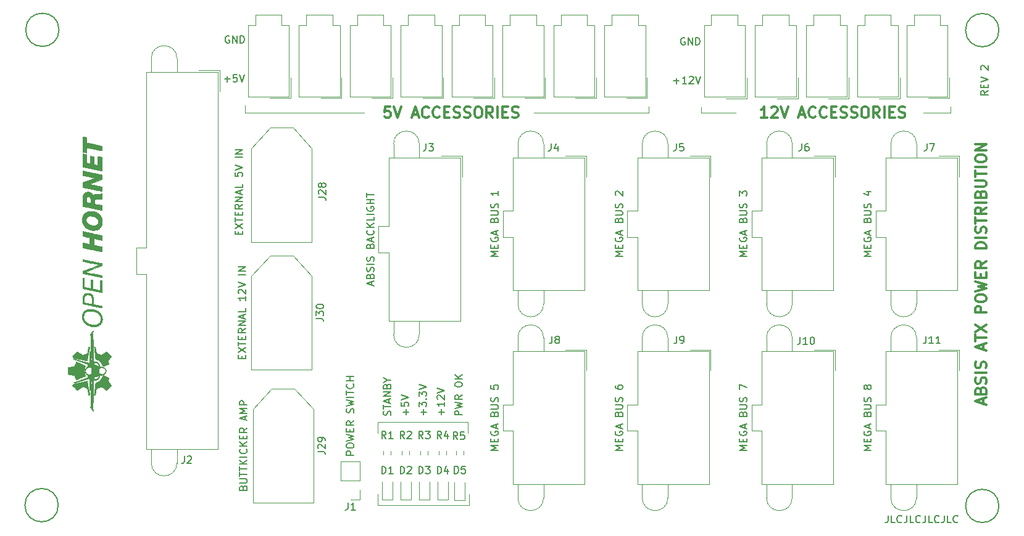
<source format=gbr>
%TF.GenerationSoftware,KiCad,Pcbnew,(5.1.10)-1*%
%TF.CreationDate,2021-10-29T23:59:47-07:00*%
%TF.ProjectId,ATX_PSU_Board,4154585f-5053-4555-9f42-6f6172642e6b,rev?*%
%TF.SameCoordinates,Original*%
%TF.FileFunction,Legend,Top*%
%TF.FilePolarity,Positive*%
%FSLAX46Y46*%
G04 Gerber Fmt 4.6, Leading zero omitted, Abs format (unit mm)*
G04 Created by KiCad (PCBNEW (5.1.10)-1) date 2021-10-29 23:59:47*
%MOMM*%
%LPD*%
G01*
G04 APERTURE LIST*
%ADD10C,0.150000*%
%ADD11C,0.120000*%
%ADD12C,0.300000*%
%ADD13C,0.010000*%
G04 APERTURE END LIST*
D10*
X125111095Y-63317428D02*
X125873000Y-63317428D01*
X125492047Y-63698380D02*
X125492047Y-62936476D01*
X126873000Y-63698380D02*
X126301571Y-63698380D01*
X126587285Y-63698380D02*
X126587285Y-62698380D01*
X126492047Y-62841238D01*
X126396809Y-62936476D01*
X126301571Y-62984095D01*
X127253952Y-62793619D02*
X127301571Y-62746000D01*
X127396809Y-62698380D01*
X127634904Y-62698380D01*
X127730142Y-62746000D01*
X127777761Y-62793619D01*
X127825380Y-62888857D01*
X127825380Y-62984095D01*
X127777761Y-63126952D01*
X127206333Y-63698380D01*
X127825380Y-63698380D01*
X128111095Y-62698380D02*
X128444428Y-63698380D01*
X128777761Y-62698380D01*
X126619095Y-57412000D02*
X126523857Y-57364380D01*
X126381000Y-57364380D01*
X126238142Y-57412000D01*
X126142904Y-57507238D01*
X126095285Y-57602476D01*
X126047666Y-57792952D01*
X126047666Y-57935809D01*
X126095285Y-58126285D01*
X126142904Y-58221523D01*
X126238142Y-58316761D01*
X126381000Y-58364380D01*
X126476238Y-58364380D01*
X126619095Y-58316761D01*
X126666714Y-58269142D01*
X126666714Y-57935809D01*
X126476238Y-57935809D01*
X127095285Y-58364380D02*
X127095285Y-57364380D01*
X127666714Y-58364380D01*
X127666714Y-57364380D01*
X128142904Y-58364380D02*
X128142904Y-57364380D01*
X128381000Y-57364380D01*
X128523857Y-57412000D01*
X128619095Y-57507238D01*
X128666714Y-57602476D01*
X128714333Y-57792952D01*
X128714333Y-57935809D01*
X128666714Y-58126285D01*
X128619095Y-58221523D01*
X128523857Y-58316761D01*
X128381000Y-58364380D01*
X128142904Y-58364380D01*
X63484285Y-63063428D02*
X64246190Y-63063428D01*
X63865238Y-63444380D02*
X63865238Y-62682476D01*
X65198571Y-62444380D02*
X64722380Y-62444380D01*
X64674761Y-62920571D01*
X64722380Y-62872952D01*
X64817619Y-62825333D01*
X65055714Y-62825333D01*
X65150952Y-62872952D01*
X65198571Y-62920571D01*
X65246190Y-63015809D01*
X65246190Y-63253904D01*
X65198571Y-63349142D01*
X65150952Y-63396761D01*
X65055714Y-63444380D01*
X64817619Y-63444380D01*
X64722380Y-63396761D01*
X64674761Y-63349142D01*
X65531904Y-62444380D02*
X65865238Y-63444380D01*
X66198571Y-62444380D01*
X64135095Y-57158000D02*
X64039857Y-57110380D01*
X63897000Y-57110380D01*
X63754142Y-57158000D01*
X63658904Y-57253238D01*
X63611285Y-57348476D01*
X63563666Y-57538952D01*
X63563666Y-57681809D01*
X63611285Y-57872285D01*
X63658904Y-57967523D01*
X63754142Y-58062761D01*
X63897000Y-58110380D01*
X63992238Y-58110380D01*
X64135095Y-58062761D01*
X64182714Y-58015142D01*
X64182714Y-57681809D01*
X63992238Y-57681809D01*
X64611285Y-58110380D02*
X64611285Y-57110380D01*
X65182714Y-58110380D01*
X65182714Y-57110380D01*
X65658904Y-58110380D02*
X65658904Y-57110380D01*
X65897000Y-57110380D01*
X66039857Y-57158000D01*
X66135095Y-57253238D01*
X66182714Y-57348476D01*
X66230333Y-57538952D01*
X66230333Y-57681809D01*
X66182714Y-57872285D01*
X66135095Y-57967523D01*
X66039857Y-58062761D01*
X65897000Y-58110380D01*
X65658904Y-58110380D01*
X168219380Y-64674571D02*
X167743190Y-65007904D01*
X168219380Y-65246000D02*
X167219380Y-65246000D01*
X167219380Y-64865047D01*
X167267000Y-64769809D01*
X167314619Y-64722190D01*
X167409857Y-64674571D01*
X167552714Y-64674571D01*
X167647952Y-64722190D01*
X167695571Y-64769809D01*
X167743190Y-64865047D01*
X167743190Y-65246000D01*
X167695571Y-64246000D02*
X167695571Y-63912666D01*
X168219380Y-63769809D02*
X168219380Y-64246000D01*
X167219380Y-64246000D01*
X167219380Y-63769809D01*
X167219380Y-63484095D02*
X168219380Y-63150761D01*
X167219380Y-62817428D01*
X167314619Y-61769809D02*
X167267000Y-61722190D01*
X167219380Y-61626952D01*
X167219380Y-61388857D01*
X167267000Y-61293619D01*
X167314619Y-61246000D01*
X167409857Y-61198380D01*
X167505095Y-61198380D01*
X167647952Y-61246000D01*
X168219380Y-61817428D01*
X168219380Y-61198380D01*
X154511952Y-123023380D02*
X154511952Y-123737666D01*
X154464333Y-123880523D01*
X154369095Y-123975761D01*
X154226238Y-124023380D01*
X154131000Y-124023380D01*
X155464333Y-124023380D02*
X154988142Y-124023380D01*
X154988142Y-123023380D01*
X156369095Y-123928142D02*
X156321476Y-123975761D01*
X156178619Y-124023380D01*
X156083380Y-124023380D01*
X155940523Y-123975761D01*
X155845285Y-123880523D01*
X155797666Y-123785285D01*
X155750047Y-123594809D01*
X155750047Y-123451952D01*
X155797666Y-123261476D01*
X155845285Y-123166238D01*
X155940523Y-123071000D01*
X156083380Y-123023380D01*
X156178619Y-123023380D01*
X156321476Y-123071000D01*
X156369095Y-123118619D01*
X157083380Y-123023380D02*
X157083380Y-123737666D01*
X157035761Y-123880523D01*
X156940523Y-123975761D01*
X156797666Y-124023380D01*
X156702428Y-124023380D01*
X158035761Y-124023380D02*
X157559571Y-124023380D01*
X157559571Y-123023380D01*
X158940523Y-123928142D02*
X158892904Y-123975761D01*
X158750047Y-124023380D01*
X158654809Y-124023380D01*
X158511952Y-123975761D01*
X158416714Y-123880523D01*
X158369095Y-123785285D01*
X158321476Y-123594809D01*
X158321476Y-123451952D01*
X158369095Y-123261476D01*
X158416714Y-123166238D01*
X158511952Y-123071000D01*
X158654809Y-123023380D01*
X158750047Y-123023380D01*
X158892904Y-123071000D01*
X158940523Y-123118619D01*
X159654809Y-123023380D02*
X159654809Y-123737666D01*
X159607190Y-123880523D01*
X159511952Y-123975761D01*
X159369095Y-124023380D01*
X159273857Y-124023380D01*
X160607190Y-124023380D02*
X160131000Y-124023380D01*
X160131000Y-123023380D01*
X161511952Y-123928142D02*
X161464333Y-123975761D01*
X161321476Y-124023380D01*
X161226238Y-124023380D01*
X161083380Y-123975761D01*
X160988142Y-123880523D01*
X160940523Y-123785285D01*
X160892904Y-123594809D01*
X160892904Y-123451952D01*
X160940523Y-123261476D01*
X160988142Y-123166238D01*
X161083380Y-123071000D01*
X161226238Y-123023380D01*
X161321476Y-123023380D01*
X161464333Y-123071000D01*
X161511952Y-123118619D01*
X162226238Y-123023380D02*
X162226238Y-123737666D01*
X162178619Y-123880523D01*
X162083380Y-123975761D01*
X161940523Y-124023380D01*
X161845285Y-124023380D01*
X163178619Y-124023380D02*
X162702428Y-124023380D01*
X162702428Y-123023380D01*
X164083380Y-123928142D02*
X164035761Y-123975761D01*
X163892904Y-124023380D01*
X163797666Y-124023380D01*
X163654809Y-123975761D01*
X163559571Y-123880523D01*
X163511952Y-123785285D01*
X163464333Y-123594809D01*
X163464333Y-123451952D01*
X163511952Y-123261476D01*
X163559571Y-123166238D01*
X163654809Y-123071000D01*
X163797666Y-123023380D01*
X163892904Y-123023380D01*
X164035761Y-123071000D01*
X164083380Y-123118619D01*
D11*
X163068000Y-67691000D02*
X163068000Y-66802000D01*
X159385000Y-67691000D02*
X163068000Y-67691000D01*
X128905000Y-67691000D02*
X133604000Y-67691000D01*
X128905000Y-66929000D02*
X128905000Y-67691000D01*
D12*
X137928685Y-68369571D02*
X137071542Y-68369571D01*
X137500114Y-68369571D02*
X137500114Y-66869571D01*
X137357257Y-67083857D01*
X137214400Y-67226714D01*
X137071542Y-67298142D01*
X138500114Y-67012428D02*
X138571542Y-66941000D01*
X138714400Y-66869571D01*
X139071542Y-66869571D01*
X139214400Y-66941000D01*
X139285828Y-67012428D01*
X139357257Y-67155285D01*
X139357257Y-67298142D01*
X139285828Y-67512428D01*
X138428685Y-68369571D01*
X139357257Y-68369571D01*
X139785828Y-66869571D02*
X140285828Y-68369571D01*
X140785828Y-66869571D01*
X142357257Y-67941000D02*
X143071542Y-67941000D01*
X142214400Y-68369571D02*
X142714400Y-66869571D01*
X143214400Y-68369571D01*
X144571542Y-68226714D02*
X144500114Y-68298142D01*
X144285828Y-68369571D01*
X144142971Y-68369571D01*
X143928685Y-68298142D01*
X143785828Y-68155285D01*
X143714400Y-68012428D01*
X143642971Y-67726714D01*
X143642971Y-67512428D01*
X143714400Y-67226714D01*
X143785828Y-67083857D01*
X143928685Y-66941000D01*
X144142971Y-66869571D01*
X144285828Y-66869571D01*
X144500114Y-66941000D01*
X144571542Y-67012428D01*
X146071542Y-68226714D02*
X146000114Y-68298142D01*
X145785828Y-68369571D01*
X145642971Y-68369571D01*
X145428685Y-68298142D01*
X145285828Y-68155285D01*
X145214400Y-68012428D01*
X145142971Y-67726714D01*
X145142971Y-67512428D01*
X145214400Y-67226714D01*
X145285828Y-67083857D01*
X145428685Y-66941000D01*
X145642971Y-66869571D01*
X145785828Y-66869571D01*
X146000114Y-66941000D01*
X146071542Y-67012428D01*
X146714400Y-67583857D02*
X147214400Y-67583857D01*
X147428685Y-68369571D02*
X146714400Y-68369571D01*
X146714400Y-66869571D01*
X147428685Y-66869571D01*
X148000114Y-68298142D02*
X148214400Y-68369571D01*
X148571542Y-68369571D01*
X148714400Y-68298142D01*
X148785828Y-68226714D01*
X148857257Y-68083857D01*
X148857257Y-67941000D01*
X148785828Y-67798142D01*
X148714400Y-67726714D01*
X148571542Y-67655285D01*
X148285828Y-67583857D01*
X148142971Y-67512428D01*
X148071542Y-67441000D01*
X148000114Y-67298142D01*
X148000114Y-67155285D01*
X148071542Y-67012428D01*
X148142971Y-66941000D01*
X148285828Y-66869571D01*
X148642971Y-66869571D01*
X148857257Y-66941000D01*
X149428685Y-68298142D02*
X149642971Y-68369571D01*
X150000114Y-68369571D01*
X150142971Y-68298142D01*
X150214400Y-68226714D01*
X150285828Y-68083857D01*
X150285828Y-67941000D01*
X150214400Y-67798142D01*
X150142971Y-67726714D01*
X150000114Y-67655285D01*
X149714400Y-67583857D01*
X149571542Y-67512428D01*
X149500114Y-67441000D01*
X149428685Y-67298142D01*
X149428685Y-67155285D01*
X149500114Y-67012428D01*
X149571542Y-66941000D01*
X149714400Y-66869571D01*
X150071542Y-66869571D01*
X150285828Y-66941000D01*
X151214400Y-66869571D02*
X151500114Y-66869571D01*
X151642971Y-66941000D01*
X151785828Y-67083857D01*
X151857257Y-67369571D01*
X151857257Y-67869571D01*
X151785828Y-68155285D01*
X151642971Y-68298142D01*
X151500114Y-68369571D01*
X151214400Y-68369571D01*
X151071542Y-68298142D01*
X150928685Y-68155285D01*
X150857257Y-67869571D01*
X150857257Y-67369571D01*
X150928685Y-67083857D01*
X151071542Y-66941000D01*
X151214400Y-66869571D01*
X153357257Y-68369571D02*
X152857257Y-67655285D01*
X152500114Y-68369571D02*
X152500114Y-66869571D01*
X153071542Y-66869571D01*
X153214400Y-66941000D01*
X153285828Y-67012428D01*
X153357257Y-67155285D01*
X153357257Y-67369571D01*
X153285828Y-67512428D01*
X153214400Y-67583857D01*
X153071542Y-67655285D01*
X152500114Y-67655285D01*
X154000114Y-68369571D02*
X154000114Y-66869571D01*
X154714400Y-67583857D02*
X155214400Y-67583857D01*
X155428685Y-68369571D02*
X154714400Y-68369571D01*
X154714400Y-66869571D01*
X155428685Y-66869571D01*
X156000114Y-68298142D02*
X156214400Y-68369571D01*
X156571542Y-68369571D01*
X156714400Y-68298142D01*
X156785828Y-68226714D01*
X156857257Y-68083857D01*
X156857257Y-67941000D01*
X156785828Y-67798142D01*
X156714400Y-67726714D01*
X156571542Y-67655285D01*
X156285828Y-67583857D01*
X156142971Y-67512428D01*
X156071542Y-67441000D01*
X156000114Y-67298142D01*
X156000114Y-67155285D01*
X156071542Y-67012428D01*
X156142971Y-66941000D01*
X156285828Y-66869571D01*
X156642971Y-66869571D01*
X156857257Y-66941000D01*
D11*
X121666000Y-67691000D02*
X121666000Y-66802000D01*
X105918000Y-67691000D02*
X121666000Y-67691000D01*
X66294000Y-67691000D02*
X82677000Y-67691000D01*
X66294000Y-66675000D02*
X66294000Y-67691000D01*
D12*
X86222142Y-66869571D02*
X85507857Y-66869571D01*
X85436428Y-67583857D01*
X85507857Y-67512428D01*
X85650714Y-67441000D01*
X86007857Y-67441000D01*
X86150714Y-67512428D01*
X86222142Y-67583857D01*
X86293571Y-67726714D01*
X86293571Y-68083857D01*
X86222142Y-68226714D01*
X86150714Y-68298142D01*
X86007857Y-68369571D01*
X85650714Y-68369571D01*
X85507857Y-68298142D01*
X85436428Y-68226714D01*
X86722142Y-66869571D02*
X87222142Y-68369571D01*
X87722142Y-66869571D01*
X89293571Y-67941000D02*
X90007857Y-67941000D01*
X89150714Y-68369571D02*
X89650714Y-66869571D01*
X90150714Y-68369571D01*
X91507857Y-68226714D02*
X91436428Y-68298142D01*
X91222142Y-68369571D01*
X91079285Y-68369571D01*
X90865000Y-68298142D01*
X90722142Y-68155285D01*
X90650714Y-68012428D01*
X90579285Y-67726714D01*
X90579285Y-67512428D01*
X90650714Y-67226714D01*
X90722142Y-67083857D01*
X90865000Y-66941000D01*
X91079285Y-66869571D01*
X91222142Y-66869571D01*
X91436428Y-66941000D01*
X91507857Y-67012428D01*
X93007857Y-68226714D02*
X92936428Y-68298142D01*
X92722142Y-68369571D01*
X92579285Y-68369571D01*
X92365000Y-68298142D01*
X92222142Y-68155285D01*
X92150714Y-68012428D01*
X92079285Y-67726714D01*
X92079285Y-67512428D01*
X92150714Y-67226714D01*
X92222142Y-67083857D01*
X92365000Y-66941000D01*
X92579285Y-66869571D01*
X92722142Y-66869571D01*
X92936428Y-66941000D01*
X93007857Y-67012428D01*
X93650714Y-67583857D02*
X94150714Y-67583857D01*
X94365000Y-68369571D02*
X93650714Y-68369571D01*
X93650714Y-66869571D01*
X94365000Y-66869571D01*
X94936428Y-68298142D02*
X95150714Y-68369571D01*
X95507857Y-68369571D01*
X95650714Y-68298142D01*
X95722142Y-68226714D01*
X95793571Y-68083857D01*
X95793571Y-67941000D01*
X95722142Y-67798142D01*
X95650714Y-67726714D01*
X95507857Y-67655285D01*
X95222142Y-67583857D01*
X95079285Y-67512428D01*
X95007857Y-67441000D01*
X94936428Y-67298142D01*
X94936428Y-67155285D01*
X95007857Y-67012428D01*
X95079285Y-66941000D01*
X95222142Y-66869571D01*
X95579285Y-66869571D01*
X95793571Y-66941000D01*
X96365000Y-68298142D02*
X96579285Y-68369571D01*
X96936428Y-68369571D01*
X97079285Y-68298142D01*
X97150714Y-68226714D01*
X97222142Y-68083857D01*
X97222142Y-67941000D01*
X97150714Y-67798142D01*
X97079285Y-67726714D01*
X96936428Y-67655285D01*
X96650714Y-67583857D01*
X96507857Y-67512428D01*
X96436428Y-67441000D01*
X96365000Y-67298142D01*
X96365000Y-67155285D01*
X96436428Y-67012428D01*
X96507857Y-66941000D01*
X96650714Y-66869571D01*
X97007857Y-66869571D01*
X97222142Y-66941000D01*
X98150714Y-66869571D02*
X98436428Y-66869571D01*
X98579285Y-66941000D01*
X98722142Y-67083857D01*
X98793571Y-67369571D01*
X98793571Y-67869571D01*
X98722142Y-68155285D01*
X98579285Y-68298142D01*
X98436428Y-68369571D01*
X98150714Y-68369571D01*
X98007857Y-68298142D01*
X97865000Y-68155285D01*
X97793571Y-67869571D01*
X97793571Y-67369571D01*
X97865000Y-67083857D01*
X98007857Y-66941000D01*
X98150714Y-66869571D01*
X100293571Y-68369571D02*
X99793571Y-67655285D01*
X99436428Y-68369571D02*
X99436428Y-66869571D01*
X100007857Y-66869571D01*
X100150714Y-66941000D01*
X100222142Y-67012428D01*
X100293571Y-67155285D01*
X100293571Y-67369571D01*
X100222142Y-67512428D01*
X100150714Y-67583857D01*
X100007857Y-67655285D01*
X99436428Y-67655285D01*
X100936428Y-68369571D02*
X100936428Y-66869571D01*
X101650714Y-67583857D02*
X102150714Y-67583857D01*
X102365000Y-68369571D02*
X101650714Y-68369571D01*
X101650714Y-66869571D01*
X102365000Y-66869571D01*
X102936428Y-68298142D02*
X103150714Y-68369571D01*
X103507857Y-68369571D01*
X103650714Y-68298142D01*
X103722142Y-68226714D01*
X103793571Y-68083857D01*
X103793571Y-67941000D01*
X103722142Y-67798142D01*
X103650714Y-67726714D01*
X103507857Y-67655285D01*
X103222142Y-67583857D01*
X103079285Y-67512428D01*
X103007857Y-67441000D01*
X102936428Y-67298142D01*
X102936428Y-67155285D01*
X103007857Y-67012428D01*
X103079285Y-66941000D01*
X103222142Y-66869571D01*
X103579285Y-66869571D01*
X103793571Y-66941000D01*
D10*
X96083380Y-109208433D02*
X95083380Y-109208433D01*
X95083380Y-108827481D01*
X95131000Y-108732243D01*
X95178619Y-108684624D01*
X95273857Y-108637005D01*
X95416714Y-108637005D01*
X95511952Y-108684624D01*
X95559571Y-108732243D01*
X95607190Y-108827481D01*
X95607190Y-109208433D01*
X95083380Y-108303671D02*
X96083380Y-108065576D01*
X95369095Y-107875100D01*
X96083380Y-107684624D01*
X95083380Y-107446529D01*
X96083380Y-106494148D02*
X95607190Y-106827481D01*
X96083380Y-107065576D02*
X95083380Y-107065576D01*
X95083380Y-106684624D01*
X95131000Y-106589386D01*
X95178619Y-106541767D01*
X95273857Y-106494148D01*
X95416714Y-106494148D01*
X95511952Y-106541767D01*
X95559571Y-106589386D01*
X95607190Y-106684624D01*
X95607190Y-107065576D01*
X95083380Y-105113195D02*
X95083380Y-104922719D01*
X95131000Y-104827481D01*
X95226238Y-104732243D01*
X95416714Y-104684624D01*
X95750047Y-104684624D01*
X95940523Y-104732243D01*
X96035761Y-104827481D01*
X96083380Y-104922719D01*
X96083380Y-105113195D01*
X96035761Y-105208433D01*
X95940523Y-105303671D01*
X95750047Y-105351290D01*
X95416714Y-105351290D01*
X95226238Y-105303671D01*
X95131000Y-105208433D01*
X95083380Y-105113195D01*
X96083380Y-104256052D02*
X95083380Y-104256052D01*
X96083380Y-103684624D02*
X95511952Y-104113195D01*
X95083380Y-103684624D02*
X95654809Y-104256052D01*
D12*
X167552000Y-107700476D02*
X167552000Y-106986190D01*
X167980571Y-107843333D02*
X166480571Y-107343333D01*
X167980571Y-106843333D01*
X167194857Y-105843333D02*
X167266285Y-105629047D01*
X167337714Y-105557619D01*
X167480571Y-105486190D01*
X167694857Y-105486190D01*
X167837714Y-105557619D01*
X167909142Y-105629047D01*
X167980571Y-105771904D01*
X167980571Y-106343333D01*
X166480571Y-106343333D01*
X166480571Y-105843333D01*
X166552000Y-105700476D01*
X166623428Y-105629047D01*
X166766285Y-105557619D01*
X166909142Y-105557619D01*
X167052000Y-105629047D01*
X167123428Y-105700476D01*
X167194857Y-105843333D01*
X167194857Y-106343333D01*
X167909142Y-104914761D02*
X167980571Y-104700476D01*
X167980571Y-104343333D01*
X167909142Y-104200476D01*
X167837714Y-104129047D01*
X167694857Y-104057619D01*
X167552000Y-104057619D01*
X167409142Y-104129047D01*
X167337714Y-104200476D01*
X167266285Y-104343333D01*
X167194857Y-104629047D01*
X167123428Y-104771904D01*
X167052000Y-104843333D01*
X166909142Y-104914761D01*
X166766285Y-104914761D01*
X166623428Y-104843333D01*
X166552000Y-104771904D01*
X166480571Y-104629047D01*
X166480571Y-104271904D01*
X166552000Y-104057619D01*
X167980571Y-103414761D02*
X166480571Y-103414761D01*
X167909142Y-102771904D02*
X167980571Y-102557619D01*
X167980571Y-102200476D01*
X167909142Y-102057619D01*
X167837714Y-101986190D01*
X167694857Y-101914761D01*
X167552000Y-101914761D01*
X167409142Y-101986190D01*
X167337714Y-102057619D01*
X167266285Y-102200476D01*
X167194857Y-102486190D01*
X167123428Y-102629047D01*
X167052000Y-102700476D01*
X166909142Y-102771904D01*
X166766285Y-102771904D01*
X166623428Y-102700476D01*
X166552000Y-102629047D01*
X166480571Y-102486190D01*
X166480571Y-102129047D01*
X166552000Y-101914761D01*
X167552000Y-100200476D02*
X167552000Y-99486190D01*
X167980571Y-100343333D02*
X166480571Y-99843333D01*
X167980571Y-99343333D01*
X166480571Y-99057619D02*
X166480571Y-98200476D01*
X167980571Y-98629047D02*
X166480571Y-98629047D01*
X166480571Y-97843333D02*
X167980571Y-96843333D01*
X166480571Y-96843333D02*
X167980571Y-97843333D01*
X167980571Y-95129047D02*
X166480571Y-95129047D01*
X166480571Y-94557619D01*
X166552000Y-94414761D01*
X166623428Y-94343333D01*
X166766285Y-94271904D01*
X166980571Y-94271904D01*
X167123428Y-94343333D01*
X167194857Y-94414761D01*
X167266285Y-94557619D01*
X167266285Y-95129047D01*
X166480571Y-93343333D02*
X166480571Y-93057619D01*
X166552000Y-92914761D01*
X166694857Y-92771904D01*
X166980571Y-92700476D01*
X167480571Y-92700476D01*
X167766285Y-92771904D01*
X167909142Y-92914761D01*
X167980571Y-93057619D01*
X167980571Y-93343333D01*
X167909142Y-93486190D01*
X167766285Y-93629047D01*
X167480571Y-93700476D01*
X166980571Y-93700476D01*
X166694857Y-93629047D01*
X166552000Y-93486190D01*
X166480571Y-93343333D01*
X166480571Y-92200476D02*
X167980571Y-91843333D01*
X166909142Y-91557619D01*
X167980571Y-91271904D01*
X166480571Y-90914761D01*
X167194857Y-90343333D02*
X167194857Y-89843333D01*
X167980571Y-89629047D02*
X167980571Y-90343333D01*
X166480571Y-90343333D01*
X166480571Y-89629047D01*
X167980571Y-88129047D02*
X167266285Y-88629047D01*
X167980571Y-88986190D02*
X166480571Y-88986190D01*
X166480571Y-88414761D01*
X166552000Y-88271904D01*
X166623428Y-88200476D01*
X166766285Y-88129047D01*
X166980571Y-88129047D01*
X167123428Y-88200476D01*
X167194857Y-88271904D01*
X167266285Y-88414761D01*
X167266285Y-88986190D01*
X167980571Y-86343333D02*
X166480571Y-86343333D01*
X166480571Y-85986190D01*
X166552000Y-85771904D01*
X166694857Y-85629047D01*
X166837714Y-85557619D01*
X167123428Y-85486190D01*
X167337714Y-85486190D01*
X167623428Y-85557619D01*
X167766285Y-85629047D01*
X167909142Y-85771904D01*
X167980571Y-85986190D01*
X167980571Y-86343333D01*
X167980571Y-84843333D02*
X166480571Y-84843333D01*
X167909142Y-84200476D02*
X167980571Y-83986190D01*
X167980571Y-83629047D01*
X167909142Y-83486190D01*
X167837714Y-83414761D01*
X167694857Y-83343333D01*
X167552000Y-83343333D01*
X167409142Y-83414761D01*
X167337714Y-83486190D01*
X167266285Y-83629047D01*
X167194857Y-83914761D01*
X167123428Y-84057619D01*
X167052000Y-84129047D01*
X166909142Y-84200476D01*
X166766285Y-84200476D01*
X166623428Y-84129047D01*
X166552000Y-84057619D01*
X166480571Y-83914761D01*
X166480571Y-83557619D01*
X166552000Y-83343333D01*
X166480571Y-82914761D02*
X166480571Y-82057619D01*
X167980571Y-82486190D02*
X166480571Y-82486190D01*
X167980571Y-80700476D02*
X167266285Y-81200476D01*
X167980571Y-81557619D02*
X166480571Y-81557619D01*
X166480571Y-80986190D01*
X166552000Y-80843333D01*
X166623428Y-80771904D01*
X166766285Y-80700476D01*
X166980571Y-80700476D01*
X167123428Y-80771904D01*
X167194857Y-80843333D01*
X167266285Y-80986190D01*
X167266285Y-81557619D01*
X167980571Y-80057619D02*
X166480571Y-80057619D01*
X167194857Y-78843333D02*
X167266285Y-78629047D01*
X167337714Y-78557619D01*
X167480571Y-78486190D01*
X167694857Y-78486190D01*
X167837714Y-78557619D01*
X167909142Y-78629047D01*
X167980571Y-78771904D01*
X167980571Y-79343333D01*
X166480571Y-79343333D01*
X166480571Y-78843333D01*
X166552000Y-78700476D01*
X166623428Y-78629047D01*
X166766285Y-78557619D01*
X166909142Y-78557619D01*
X167052000Y-78629047D01*
X167123428Y-78700476D01*
X167194857Y-78843333D01*
X167194857Y-79343333D01*
X166480571Y-77843333D02*
X167694857Y-77843333D01*
X167837714Y-77771904D01*
X167909142Y-77700476D01*
X167980571Y-77557619D01*
X167980571Y-77271904D01*
X167909142Y-77129047D01*
X167837714Y-77057619D01*
X167694857Y-76986190D01*
X166480571Y-76986190D01*
X166480571Y-76486190D02*
X166480571Y-75629047D01*
X167980571Y-76057619D02*
X166480571Y-76057619D01*
X167980571Y-75129047D02*
X166480571Y-75129047D01*
X166480571Y-74129047D02*
X166480571Y-73843333D01*
X166552000Y-73700476D01*
X166694857Y-73557619D01*
X166980571Y-73486190D01*
X167480571Y-73486190D01*
X167766285Y-73557619D01*
X167909142Y-73700476D01*
X167980571Y-73843333D01*
X167980571Y-74129047D01*
X167909142Y-74271904D01*
X167766285Y-74414761D01*
X167480571Y-74486190D01*
X166980571Y-74486190D01*
X166694857Y-74414761D01*
X166552000Y-74271904D01*
X166480571Y-74129047D01*
X167980571Y-72843333D02*
X166480571Y-72843333D01*
X167980571Y-71986190D01*
X166480571Y-71986190D01*
D11*
X97028000Y-120116600D02*
X97028000Y-121659600D01*
X97028000Y-121659600D02*
X84536000Y-121659600D01*
X84536000Y-121659600D02*
X84536000Y-120135600D01*
X96901000Y-110229600D02*
X96901000Y-111753600D01*
X84536000Y-110229600D02*
X96901000Y-110229600D01*
X84536000Y-111753600D02*
X84536000Y-110229600D01*
D10*
X93257678Y-109208433D02*
X93257678Y-108446529D01*
X93638630Y-108827481D02*
X92876726Y-108827481D01*
X93638630Y-107446529D02*
X93638630Y-108017957D01*
X93638630Y-107732243D02*
X92638630Y-107732243D01*
X92781488Y-107827481D01*
X92876726Y-107922719D01*
X92924345Y-108017957D01*
X92733869Y-107065576D02*
X92686250Y-107017957D01*
X92638630Y-106922719D01*
X92638630Y-106684624D01*
X92686250Y-106589386D01*
X92733869Y-106541767D01*
X92829107Y-106494148D01*
X92924345Y-106494148D01*
X93067202Y-106541767D01*
X93638630Y-107113195D01*
X93638630Y-106494148D01*
X92638630Y-106208433D02*
X93638630Y-105875100D01*
X92638630Y-105541767D01*
X90812928Y-109208433D02*
X90812928Y-108446529D01*
X91193880Y-108827481D02*
X90431976Y-108827481D01*
X90193880Y-108065576D02*
X90193880Y-107446529D01*
X90574833Y-107779862D01*
X90574833Y-107637005D01*
X90622452Y-107541767D01*
X90670071Y-107494148D01*
X90765309Y-107446529D01*
X91003404Y-107446529D01*
X91098642Y-107494148D01*
X91146261Y-107541767D01*
X91193880Y-107637005D01*
X91193880Y-107922719D01*
X91146261Y-108017957D01*
X91098642Y-108065576D01*
X91098642Y-107017957D02*
X91146261Y-106970338D01*
X91193880Y-107017957D01*
X91146261Y-107065576D01*
X91098642Y-107017957D01*
X91193880Y-107017957D01*
X90193880Y-106637005D02*
X90193880Y-106017957D01*
X90574833Y-106351290D01*
X90574833Y-106208433D01*
X90622452Y-106113195D01*
X90670071Y-106065576D01*
X90765309Y-106017957D01*
X91003404Y-106017957D01*
X91098642Y-106065576D01*
X91146261Y-106113195D01*
X91193880Y-106208433D01*
X91193880Y-106494148D01*
X91146261Y-106589386D01*
X91098642Y-106637005D01*
X90193880Y-105732243D02*
X91193880Y-105398909D01*
X90193880Y-105065576D01*
X88368178Y-109208433D02*
X88368178Y-108446529D01*
X88749130Y-108827481D02*
X87987226Y-108827481D01*
X87749130Y-107494148D02*
X87749130Y-107970338D01*
X88225321Y-108017957D01*
X88177702Y-107970338D01*
X88130083Y-107875100D01*
X88130083Y-107637005D01*
X88177702Y-107541767D01*
X88225321Y-107494148D01*
X88320559Y-107446529D01*
X88558654Y-107446529D01*
X88653892Y-107494148D01*
X88701511Y-107541767D01*
X88749130Y-107637005D01*
X88749130Y-107875100D01*
X88701511Y-107970338D01*
X88653892Y-108017957D01*
X87749130Y-107160814D02*
X88749130Y-106827481D01*
X87749130Y-106494148D01*
X86256761Y-109256052D02*
X86304380Y-109113195D01*
X86304380Y-108875100D01*
X86256761Y-108779862D01*
X86209142Y-108732243D01*
X86113904Y-108684624D01*
X86018666Y-108684624D01*
X85923428Y-108732243D01*
X85875809Y-108779862D01*
X85828190Y-108875100D01*
X85780571Y-109065576D01*
X85732952Y-109160814D01*
X85685333Y-109208433D01*
X85590095Y-109256052D01*
X85494857Y-109256052D01*
X85399619Y-109208433D01*
X85352000Y-109160814D01*
X85304380Y-109065576D01*
X85304380Y-108827481D01*
X85352000Y-108684624D01*
X85304380Y-108398909D02*
X85304380Y-107827481D01*
X86304380Y-108113195D02*
X85304380Y-108113195D01*
X86018666Y-107541767D02*
X86018666Y-107065576D01*
X86304380Y-107637005D02*
X85304380Y-107303671D01*
X86304380Y-106970338D01*
X86304380Y-106637005D02*
X85304380Y-106637005D01*
X86304380Y-106065576D01*
X85304380Y-106065576D01*
X85780571Y-105256052D02*
X85828190Y-105113195D01*
X85875809Y-105065576D01*
X85971047Y-105017957D01*
X86113904Y-105017957D01*
X86209142Y-105065576D01*
X86256761Y-105113195D01*
X86304380Y-105208433D01*
X86304380Y-105589386D01*
X85304380Y-105589386D01*
X85304380Y-105256052D01*
X85352000Y-105160814D01*
X85399619Y-105113195D01*
X85494857Y-105065576D01*
X85590095Y-105065576D01*
X85685333Y-105113195D01*
X85732952Y-105160814D01*
X85780571Y-105256052D01*
X85780571Y-105589386D01*
X85828190Y-104398909D02*
X86304380Y-104398909D01*
X85304380Y-104732243D02*
X85828190Y-104398909D01*
X85304380Y-104065576D01*
D11*
%TO.C,J30*%
X75473200Y-103005200D02*
X75473200Y-90155200D01*
X72923200Y-87305200D02*
X69773200Y-87305200D01*
X67173200Y-90155200D02*
X67173200Y-103005200D01*
X67173200Y-103005200D02*
X75473200Y-103005200D01*
X75473200Y-90155200D02*
X72923200Y-87305200D01*
X69773200Y-87305200D02*
X67173200Y-90155200D01*
%TO.C,J29*%
X69976400Y-105579600D02*
X67376400Y-108429600D01*
X75676400Y-108429600D02*
X73126400Y-105579600D01*
X67376400Y-121279600D02*
X75676400Y-121279600D01*
X67376400Y-108429600D02*
X67376400Y-121279600D01*
X73126400Y-105579600D02*
X69976400Y-105579600D01*
X75676400Y-121279600D02*
X75676400Y-108429600D01*
%TO.C,J20*%
X162917600Y-65693600D02*
X162917600Y-62843600D01*
X160067600Y-65693600D02*
X162917600Y-65693600D01*
X158057600Y-54233600D02*
X159867600Y-54233600D01*
X158057600Y-55633600D02*
X158057600Y-54233600D01*
X157057600Y-55633600D02*
X158057600Y-55633600D01*
X157057600Y-65453600D02*
X157057600Y-55633600D01*
X159867600Y-65453600D02*
X157057600Y-65453600D01*
X161677600Y-54233600D02*
X159867600Y-54233600D01*
X161677600Y-55633600D02*
X161677600Y-54233600D01*
X162677600Y-55633600D02*
X161677600Y-55633600D01*
X162677600Y-65453600D02*
X162677600Y-55633600D01*
X159867600Y-65453600D02*
X162677600Y-65453600D01*
%TO.C,J11*%
X164296400Y-100251800D02*
X161446400Y-100251800D01*
X164296400Y-103101800D02*
X164296400Y-100251800D01*
X152836400Y-111411800D02*
X152836400Y-109601800D01*
X154236400Y-111411800D02*
X152836400Y-111411800D01*
X154236400Y-118711800D02*
X154236400Y-111411800D01*
X164056400Y-118711800D02*
X154236400Y-118711800D01*
X164056400Y-109601800D02*
X164056400Y-118711800D01*
X152836400Y-107791800D02*
X152836400Y-109601800D01*
X154236400Y-107791800D02*
X152836400Y-107791800D01*
X154236400Y-100491800D02*
X154236400Y-107791800D01*
X164056400Y-100491800D02*
X154236400Y-100491800D01*
X164056400Y-109601800D02*
X164056400Y-100491800D01*
X154896400Y-120601800D02*
X154896400Y-118711800D01*
X158416400Y-120601800D02*
X158416400Y-118711800D01*
X154896400Y-98601800D02*
X154896400Y-100491800D01*
X158416400Y-98601800D02*
X158416400Y-100491800D01*
X154896400Y-120601800D02*
G75*
G03*
X158416400Y-120601800I1760000J0D01*
G01*
X158416400Y-98601800D02*
G75*
G03*
X154896400Y-98601800I-1760000J0D01*
G01*
%TO.C,J24*%
X135133632Y-65707200D02*
X135133632Y-62857200D01*
X132283632Y-65707200D02*
X135133632Y-65707200D01*
X130273632Y-54247200D02*
X132083632Y-54247200D01*
X130273632Y-55647200D02*
X130273632Y-54247200D01*
X129273632Y-55647200D02*
X130273632Y-55647200D01*
X129273632Y-65467200D02*
X129273632Y-55647200D01*
X132083632Y-65467200D02*
X129273632Y-65467200D01*
X133893632Y-54247200D02*
X132083632Y-54247200D01*
X133893632Y-55647200D02*
X133893632Y-54247200D01*
X134893632Y-55647200D02*
X133893632Y-55647200D01*
X134893632Y-65467200D02*
X134893632Y-55647200D01*
X132083632Y-65467200D02*
X134893632Y-65467200D01*
%TO.C,J23*%
X142136774Y-65707200D02*
X142136774Y-62857200D01*
X139286774Y-65707200D02*
X142136774Y-65707200D01*
X137276774Y-54247200D02*
X139086774Y-54247200D01*
X137276774Y-55647200D02*
X137276774Y-54247200D01*
X136276774Y-55647200D02*
X137276774Y-55647200D01*
X136276774Y-65467200D02*
X136276774Y-55647200D01*
X139086774Y-65467200D02*
X136276774Y-65467200D01*
X140896774Y-54247200D02*
X139086774Y-54247200D01*
X140896774Y-55647200D02*
X140896774Y-54247200D01*
X141896774Y-55647200D02*
X140896774Y-55647200D01*
X141896774Y-65467200D02*
X141896774Y-55647200D01*
X139086774Y-65467200D02*
X141896774Y-65467200D01*
%TO.C,J22*%
X149139916Y-65707200D02*
X149139916Y-62857200D01*
X146289916Y-65707200D02*
X149139916Y-65707200D01*
X144279916Y-54247200D02*
X146089916Y-54247200D01*
X144279916Y-55647200D02*
X144279916Y-54247200D01*
X143279916Y-55647200D02*
X144279916Y-55647200D01*
X143279916Y-65467200D02*
X143279916Y-55647200D01*
X146089916Y-65467200D02*
X143279916Y-65467200D01*
X147899916Y-54247200D02*
X146089916Y-54247200D01*
X147899916Y-55647200D02*
X147899916Y-54247200D01*
X148899916Y-55647200D02*
X147899916Y-55647200D01*
X148899916Y-65467200D02*
X148899916Y-55647200D01*
X146089916Y-65467200D02*
X148899916Y-65467200D01*
%TO.C,J21*%
X156143058Y-65707200D02*
X156143058Y-62857200D01*
X153293058Y-65707200D02*
X156143058Y-65707200D01*
X151283058Y-54247200D02*
X153093058Y-54247200D01*
X151283058Y-55647200D02*
X151283058Y-54247200D01*
X150283058Y-55647200D02*
X151283058Y-55647200D01*
X150283058Y-65467200D02*
X150283058Y-55647200D01*
X153093058Y-65467200D02*
X150283058Y-65467200D01*
X154903058Y-54247200D02*
X153093058Y-54247200D01*
X154903058Y-55647200D02*
X154903058Y-54247200D01*
X155903058Y-55647200D02*
X154903058Y-55647200D01*
X155903058Y-65467200D02*
X155903058Y-55647200D01*
X153093058Y-65467200D02*
X155903058Y-65467200D01*
%TO.C,J19*%
X121464800Y-65693600D02*
X121464800Y-62843600D01*
X118614800Y-65693600D02*
X121464800Y-65693600D01*
X116604800Y-54233600D02*
X118414800Y-54233600D01*
X116604800Y-55633600D02*
X116604800Y-54233600D01*
X115604800Y-55633600D02*
X116604800Y-55633600D01*
X115604800Y-65453600D02*
X115604800Y-55633600D01*
X118414800Y-65453600D02*
X115604800Y-65453600D01*
X120224800Y-54233600D02*
X118414800Y-54233600D01*
X120224800Y-55633600D02*
X120224800Y-54233600D01*
X121224800Y-55633600D02*
X120224800Y-55633600D01*
X121224800Y-65453600D02*
X121224800Y-55633600D01*
X118414800Y-65453600D02*
X121224800Y-65453600D01*
%TO.C,J18*%
X114479800Y-65693600D02*
X114479800Y-62843600D01*
X111629800Y-65693600D02*
X114479800Y-65693600D01*
X109619800Y-54233600D02*
X111429800Y-54233600D01*
X109619800Y-55633600D02*
X109619800Y-54233600D01*
X108619800Y-55633600D02*
X109619800Y-55633600D01*
X108619800Y-65453600D02*
X108619800Y-55633600D01*
X111429800Y-65453600D02*
X108619800Y-65453600D01*
X113239800Y-54233600D02*
X111429800Y-54233600D01*
X113239800Y-55633600D02*
X113239800Y-54233600D01*
X114239800Y-55633600D02*
X113239800Y-55633600D01*
X114239800Y-65453600D02*
X114239800Y-55633600D01*
X111429800Y-65453600D02*
X114239800Y-65453600D01*
%TO.C,J17*%
X107494800Y-65693600D02*
X107494800Y-62843600D01*
X104644800Y-65693600D02*
X107494800Y-65693600D01*
X102634800Y-54233600D02*
X104444800Y-54233600D01*
X102634800Y-55633600D02*
X102634800Y-54233600D01*
X101634800Y-55633600D02*
X102634800Y-55633600D01*
X101634800Y-65453600D02*
X101634800Y-55633600D01*
X104444800Y-65453600D02*
X101634800Y-65453600D01*
X106254800Y-54233600D02*
X104444800Y-54233600D01*
X106254800Y-55633600D02*
X106254800Y-54233600D01*
X107254800Y-55633600D02*
X106254800Y-55633600D01*
X107254800Y-65453600D02*
X107254800Y-55633600D01*
X104444800Y-65453600D02*
X107254800Y-65453600D01*
%TO.C,J16*%
X100509800Y-65693600D02*
X100509800Y-62843600D01*
X97659800Y-65693600D02*
X100509800Y-65693600D01*
X95649800Y-54233600D02*
X97459800Y-54233600D01*
X95649800Y-55633600D02*
X95649800Y-54233600D01*
X94649800Y-55633600D02*
X95649800Y-55633600D01*
X94649800Y-65453600D02*
X94649800Y-55633600D01*
X97459800Y-65453600D02*
X94649800Y-65453600D01*
X99269800Y-54233600D02*
X97459800Y-54233600D01*
X99269800Y-55633600D02*
X99269800Y-54233600D01*
X100269800Y-55633600D02*
X99269800Y-55633600D01*
X100269800Y-65453600D02*
X100269800Y-55633600D01*
X97459800Y-65453600D02*
X100269800Y-65453600D01*
%TO.C,J15*%
X93524800Y-65693600D02*
X93524800Y-62843600D01*
X90674800Y-65693600D02*
X93524800Y-65693600D01*
X88664800Y-54233600D02*
X90474800Y-54233600D01*
X88664800Y-55633600D02*
X88664800Y-54233600D01*
X87664800Y-55633600D02*
X88664800Y-55633600D01*
X87664800Y-65453600D02*
X87664800Y-55633600D01*
X90474800Y-65453600D02*
X87664800Y-65453600D01*
X92284800Y-54233600D02*
X90474800Y-54233600D01*
X92284800Y-55633600D02*
X92284800Y-54233600D01*
X93284800Y-55633600D02*
X92284800Y-55633600D01*
X93284800Y-65453600D02*
X93284800Y-55633600D01*
X90474800Y-65453600D02*
X93284800Y-65453600D01*
%TO.C,J14*%
X86539800Y-65693600D02*
X86539800Y-62843600D01*
X83689800Y-65693600D02*
X86539800Y-65693600D01*
X81679800Y-54233600D02*
X83489800Y-54233600D01*
X81679800Y-55633600D02*
X81679800Y-54233600D01*
X80679800Y-55633600D02*
X81679800Y-55633600D01*
X80679800Y-65453600D02*
X80679800Y-55633600D01*
X83489800Y-65453600D02*
X80679800Y-65453600D01*
X85299800Y-54233600D02*
X83489800Y-54233600D01*
X85299800Y-55633600D02*
X85299800Y-54233600D01*
X86299800Y-55633600D02*
X85299800Y-55633600D01*
X86299800Y-65453600D02*
X86299800Y-55633600D01*
X83489800Y-65453600D02*
X86299800Y-65453600D01*
%TO.C,J13*%
X79554800Y-65693600D02*
X79554800Y-62843600D01*
X76704800Y-65693600D02*
X79554800Y-65693600D01*
X74694800Y-54233600D02*
X76504800Y-54233600D01*
X74694800Y-55633600D02*
X74694800Y-54233600D01*
X73694800Y-55633600D02*
X74694800Y-55633600D01*
X73694800Y-65453600D02*
X73694800Y-55633600D01*
X76504800Y-65453600D02*
X73694800Y-65453600D01*
X78314800Y-54233600D02*
X76504800Y-54233600D01*
X78314800Y-55633600D02*
X78314800Y-54233600D01*
X79314800Y-55633600D02*
X78314800Y-55633600D01*
X79314800Y-65453600D02*
X79314800Y-55633600D01*
X76504800Y-65453600D02*
X79314800Y-65453600D01*
%TO.C,J12*%
X72569800Y-65693600D02*
X72569800Y-62843600D01*
X69719800Y-65693600D02*
X72569800Y-65693600D01*
X67709800Y-54233600D02*
X69519800Y-54233600D01*
X67709800Y-55633600D02*
X67709800Y-54233600D01*
X66709800Y-55633600D02*
X67709800Y-55633600D01*
X66709800Y-65453600D02*
X66709800Y-55633600D01*
X69519800Y-65453600D02*
X66709800Y-65453600D01*
X71329800Y-54233600D02*
X69519800Y-54233600D01*
X71329800Y-55633600D02*
X71329800Y-54233600D01*
X72329800Y-55633600D02*
X71329800Y-55633600D01*
X72329800Y-65453600D02*
X72329800Y-55633600D01*
X69519800Y-65453600D02*
X72329800Y-65453600D01*
%TO.C,R5*%
X96272500Y-114716324D02*
X96272500Y-114206876D01*
X95227500Y-114716324D02*
X95227500Y-114206876D01*
%TO.C,D5*%
X96475000Y-120971600D02*
X96475000Y-118511600D01*
X95005000Y-120971600D02*
X96475000Y-120971600D01*
X95005000Y-118511600D02*
X95005000Y-120971600D01*
%TO.C,J28*%
X75473200Y-85428400D02*
X75473200Y-72578400D01*
X72923200Y-69728400D02*
X69773200Y-69728400D01*
X67173200Y-72578400D02*
X67173200Y-85428400D01*
X67173200Y-85428400D02*
X75473200Y-85428400D01*
X75473200Y-72578400D02*
X72923200Y-69728400D01*
X69773200Y-69728400D02*
X67173200Y-72578400D01*
%TO.C,R4*%
X92903500Y-114651824D02*
X92903500Y-114142376D01*
X93948500Y-114651824D02*
X93948500Y-114142376D01*
%TO.C,R3*%
X90363500Y-114651824D02*
X90363500Y-114142376D01*
X91408500Y-114651824D02*
X91408500Y-114142376D01*
%TO.C,R2*%
X87823500Y-114651824D02*
X87823500Y-114142376D01*
X88868500Y-114651824D02*
X88868500Y-114142376D01*
%TO.C,R1*%
X85283500Y-114651824D02*
X85283500Y-114142376D01*
X86328500Y-114651824D02*
X86328500Y-114142376D01*
%TO.C,D4*%
X92691000Y-118432600D02*
X92691000Y-120892600D01*
X92691000Y-120892600D02*
X94161000Y-120892600D01*
X94161000Y-120892600D02*
X94161000Y-118432600D01*
%TO.C,D3*%
X90151000Y-118432600D02*
X90151000Y-120892600D01*
X90151000Y-120892600D02*
X91621000Y-120892600D01*
X91621000Y-120892600D02*
X91621000Y-118432600D01*
%TO.C,D2*%
X87611000Y-118432600D02*
X87611000Y-120892600D01*
X87611000Y-120892600D02*
X89081000Y-120892600D01*
X89081000Y-120892600D02*
X89081000Y-118432600D01*
%TO.C,D1*%
X85071000Y-118432600D02*
X85071000Y-120892600D01*
X85071000Y-120892600D02*
X86541000Y-120892600D01*
X86541000Y-120892600D02*
X86541000Y-118432600D01*
%TO.C,J1*%
X82102000Y-120837000D02*
X80772000Y-120837000D01*
X82102000Y-119507000D02*
X82102000Y-120837000D01*
X82102000Y-118237000D02*
X79442000Y-118237000D01*
X79442000Y-118237000D02*
X79442000Y-115637000D01*
X82102000Y-118237000D02*
X82102000Y-115637000D01*
X82102000Y-115637000D02*
X79442000Y-115637000D01*
%TO.C,J5*%
X130191000Y-73614600D02*
X127341000Y-73614600D01*
X130191000Y-76464600D02*
X130191000Y-73614600D01*
X118731000Y-84774600D02*
X118731000Y-82964600D01*
X120131000Y-84774600D02*
X118731000Y-84774600D01*
X120131000Y-92074600D02*
X120131000Y-84774600D01*
X129951000Y-92074600D02*
X120131000Y-92074600D01*
X129951000Y-82964600D02*
X129951000Y-92074600D01*
X118731000Y-81154600D02*
X118731000Y-82964600D01*
X120131000Y-81154600D02*
X118731000Y-81154600D01*
X120131000Y-73854600D02*
X120131000Y-81154600D01*
X129951000Y-73854600D02*
X120131000Y-73854600D01*
X129951000Y-82964600D02*
X129951000Y-73854600D01*
X120791000Y-93964600D02*
X120791000Y-92074600D01*
X124311000Y-93964600D02*
X124311000Y-92074600D01*
X120791000Y-71964600D02*
X120791000Y-73854600D01*
X124311000Y-71964600D02*
X124311000Y-73854600D01*
X120791000Y-93964600D02*
G75*
G03*
X124311000Y-93964600I1760000J0D01*
G01*
X124311000Y-71964600D02*
G75*
G03*
X120791000Y-71964600I-1760000J0D01*
G01*
D13*
%TO.C,G\u002A\u002A\u002A*%
G36*
X41986200Y-103167769D02*
G01*
X41986200Y-103147088D01*
X41986208Y-103077255D01*
X41986239Y-103015393D01*
X41986300Y-102961006D01*
X41986399Y-102913599D01*
X41986545Y-102872676D01*
X41986745Y-102837742D01*
X41987007Y-102808300D01*
X41987340Y-102783855D01*
X41987750Y-102763911D01*
X41988247Y-102747973D01*
X41988838Y-102735545D01*
X41989531Y-102726132D01*
X41990334Y-102719237D01*
X41991255Y-102714365D01*
X41992302Y-102711020D01*
X41993249Y-102709089D01*
X42001377Y-102699110D01*
X42010247Y-102692622D01*
X42015723Y-102691230D01*
X42028952Y-102688410D01*
X42049365Y-102684271D01*
X42076389Y-102678924D01*
X42109454Y-102672479D01*
X42147987Y-102665046D01*
X42191417Y-102656734D01*
X42239174Y-102647653D01*
X42290685Y-102637914D01*
X42345379Y-102627626D01*
X42402684Y-102616899D01*
X42441738Y-102609618D01*
X42500492Y-102598644D01*
X42557035Y-102588013D01*
X42610792Y-102577834D01*
X42661190Y-102568222D01*
X42707656Y-102559287D01*
X42749614Y-102551141D01*
X42786491Y-102543896D01*
X42817714Y-102537664D01*
X42842708Y-102532556D01*
X42860901Y-102528685D01*
X42871717Y-102526162D01*
X42874531Y-102525293D01*
X42885974Y-102517592D01*
X42894867Y-102509510D01*
X42897525Y-102504499D01*
X42903066Y-102492396D01*
X42911179Y-102473950D01*
X42921553Y-102449913D01*
X42933877Y-102421033D01*
X42947840Y-102388059D01*
X42963132Y-102351742D01*
X42979441Y-102312830D01*
X42996456Y-102272074D01*
X43013867Y-102230223D01*
X43031362Y-102188027D01*
X43048630Y-102146235D01*
X43065362Y-102105596D01*
X43081244Y-102066861D01*
X43095968Y-102030779D01*
X43109221Y-101998099D01*
X43120693Y-101969572D01*
X43130073Y-101945946D01*
X43137050Y-101927971D01*
X43141313Y-101916397D01*
X43142510Y-101912534D01*
X43143948Y-101912129D01*
X43148046Y-101913008D01*
X43155115Y-101915305D01*
X43165469Y-101919157D01*
X43179418Y-101924700D01*
X43197276Y-101932068D01*
X43219355Y-101941399D01*
X43245968Y-101952828D01*
X43277425Y-101966489D01*
X43314041Y-101982521D01*
X43356127Y-102001057D01*
X43403995Y-102022234D01*
X43457958Y-102046187D01*
X43518328Y-102073053D01*
X43585418Y-102102967D01*
X43659539Y-102136064D01*
X43741005Y-102172481D01*
X43757849Y-102180016D01*
X43826203Y-102210596D01*
X43892495Y-102240267D01*
X43956311Y-102268841D01*
X44017234Y-102296133D01*
X44074847Y-102321954D01*
X44128736Y-102346119D01*
X44178484Y-102368440D01*
X44223675Y-102388731D01*
X44263892Y-102406805D01*
X44298721Y-102422475D01*
X44327745Y-102435555D01*
X44350547Y-102445857D01*
X44366713Y-102453196D01*
X44375825Y-102457383D01*
X44377755Y-102458318D01*
X44379791Y-102460948D01*
X44380206Y-102466224D01*
X44378775Y-102475343D01*
X44375272Y-102489501D01*
X44369472Y-102509895D01*
X44365536Y-102523153D01*
X44348097Y-102583996D01*
X44330808Y-102649192D01*
X44314163Y-102716618D01*
X44298653Y-102784151D01*
X44284770Y-102849666D01*
X44273004Y-102911041D01*
X44265616Y-102954666D01*
X44262511Y-102980075D01*
X44259971Y-103012241D01*
X44258018Y-103049473D01*
X44256671Y-103090080D01*
X44255951Y-103132371D01*
X44255879Y-103174653D01*
X44256476Y-103215237D01*
X44257762Y-103252429D01*
X44259758Y-103284540D01*
X44261379Y-103301309D01*
X44267963Y-103349818D01*
X44277129Y-103404619D01*
X44288518Y-103464065D01*
X44301768Y-103526509D01*
X44316518Y-103590305D01*
X44332407Y-103653805D01*
X44349074Y-103715364D01*
X44361519Y-103758109D01*
X44368347Y-103780995D01*
X44374215Y-103801029D01*
X44378723Y-103816818D01*
X44381475Y-103826972D01*
X44382144Y-103830076D01*
X44378318Y-103832074D01*
X44367141Y-103837270D01*
X44349026Y-103845481D01*
X44324386Y-103856525D01*
X44293633Y-103870220D01*
X44257181Y-103886384D01*
X44215441Y-103904836D01*
X44168826Y-103925392D01*
X44117749Y-103947872D01*
X44062622Y-103972092D01*
X44003858Y-103997872D01*
X43941870Y-104025029D01*
X43877071Y-104053380D01*
X43809872Y-104082745D01*
X43765992Y-104101900D01*
X43697407Y-104131822D01*
X43630901Y-104160823D01*
X43566892Y-104188723D01*
X43505796Y-104215340D01*
X43448030Y-104240493D01*
X43394010Y-104264001D01*
X43344155Y-104285683D01*
X43298879Y-104305358D01*
X43258600Y-104322844D01*
X43223735Y-104337961D01*
X43194701Y-104350527D01*
X43171913Y-104360362D01*
X43155789Y-104367284D01*
X43146746Y-104371112D01*
X43144873Y-104371853D01*
X43142322Y-104368207D01*
X43136798Y-104357062D01*
X43128459Y-104338786D01*
X43117463Y-104313746D01*
X43103967Y-104282312D01*
X43088129Y-104244849D01*
X43070107Y-104201728D01*
X43050057Y-104153314D01*
X43028139Y-104099976D01*
X43023387Y-104088365D01*
X43004172Y-104041489D01*
X42985712Y-103996670D01*
X42968281Y-103954562D01*
X42952155Y-103915820D01*
X42937609Y-103881097D01*
X42924917Y-103851047D01*
X42914355Y-103826324D01*
X42906196Y-103807583D01*
X42900716Y-103795476D01*
X42898373Y-103790895D01*
X42888466Y-103780057D01*
X42876028Y-103771064D01*
X42875068Y-103770558D01*
X42868543Y-103768585D01*
X42854080Y-103765195D01*
X42832076Y-103760465D01*
X42802927Y-103754472D01*
X42767029Y-103747294D01*
X42724779Y-103739009D01*
X42676573Y-103729695D01*
X42622806Y-103719430D01*
X42563876Y-103708290D01*
X42500178Y-103696354D01*
X42437623Y-103684722D01*
X42378864Y-103673806D01*
X42322373Y-103663260D01*
X42268718Y-103653191D01*
X42218466Y-103643709D01*
X42172183Y-103634922D01*
X42130436Y-103626939D01*
X42093794Y-103619869D01*
X42062823Y-103613821D01*
X42038090Y-103608902D01*
X42020162Y-103605223D01*
X42009606Y-103602892D01*
X42006925Y-103602130D01*
X42003613Y-103600401D01*
X42000674Y-103598639D01*
X41998085Y-103596357D01*
X41995825Y-103593066D01*
X41993871Y-103588279D01*
X41992200Y-103581507D01*
X41990791Y-103572263D01*
X41989621Y-103560057D01*
X41988669Y-103544403D01*
X41987911Y-103524811D01*
X41987327Y-103500794D01*
X41986892Y-103471864D01*
X41986586Y-103437533D01*
X41986385Y-103397311D01*
X41986269Y-103350713D01*
X41986214Y-103297248D01*
X41986199Y-103236430D01*
X41986200Y-103167769D01*
G37*
X41986200Y-103167769D02*
X41986200Y-103147088D01*
X41986208Y-103077255D01*
X41986239Y-103015393D01*
X41986300Y-102961006D01*
X41986399Y-102913599D01*
X41986545Y-102872676D01*
X41986745Y-102837742D01*
X41987007Y-102808300D01*
X41987340Y-102783855D01*
X41987750Y-102763911D01*
X41988247Y-102747973D01*
X41988838Y-102735545D01*
X41989531Y-102726132D01*
X41990334Y-102719237D01*
X41991255Y-102714365D01*
X41992302Y-102711020D01*
X41993249Y-102709089D01*
X42001377Y-102699110D01*
X42010247Y-102692622D01*
X42015723Y-102691230D01*
X42028952Y-102688410D01*
X42049365Y-102684271D01*
X42076389Y-102678924D01*
X42109454Y-102672479D01*
X42147987Y-102665046D01*
X42191417Y-102656734D01*
X42239174Y-102647653D01*
X42290685Y-102637914D01*
X42345379Y-102627626D01*
X42402684Y-102616899D01*
X42441738Y-102609618D01*
X42500492Y-102598644D01*
X42557035Y-102588013D01*
X42610792Y-102577834D01*
X42661190Y-102568222D01*
X42707656Y-102559287D01*
X42749614Y-102551141D01*
X42786491Y-102543896D01*
X42817714Y-102537664D01*
X42842708Y-102532556D01*
X42860901Y-102528685D01*
X42871717Y-102526162D01*
X42874531Y-102525293D01*
X42885974Y-102517592D01*
X42894867Y-102509510D01*
X42897525Y-102504499D01*
X42903066Y-102492396D01*
X42911179Y-102473950D01*
X42921553Y-102449913D01*
X42933877Y-102421033D01*
X42947840Y-102388059D01*
X42963132Y-102351742D01*
X42979441Y-102312830D01*
X42996456Y-102272074D01*
X43013867Y-102230223D01*
X43031362Y-102188027D01*
X43048630Y-102146235D01*
X43065362Y-102105596D01*
X43081244Y-102066861D01*
X43095968Y-102030779D01*
X43109221Y-101998099D01*
X43120693Y-101969572D01*
X43130073Y-101945946D01*
X43137050Y-101927971D01*
X43141313Y-101916397D01*
X43142510Y-101912534D01*
X43143948Y-101912129D01*
X43148046Y-101913008D01*
X43155115Y-101915305D01*
X43165469Y-101919157D01*
X43179418Y-101924700D01*
X43197276Y-101932068D01*
X43219355Y-101941399D01*
X43245968Y-101952828D01*
X43277425Y-101966489D01*
X43314041Y-101982521D01*
X43356127Y-102001057D01*
X43403995Y-102022234D01*
X43457958Y-102046187D01*
X43518328Y-102073053D01*
X43585418Y-102102967D01*
X43659539Y-102136064D01*
X43741005Y-102172481D01*
X43757849Y-102180016D01*
X43826203Y-102210596D01*
X43892495Y-102240267D01*
X43956311Y-102268841D01*
X44017234Y-102296133D01*
X44074847Y-102321954D01*
X44128736Y-102346119D01*
X44178484Y-102368440D01*
X44223675Y-102388731D01*
X44263892Y-102406805D01*
X44298721Y-102422475D01*
X44327745Y-102435555D01*
X44350547Y-102445857D01*
X44366713Y-102453196D01*
X44375825Y-102457383D01*
X44377755Y-102458318D01*
X44379791Y-102460948D01*
X44380206Y-102466224D01*
X44378775Y-102475343D01*
X44375272Y-102489501D01*
X44369472Y-102509895D01*
X44365536Y-102523153D01*
X44348097Y-102583996D01*
X44330808Y-102649192D01*
X44314163Y-102716618D01*
X44298653Y-102784151D01*
X44284770Y-102849666D01*
X44273004Y-102911041D01*
X44265616Y-102954666D01*
X44262511Y-102980075D01*
X44259971Y-103012241D01*
X44258018Y-103049473D01*
X44256671Y-103090080D01*
X44255951Y-103132371D01*
X44255879Y-103174653D01*
X44256476Y-103215237D01*
X44257762Y-103252429D01*
X44259758Y-103284540D01*
X44261379Y-103301309D01*
X44267963Y-103349818D01*
X44277129Y-103404619D01*
X44288518Y-103464065D01*
X44301768Y-103526509D01*
X44316518Y-103590305D01*
X44332407Y-103653805D01*
X44349074Y-103715364D01*
X44361519Y-103758109D01*
X44368347Y-103780995D01*
X44374215Y-103801029D01*
X44378723Y-103816818D01*
X44381475Y-103826972D01*
X44382144Y-103830076D01*
X44378318Y-103832074D01*
X44367141Y-103837270D01*
X44349026Y-103845481D01*
X44324386Y-103856525D01*
X44293633Y-103870220D01*
X44257181Y-103886384D01*
X44215441Y-103904836D01*
X44168826Y-103925392D01*
X44117749Y-103947872D01*
X44062622Y-103972092D01*
X44003858Y-103997872D01*
X43941870Y-104025029D01*
X43877071Y-104053380D01*
X43809872Y-104082745D01*
X43765992Y-104101900D01*
X43697407Y-104131822D01*
X43630901Y-104160823D01*
X43566892Y-104188723D01*
X43505796Y-104215340D01*
X43448030Y-104240493D01*
X43394010Y-104264001D01*
X43344155Y-104285683D01*
X43298879Y-104305358D01*
X43258600Y-104322844D01*
X43223735Y-104337961D01*
X43194701Y-104350527D01*
X43171913Y-104360362D01*
X43155789Y-104367284D01*
X43146746Y-104371112D01*
X43144873Y-104371853D01*
X43142322Y-104368207D01*
X43136798Y-104357062D01*
X43128459Y-104338786D01*
X43117463Y-104313746D01*
X43103967Y-104282312D01*
X43088129Y-104244849D01*
X43070107Y-104201728D01*
X43050057Y-104153314D01*
X43028139Y-104099976D01*
X43023387Y-104088365D01*
X43004172Y-104041489D01*
X42985712Y-103996670D01*
X42968281Y-103954562D01*
X42952155Y-103915820D01*
X42937609Y-103881097D01*
X42924917Y-103851047D01*
X42914355Y-103826324D01*
X42906196Y-103807583D01*
X42900716Y-103795476D01*
X42898373Y-103790895D01*
X42888466Y-103780057D01*
X42876028Y-103771064D01*
X42875068Y-103770558D01*
X42868543Y-103768585D01*
X42854080Y-103765195D01*
X42832076Y-103760465D01*
X42802927Y-103754472D01*
X42767029Y-103747294D01*
X42724779Y-103739009D01*
X42676573Y-103729695D01*
X42622806Y-103719430D01*
X42563876Y-103708290D01*
X42500178Y-103696354D01*
X42437623Y-103684722D01*
X42378864Y-103673806D01*
X42322373Y-103663260D01*
X42268718Y-103653191D01*
X42218466Y-103643709D01*
X42172183Y-103634922D01*
X42130436Y-103626939D01*
X42093794Y-103619869D01*
X42062823Y-103613821D01*
X42038090Y-103608902D01*
X42020162Y-103605223D01*
X42009606Y-103602892D01*
X42006925Y-103602130D01*
X42003613Y-103600401D01*
X42000674Y-103598639D01*
X41998085Y-103596357D01*
X41995825Y-103593066D01*
X41993871Y-103588279D01*
X41992200Y-103581507D01*
X41990791Y-103572263D01*
X41989621Y-103560057D01*
X41988669Y-103544403D01*
X41987911Y-103524811D01*
X41987327Y-103500794D01*
X41986892Y-103471864D01*
X41986586Y-103437533D01*
X41986385Y-103397311D01*
X41986269Y-103350713D01*
X41986214Y-103297248D01*
X41986199Y-103236430D01*
X41986200Y-103167769D01*
G36*
X42648636Y-101126413D02*
G01*
X42651947Y-101121936D01*
X42660783Y-101111998D01*
X42674654Y-101097095D01*
X42693067Y-101077721D01*
X42715530Y-101054371D01*
X42741551Y-101027540D01*
X42770639Y-100997723D01*
X42802302Y-100965416D01*
X42836047Y-100931112D01*
X42871382Y-100895308D01*
X42907816Y-100858497D01*
X42944857Y-100821175D01*
X42982013Y-100783837D01*
X43018791Y-100746977D01*
X43054701Y-100711091D01*
X43089249Y-100676674D01*
X43121945Y-100644220D01*
X43152295Y-100614225D01*
X43179809Y-100587183D01*
X43203994Y-100563589D01*
X43224359Y-100543939D01*
X43240410Y-100528726D01*
X43251657Y-100518447D01*
X43257608Y-100513596D01*
X43257913Y-100513418D01*
X43273912Y-100508879D01*
X43284036Y-100509148D01*
X43290217Y-100512027D01*
X43303260Y-100519753D01*
X43323111Y-100532288D01*
X43349715Y-100549598D01*
X43383017Y-100571645D01*
X43422963Y-100598393D01*
X43469497Y-100629806D01*
X43522566Y-100665847D01*
X43582115Y-100706480D01*
X43647691Y-100751397D01*
X43705103Y-100790717D01*
X43758598Y-100827219D01*
X43807866Y-100860694D01*
X43852596Y-100890937D01*
X43892479Y-100917739D01*
X43927203Y-100940894D01*
X43956459Y-100960194D01*
X43979936Y-100975433D01*
X43997324Y-100986403D01*
X44008312Y-100992896D01*
X44012195Y-100994711D01*
X44025028Y-100996418D01*
X44035930Y-100996005D01*
X44036293Y-100995929D01*
X44042586Y-100993730D01*
X44055838Y-100988487D01*
X44075313Y-100980514D01*
X44100274Y-100970130D01*
X44129986Y-100957650D01*
X44163714Y-100943391D01*
X44200721Y-100927670D01*
X44240271Y-100910804D01*
X44281630Y-100893109D01*
X44324061Y-100874901D01*
X44366828Y-100856498D01*
X44409196Y-100838216D01*
X44450429Y-100820372D01*
X44489791Y-100803282D01*
X44526546Y-100787262D01*
X44559958Y-100772631D01*
X44589293Y-100759703D01*
X44613813Y-100748796D01*
X44632784Y-100740227D01*
X44645469Y-100734312D01*
X44651133Y-100731367D01*
X44651221Y-100731301D01*
X44661055Y-100721329D01*
X44667709Y-100711594D01*
X44669296Y-100705902D01*
X44672303Y-100692464D01*
X44676615Y-100671860D01*
X44682119Y-100644671D01*
X44688703Y-100611478D01*
X44696253Y-100572861D01*
X44704656Y-100529401D01*
X44713799Y-100481678D01*
X44723568Y-100430273D01*
X44733851Y-100375767D01*
X44744535Y-100318740D01*
X44750342Y-100287576D01*
X44762942Y-100219858D01*
X44774100Y-100159966D01*
X44783921Y-100107403D01*
X44792509Y-100061671D01*
X44799969Y-100022273D01*
X44806406Y-99988711D01*
X44811924Y-99960486D01*
X44816628Y-99937103D01*
X44820622Y-99918062D01*
X44824011Y-99902866D01*
X44826899Y-99891018D01*
X44829390Y-99882019D01*
X44831591Y-99875373D01*
X44833604Y-99870581D01*
X44835535Y-99867146D01*
X44837488Y-99864569D01*
X44839568Y-99862355D01*
X44839705Y-99862216D01*
X44852307Y-99849516D01*
X45000333Y-99846854D01*
X44999901Y-99856652D01*
X44998835Y-99862437D01*
X44995914Y-99875695D01*
X44991315Y-99895679D01*
X44985217Y-99921642D01*
X44977797Y-99952838D01*
X44969232Y-99988519D01*
X44959700Y-100027940D01*
X44949378Y-100070354D01*
X44938670Y-100114100D01*
X44915742Y-100208019D01*
X44894992Y-100294138D01*
X44876339Y-100372814D01*
X44859702Y-100444407D01*
X44844997Y-100509274D01*
X44832143Y-100567774D01*
X44821058Y-100620266D01*
X44811661Y-100667108D01*
X44808119Y-100685600D01*
X44805427Y-100700351D01*
X44801455Y-100722803D01*
X44796312Y-100752305D01*
X44790109Y-100788207D01*
X44782959Y-100829857D01*
X44774971Y-100876606D01*
X44766257Y-100927802D01*
X44756927Y-100982795D01*
X44747092Y-101040935D01*
X44736864Y-101101570D01*
X44726354Y-101164050D01*
X44715671Y-101227724D01*
X44714651Y-101233817D01*
X44704141Y-101296338D01*
X44693889Y-101356894D01*
X44683993Y-101414917D01*
X44674555Y-101469838D01*
X44665673Y-101521091D01*
X44657449Y-101568106D01*
X44649982Y-101610316D01*
X44643372Y-101647153D01*
X44637719Y-101678049D01*
X44633123Y-101702435D01*
X44629685Y-101719743D01*
X44627503Y-101729406D01*
X44627171Y-101730546D01*
X44622166Y-101744866D01*
X44618243Y-101752597D01*
X44614239Y-101755312D01*
X44609339Y-101754691D01*
X44602589Y-101752773D01*
X44594023Y-101750499D01*
X44583320Y-101747800D01*
X44570156Y-101744604D01*
X44554209Y-101740840D01*
X44535157Y-101736437D01*
X44512675Y-101731325D01*
X44486443Y-101725432D01*
X44456136Y-101718688D01*
X44421432Y-101711022D01*
X44382010Y-101702363D01*
X44337545Y-101692640D01*
X44287715Y-101681782D01*
X44232197Y-101669718D01*
X44170669Y-101656377D01*
X44102809Y-101641689D01*
X44028292Y-101625583D01*
X43946797Y-101607988D01*
X43858001Y-101588832D01*
X43761581Y-101568046D01*
X43657214Y-101545557D01*
X43654102Y-101544887D01*
X42784121Y-101357467D01*
X42716419Y-101259056D01*
X42698730Y-101233015D01*
X42682670Y-101208738D01*
X42668872Y-101187237D01*
X42657971Y-101169521D01*
X42650602Y-101156598D01*
X42647398Y-101149481D01*
X42647327Y-101149094D01*
X42647276Y-101135678D01*
X42648636Y-101126413D01*
G37*
X42648636Y-101126413D02*
X42651947Y-101121936D01*
X42660783Y-101111998D01*
X42674654Y-101097095D01*
X42693067Y-101077721D01*
X42715530Y-101054371D01*
X42741551Y-101027540D01*
X42770639Y-100997723D01*
X42802302Y-100965416D01*
X42836047Y-100931112D01*
X42871382Y-100895308D01*
X42907816Y-100858497D01*
X42944857Y-100821175D01*
X42982013Y-100783837D01*
X43018791Y-100746977D01*
X43054701Y-100711091D01*
X43089249Y-100676674D01*
X43121945Y-100644220D01*
X43152295Y-100614225D01*
X43179809Y-100587183D01*
X43203994Y-100563589D01*
X43224359Y-100543939D01*
X43240410Y-100528726D01*
X43251657Y-100518447D01*
X43257608Y-100513596D01*
X43257913Y-100513418D01*
X43273912Y-100508879D01*
X43284036Y-100509148D01*
X43290217Y-100512027D01*
X43303260Y-100519753D01*
X43323111Y-100532288D01*
X43349715Y-100549598D01*
X43383017Y-100571645D01*
X43422963Y-100598393D01*
X43469497Y-100629806D01*
X43522566Y-100665847D01*
X43582115Y-100706480D01*
X43647691Y-100751397D01*
X43705103Y-100790717D01*
X43758598Y-100827219D01*
X43807866Y-100860694D01*
X43852596Y-100890937D01*
X43892479Y-100917739D01*
X43927203Y-100940894D01*
X43956459Y-100960194D01*
X43979936Y-100975433D01*
X43997324Y-100986403D01*
X44008312Y-100992896D01*
X44012195Y-100994711D01*
X44025028Y-100996418D01*
X44035930Y-100996005D01*
X44036293Y-100995929D01*
X44042586Y-100993730D01*
X44055838Y-100988487D01*
X44075313Y-100980514D01*
X44100274Y-100970130D01*
X44129986Y-100957650D01*
X44163714Y-100943391D01*
X44200721Y-100927670D01*
X44240271Y-100910804D01*
X44281630Y-100893109D01*
X44324061Y-100874901D01*
X44366828Y-100856498D01*
X44409196Y-100838216D01*
X44450429Y-100820372D01*
X44489791Y-100803282D01*
X44526546Y-100787262D01*
X44559958Y-100772631D01*
X44589293Y-100759703D01*
X44613813Y-100748796D01*
X44632784Y-100740227D01*
X44645469Y-100734312D01*
X44651133Y-100731367D01*
X44651221Y-100731301D01*
X44661055Y-100721329D01*
X44667709Y-100711594D01*
X44669296Y-100705902D01*
X44672303Y-100692464D01*
X44676615Y-100671860D01*
X44682119Y-100644671D01*
X44688703Y-100611478D01*
X44696253Y-100572861D01*
X44704656Y-100529401D01*
X44713799Y-100481678D01*
X44723568Y-100430273D01*
X44733851Y-100375767D01*
X44744535Y-100318740D01*
X44750342Y-100287576D01*
X44762942Y-100219858D01*
X44774100Y-100159966D01*
X44783921Y-100107403D01*
X44792509Y-100061671D01*
X44799969Y-100022273D01*
X44806406Y-99988711D01*
X44811924Y-99960486D01*
X44816628Y-99937103D01*
X44820622Y-99918062D01*
X44824011Y-99902866D01*
X44826899Y-99891018D01*
X44829390Y-99882019D01*
X44831591Y-99875373D01*
X44833604Y-99870581D01*
X44835535Y-99867146D01*
X44837488Y-99864569D01*
X44839568Y-99862355D01*
X44839705Y-99862216D01*
X44852307Y-99849516D01*
X45000333Y-99846854D01*
X44999901Y-99856652D01*
X44998835Y-99862437D01*
X44995914Y-99875695D01*
X44991315Y-99895679D01*
X44985217Y-99921642D01*
X44977797Y-99952838D01*
X44969232Y-99988519D01*
X44959700Y-100027940D01*
X44949378Y-100070354D01*
X44938670Y-100114100D01*
X44915742Y-100208019D01*
X44894992Y-100294138D01*
X44876339Y-100372814D01*
X44859702Y-100444407D01*
X44844997Y-100509274D01*
X44832143Y-100567774D01*
X44821058Y-100620266D01*
X44811661Y-100667108D01*
X44808119Y-100685600D01*
X44805427Y-100700351D01*
X44801455Y-100722803D01*
X44796312Y-100752305D01*
X44790109Y-100788207D01*
X44782959Y-100829857D01*
X44774971Y-100876606D01*
X44766257Y-100927802D01*
X44756927Y-100982795D01*
X44747092Y-101040935D01*
X44736864Y-101101570D01*
X44726354Y-101164050D01*
X44715671Y-101227724D01*
X44714651Y-101233817D01*
X44704141Y-101296338D01*
X44693889Y-101356894D01*
X44683993Y-101414917D01*
X44674555Y-101469838D01*
X44665673Y-101521091D01*
X44657449Y-101568106D01*
X44649982Y-101610316D01*
X44643372Y-101647153D01*
X44637719Y-101678049D01*
X44633123Y-101702435D01*
X44629685Y-101719743D01*
X44627503Y-101729406D01*
X44627171Y-101730546D01*
X44622166Y-101744866D01*
X44618243Y-101752597D01*
X44614239Y-101755312D01*
X44609339Y-101754691D01*
X44602589Y-101752773D01*
X44594023Y-101750499D01*
X44583320Y-101747800D01*
X44570156Y-101744604D01*
X44554209Y-101740840D01*
X44535157Y-101736437D01*
X44512675Y-101731325D01*
X44486443Y-101725432D01*
X44456136Y-101718688D01*
X44421432Y-101711022D01*
X44382010Y-101702363D01*
X44337545Y-101692640D01*
X44287715Y-101681782D01*
X44232197Y-101669718D01*
X44170669Y-101656377D01*
X44102809Y-101641689D01*
X44028292Y-101625583D01*
X43946797Y-101607988D01*
X43858001Y-101588832D01*
X43761581Y-101568046D01*
X43657214Y-101545557D01*
X43654102Y-101544887D01*
X42784121Y-101357467D01*
X42716419Y-101259056D01*
X42698730Y-101233015D01*
X42682670Y-101208738D01*
X42668872Y-101187237D01*
X42657971Y-101169521D01*
X42650602Y-101156598D01*
X42647398Y-101149481D01*
X42647327Y-101149094D01*
X42647276Y-101135678D01*
X42648636Y-101126413D01*
G36*
X42646743Y-105155931D02*
G01*
X42647092Y-105149923D01*
X42648396Y-105143722D01*
X42651177Y-105136426D01*
X42655962Y-105127133D01*
X42663273Y-105114941D01*
X42673636Y-105098947D01*
X42687575Y-105078249D01*
X42705614Y-105051945D01*
X42715535Y-105037568D01*
X42784183Y-104938185D01*
X43670890Y-104746977D01*
X43756291Y-104728552D01*
X43839669Y-104710546D01*
X43920634Y-104693044D01*
X43998793Y-104676131D01*
X44073754Y-104659893D01*
X44145125Y-104644415D01*
X44212513Y-104629783D01*
X44275528Y-104616081D01*
X44333777Y-104603395D01*
X44386867Y-104591811D01*
X44434408Y-104581414D01*
X44476006Y-104572289D01*
X44511271Y-104564522D01*
X44539809Y-104558198D01*
X44561229Y-104553402D01*
X44575139Y-104550220D01*
X44581056Y-104548765D01*
X44595195Y-104544509D01*
X44606751Y-104540968D01*
X44611553Y-104539451D01*
X44615840Y-104539835D01*
X44619855Y-104544978D01*
X44624418Y-104556237D01*
X44627640Y-104566112D01*
X44629520Y-104574056D01*
X44632683Y-104589790D01*
X44637028Y-104612749D01*
X44642457Y-104642369D01*
X44648871Y-104678085D01*
X44656170Y-104719335D01*
X44664256Y-104765554D01*
X44673031Y-104816177D01*
X44682393Y-104870642D01*
X44692246Y-104928382D01*
X44702489Y-104988836D01*
X44713025Y-105051438D01*
X44717066Y-105075567D01*
X44731222Y-105160170D01*
X44744116Y-105237104D01*
X44755885Y-105307050D01*
X44766665Y-105370690D01*
X44776591Y-105428705D01*
X44785799Y-105481776D01*
X44794426Y-105530584D01*
X44802607Y-105575812D01*
X44810478Y-105618140D01*
X44818175Y-105658249D01*
X44825834Y-105696822D01*
X44833591Y-105734539D01*
X44841582Y-105772082D01*
X44849943Y-105810131D01*
X44858810Y-105849370D01*
X44868318Y-105890478D01*
X44878604Y-105934137D01*
X44889804Y-105981029D01*
X44902053Y-106031835D01*
X44915488Y-106087236D01*
X44930244Y-106147914D01*
X44934481Y-106165325D01*
X44945785Y-106211859D01*
X44956475Y-106256030D01*
X44966386Y-106297142D01*
X44975351Y-106334496D01*
X44983204Y-106367395D01*
X44989779Y-106395141D01*
X44994909Y-106417038D01*
X44998429Y-106432387D01*
X45000171Y-106440490D01*
X45000333Y-106441550D01*
X44998636Y-106443709D01*
X44992874Y-106445268D01*
X44982036Y-106446306D01*
X44965112Y-106446907D01*
X44941093Y-106447150D01*
X44930682Y-106447166D01*
X44901112Y-106446950D01*
X44878746Y-106446129D01*
X44862326Y-106444453D01*
X44850597Y-106441665D01*
X44842302Y-106437514D01*
X44836185Y-106431745D01*
X44833075Y-106427459D01*
X44831280Y-106421751D01*
X44828068Y-106408141D01*
X44823523Y-106387063D01*
X44817730Y-106358949D01*
X44810774Y-106324229D01*
X44802741Y-106283336D01*
X44793715Y-106236702D01*
X44783780Y-106184759D01*
X44773022Y-106127938D01*
X44761526Y-106066671D01*
X44750201Y-106005837D01*
X44737551Y-105937701D01*
X44726326Y-105877395D01*
X44716423Y-105824419D01*
X44707739Y-105778277D01*
X44700173Y-105738469D01*
X44693623Y-105704498D01*
X44687985Y-105675864D01*
X44683159Y-105652069D01*
X44679041Y-105632616D01*
X44675530Y-105617005D01*
X44672523Y-105604738D01*
X44669919Y-105595318D01*
X44667615Y-105588245D01*
X44665508Y-105583021D01*
X44663497Y-105579148D01*
X44662331Y-105577320D01*
X44660012Y-105574136D01*
X44657225Y-105571038D01*
X44653443Y-105567777D01*
X44648134Y-105564107D01*
X44640771Y-105559780D01*
X44630825Y-105554549D01*
X44617765Y-105548166D01*
X44601064Y-105540384D01*
X44580191Y-105530956D01*
X44554618Y-105519634D01*
X44523816Y-105506171D01*
X44487256Y-105490320D01*
X44444407Y-105471832D01*
X44394742Y-105450462D01*
X44348271Y-105430489D01*
X44290639Y-105405737D01*
X44240247Y-105384147D01*
X44196559Y-105365528D01*
X44159039Y-105349690D01*
X44127153Y-105336442D01*
X44100363Y-105325595D01*
X44078136Y-105316959D01*
X44059935Y-105310343D01*
X44045225Y-105305557D01*
X44033470Y-105302412D01*
X44024134Y-105300716D01*
X44016683Y-105300281D01*
X44010580Y-105300915D01*
X44005291Y-105302429D01*
X44000279Y-105304632D01*
X43997588Y-105305996D01*
X43992491Y-105309214D01*
X43980913Y-105316893D01*
X43963349Y-105328698D01*
X43940292Y-105344291D01*
X43912238Y-105363335D01*
X43879682Y-105385494D01*
X43843116Y-105410431D01*
X43803037Y-105437809D01*
X43759939Y-105467292D01*
X43714316Y-105498542D01*
X43666662Y-105531223D01*
X43645374Y-105545836D01*
X43597022Y-105579001D01*
X43550500Y-105610848D01*
X43506300Y-105641042D01*
X43464915Y-105669251D01*
X43426838Y-105695140D01*
X43392560Y-105718376D01*
X43362575Y-105738625D01*
X43337375Y-105755554D01*
X43317453Y-105768829D01*
X43303302Y-105778116D01*
X43295413Y-105783082D01*
X43294050Y-105783813D01*
X43289611Y-105785551D01*
X43285473Y-105786896D01*
X43281270Y-105787525D01*
X43276637Y-105787112D01*
X43271207Y-105785333D01*
X43264617Y-105781864D01*
X43256499Y-105776380D01*
X43246488Y-105768557D01*
X43234219Y-105758070D01*
X43219327Y-105744595D01*
X43201445Y-105727808D01*
X43180208Y-105707383D01*
X43155251Y-105682997D01*
X43126208Y-105654325D01*
X43092713Y-105621043D01*
X43054401Y-105582826D01*
X43010906Y-105539349D01*
X42961863Y-105490289D01*
X42950300Y-105478722D01*
X42646600Y-105174912D01*
X42646743Y-105155931D01*
G37*
X42646743Y-105155931D02*
X42647092Y-105149923D01*
X42648396Y-105143722D01*
X42651177Y-105136426D01*
X42655962Y-105127133D01*
X42663273Y-105114941D01*
X42673636Y-105098947D01*
X42687575Y-105078249D01*
X42705614Y-105051945D01*
X42715535Y-105037568D01*
X42784183Y-104938185D01*
X43670890Y-104746977D01*
X43756291Y-104728552D01*
X43839669Y-104710546D01*
X43920634Y-104693044D01*
X43998793Y-104676131D01*
X44073754Y-104659893D01*
X44145125Y-104644415D01*
X44212513Y-104629783D01*
X44275528Y-104616081D01*
X44333777Y-104603395D01*
X44386867Y-104591811D01*
X44434408Y-104581414D01*
X44476006Y-104572289D01*
X44511271Y-104564522D01*
X44539809Y-104558198D01*
X44561229Y-104553402D01*
X44575139Y-104550220D01*
X44581056Y-104548765D01*
X44595195Y-104544509D01*
X44606751Y-104540968D01*
X44611553Y-104539451D01*
X44615840Y-104539835D01*
X44619855Y-104544978D01*
X44624418Y-104556237D01*
X44627640Y-104566112D01*
X44629520Y-104574056D01*
X44632683Y-104589790D01*
X44637028Y-104612749D01*
X44642457Y-104642369D01*
X44648871Y-104678085D01*
X44656170Y-104719335D01*
X44664256Y-104765554D01*
X44673031Y-104816177D01*
X44682393Y-104870642D01*
X44692246Y-104928382D01*
X44702489Y-104988836D01*
X44713025Y-105051438D01*
X44717066Y-105075567D01*
X44731222Y-105160170D01*
X44744116Y-105237104D01*
X44755885Y-105307050D01*
X44766665Y-105370690D01*
X44776591Y-105428705D01*
X44785799Y-105481776D01*
X44794426Y-105530584D01*
X44802607Y-105575812D01*
X44810478Y-105618140D01*
X44818175Y-105658249D01*
X44825834Y-105696822D01*
X44833591Y-105734539D01*
X44841582Y-105772082D01*
X44849943Y-105810131D01*
X44858810Y-105849370D01*
X44868318Y-105890478D01*
X44878604Y-105934137D01*
X44889804Y-105981029D01*
X44902053Y-106031835D01*
X44915488Y-106087236D01*
X44930244Y-106147914D01*
X44934481Y-106165325D01*
X44945785Y-106211859D01*
X44956475Y-106256030D01*
X44966386Y-106297142D01*
X44975351Y-106334496D01*
X44983204Y-106367395D01*
X44989779Y-106395141D01*
X44994909Y-106417038D01*
X44998429Y-106432387D01*
X45000171Y-106440490D01*
X45000333Y-106441550D01*
X44998636Y-106443709D01*
X44992874Y-106445268D01*
X44982036Y-106446306D01*
X44965112Y-106446907D01*
X44941093Y-106447150D01*
X44930682Y-106447166D01*
X44901112Y-106446950D01*
X44878746Y-106446129D01*
X44862326Y-106444453D01*
X44850597Y-106441665D01*
X44842302Y-106437514D01*
X44836185Y-106431745D01*
X44833075Y-106427459D01*
X44831280Y-106421751D01*
X44828068Y-106408141D01*
X44823523Y-106387063D01*
X44817730Y-106358949D01*
X44810774Y-106324229D01*
X44802741Y-106283336D01*
X44793715Y-106236702D01*
X44783780Y-106184759D01*
X44773022Y-106127938D01*
X44761526Y-106066671D01*
X44750201Y-106005837D01*
X44737551Y-105937701D01*
X44726326Y-105877395D01*
X44716423Y-105824419D01*
X44707739Y-105778277D01*
X44700173Y-105738469D01*
X44693623Y-105704498D01*
X44687985Y-105675864D01*
X44683159Y-105652069D01*
X44679041Y-105632616D01*
X44675530Y-105617005D01*
X44672523Y-105604738D01*
X44669919Y-105595318D01*
X44667615Y-105588245D01*
X44665508Y-105583021D01*
X44663497Y-105579148D01*
X44662331Y-105577320D01*
X44660012Y-105574136D01*
X44657225Y-105571038D01*
X44653443Y-105567777D01*
X44648134Y-105564107D01*
X44640771Y-105559780D01*
X44630825Y-105554549D01*
X44617765Y-105548166D01*
X44601064Y-105540384D01*
X44580191Y-105530956D01*
X44554618Y-105519634D01*
X44523816Y-105506171D01*
X44487256Y-105490320D01*
X44444407Y-105471832D01*
X44394742Y-105450462D01*
X44348271Y-105430489D01*
X44290639Y-105405737D01*
X44240247Y-105384147D01*
X44196559Y-105365528D01*
X44159039Y-105349690D01*
X44127153Y-105336442D01*
X44100363Y-105325595D01*
X44078136Y-105316959D01*
X44059935Y-105310343D01*
X44045225Y-105305557D01*
X44033470Y-105302412D01*
X44024134Y-105300716D01*
X44016683Y-105300281D01*
X44010580Y-105300915D01*
X44005291Y-105302429D01*
X44000279Y-105304632D01*
X43997588Y-105305996D01*
X43992491Y-105309214D01*
X43980913Y-105316893D01*
X43963349Y-105328698D01*
X43940292Y-105344291D01*
X43912238Y-105363335D01*
X43879682Y-105385494D01*
X43843116Y-105410431D01*
X43803037Y-105437809D01*
X43759939Y-105467292D01*
X43714316Y-105498542D01*
X43666662Y-105531223D01*
X43645374Y-105545836D01*
X43597022Y-105579001D01*
X43550500Y-105610848D01*
X43506300Y-105641042D01*
X43464915Y-105669251D01*
X43426838Y-105695140D01*
X43392560Y-105718376D01*
X43362575Y-105738625D01*
X43337375Y-105755554D01*
X43317453Y-105768829D01*
X43303302Y-105778116D01*
X43295413Y-105783082D01*
X43294050Y-105783813D01*
X43289611Y-105785551D01*
X43285473Y-105786896D01*
X43281270Y-105787525D01*
X43276637Y-105787112D01*
X43271207Y-105785333D01*
X43264617Y-105781864D01*
X43256499Y-105776380D01*
X43246488Y-105768557D01*
X43234219Y-105758070D01*
X43219327Y-105744595D01*
X43201445Y-105727808D01*
X43180208Y-105707383D01*
X43155251Y-105682997D01*
X43126208Y-105654325D01*
X43092713Y-105621043D01*
X43054401Y-105582826D01*
X43010906Y-105539349D01*
X42961863Y-105490289D01*
X42950300Y-105478722D01*
X42646600Y-105174912D01*
X42646743Y-105155931D01*
G36*
X44026670Y-71925497D02*
G01*
X44026683Y-71833990D01*
X44026703Y-71745085D01*
X44026730Y-71659141D01*
X44026765Y-71576519D01*
X44026807Y-71497576D01*
X44026854Y-71422674D01*
X44026908Y-71352172D01*
X44026967Y-71286428D01*
X44027032Y-71225803D01*
X44027101Y-71170656D01*
X44027175Y-71121346D01*
X44027254Y-71078234D01*
X44027336Y-71041677D01*
X44027421Y-71012037D01*
X44027510Y-70989673D01*
X44027601Y-70974943D01*
X44027695Y-70968208D01*
X44027724Y-70967799D01*
X44031938Y-70968688D01*
X44043736Y-70971186D01*
X44062422Y-70975145D01*
X44087298Y-70980416D01*
X44117668Y-70986853D01*
X44152833Y-70994307D01*
X44192097Y-71002631D01*
X44234762Y-71011677D01*
X44280131Y-71021296D01*
X44293366Y-71024103D01*
X44557950Y-71080206D01*
X44559032Y-71431976D01*
X44559259Y-71497406D01*
X44559515Y-71554814D01*
X44559810Y-71604647D01*
X44560150Y-71647348D01*
X44560545Y-71683363D01*
X44561002Y-71713138D01*
X44561529Y-71737118D01*
X44562133Y-71755747D01*
X44562824Y-71769472D01*
X44563609Y-71778737D01*
X44564496Y-71783988D01*
X44565382Y-71785647D01*
X44569938Y-71786687D01*
X44582421Y-71789413D01*
X44602479Y-71793750D01*
X44629757Y-71799623D01*
X44663903Y-71806956D01*
X44704561Y-71815672D01*
X44751380Y-71825698D01*
X44804005Y-71836957D01*
X44862083Y-71849374D01*
X44925260Y-71862872D01*
X44993183Y-71877378D01*
X45065497Y-71892814D01*
X45141851Y-71909106D01*
X45221889Y-71926177D01*
X45305259Y-71943953D01*
X45391606Y-71962358D01*
X45480578Y-71981316D01*
X45571821Y-72000751D01*
X45602490Y-72007283D01*
X46634331Y-72227016D01*
X46634365Y-72560391D01*
X46634320Y-72627960D01*
X46634169Y-72688232D01*
X46633915Y-72741063D01*
X46633560Y-72786308D01*
X46633105Y-72823824D01*
X46632553Y-72853467D01*
X46631905Y-72875092D01*
X46631162Y-72888555D01*
X46630328Y-72893712D01*
X46630227Y-72893766D01*
X46625769Y-72892902D01*
X46613381Y-72890359D01*
X46593416Y-72886212D01*
X46566228Y-72880534D01*
X46532171Y-72873401D01*
X46491597Y-72864887D01*
X46444860Y-72855066D01*
X46392313Y-72844012D01*
X46334310Y-72831801D01*
X46271203Y-72818506D01*
X46203347Y-72804203D01*
X46131095Y-72788964D01*
X46054799Y-72772865D01*
X45974814Y-72755981D01*
X45891493Y-72738385D01*
X45805188Y-72720153D01*
X45716254Y-72701357D01*
X45625043Y-72682074D01*
X45595137Y-72675750D01*
X45503294Y-72656329D01*
X45413628Y-72637372D01*
X45326493Y-72618953D01*
X45242239Y-72601146D01*
X45161219Y-72584027D01*
X45083787Y-72567669D01*
X45010294Y-72552146D01*
X44941092Y-72537534D01*
X44876535Y-72523906D01*
X44816974Y-72511337D01*
X44762761Y-72499901D01*
X44714250Y-72489673D01*
X44671793Y-72480726D01*
X44635742Y-72473136D01*
X44606449Y-72466977D01*
X44584267Y-72462322D01*
X44569548Y-72459248D01*
X44562645Y-72457827D01*
X44562142Y-72457733D01*
X44561829Y-72461864D01*
X44561531Y-72473849D01*
X44561250Y-72493075D01*
X44560991Y-72518928D01*
X44560756Y-72550797D01*
X44560550Y-72588067D01*
X44560376Y-72630127D01*
X44560237Y-72676362D01*
X44560137Y-72726161D01*
X44560079Y-72778910D01*
X44560066Y-72819683D01*
X44560028Y-72874228D01*
X44559918Y-72926279D01*
X44559741Y-72975223D01*
X44559503Y-73020446D01*
X44559209Y-73061336D01*
X44558866Y-73097280D01*
X44558479Y-73127664D01*
X44558053Y-73151877D01*
X44557595Y-73169305D01*
X44557109Y-73179334D01*
X44556734Y-73181633D01*
X44552105Y-73180785D01*
X44539915Y-73178339D01*
X44520888Y-73174447D01*
X44495750Y-73169258D01*
X44465222Y-73162923D01*
X44430031Y-73155592D01*
X44390899Y-73147415D01*
X44348550Y-73138543D01*
X44303709Y-73129126D01*
X44301676Y-73128698D01*
X44256442Y-73119186D01*
X44213437Y-73110144D01*
X44173418Y-73101729D01*
X44137140Y-73094102D01*
X44105359Y-73087420D01*
X44078832Y-73081844D01*
X44058314Y-73077531D01*
X44044561Y-73074641D01*
X44038331Y-73073333D01*
X44038308Y-73073329D01*
X44026666Y-73070894D01*
X44026666Y-72019247D01*
X44026670Y-71925497D01*
G37*
X44026670Y-71925497D02*
X44026683Y-71833990D01*
X44026703Y-71745085D01*
X44026730Y-71659141D01*
X44026765Y-71576519D01*
X44026807Y-71497576D01*
X44026854Y-71422674D01*
X44026908Y-71352172D01*
X44026967Y-71286428D01*
X44027032Y-71225803D01*
X44027101Y-71170656D01*
X44027175Y-71121346D01*
X44027254Y-71078234D01*
X44027336Y-71041677D01*
X44027421Y-71012037D01*
X44027510Y-70989673D01*
X44027601Y-70974943D01*
X44027695Y-70968208D01*
X44027724Y-70967799D01*
X44031938Y-70968688D01*
X44043736Y-70971186D01*
X44062422Y-70975145D01*
X44087298Y-70980416D01*
X44117668Y-70986853D01*
X44152833Y-70994307D01*
X44192097Y-71002631D01*
X44234762Y-71011677D01*
X44280131Y-71021296D01*
X44293366Y-71024103D01*
X44557950Y-71080206D01*
X44559032Y-71431976D01*
X44559259Y-71497406D01*
X44559515Y-71554814D01*
X44559810Y-71604647D01*
X44560150Y-71647348D01*
X44560545Y-71683363D01*
X44561002Y-71713138D01*
X44561529Y-71737118D01*
X44562133Y-71755747D01*
X44562824Y-71769472D01*
X44563609Y-71778737D01*
X44564496Y-71783988D01*
X44565382Y-71785647D01*
X44569938Y-71786687D01*
X44582421Y-71789413D01*
X44602479Y-71793750D01*
X44629757Y-71799623D01*
X44663903Y-71806956D01*
X44704561Y-71815672D01*
X44751380Y-71825698D01*
X44804005Y-71836957D01*
X44862083Y-71849374D01*
X44925260Y-71862872D01*
X44993183Y-71877378D01*
X45065497Y-71892814D01*
X45141851Y-71909106D01*
X45221889Y-71926177D01*
X45305259Y-71943953D01*
X45391606Y-71962358D01*
X45480578Y-71981316D01*
X45571821Y-72000751D01*
X45602490Y-72007283D01*
X46634331Y-72227016D01*
X46634365Y-72560391D01*
X46634320Y-72627960D01*
X46634169Y-72688232D01*
X46633915Y-72741063D01*
X46633560Y-72786308D01*
X46633105Y-72823824D01*
X46632553Y-72853467D01*
X46631905Y-72875092D01*
X46631162Y-72888555D01*
X46630328Y-72893712D01*
X46630227Y-72893766D01*
X46625769Y-72892902D01*
X46613381Y-72890359D01*
X46593416Y-72886212D01*
X46566228Y-72880534D01*
X46532171Y-72873401D01*
X46491597Y-72864887D01*
X46444860Y-72855066D01*
X46392313Y-72844012D01*
X46334310Y-72831801D01*
X46271203Y-72818506D01*
X46203347Y-72804203D01*
X46131095Y-72788964D01*
X46054799Y-72772865D01*
X45974814Y-72755981D01*
X45891493Y-72738385D01*
X45805188Y-72720153D01*
X45716254Y-72701357D01*
X45625043Y-72682074D01*
X45595137Y-72675750D01*
X45503294Y-72656329D01*
X45413628Y-72637372D01*
X45326493Y-72618953D01*
X45242239Y-72601146D01*
X45161219Y-72584027D01*
X45083787Y-72567669D01*
X45010294Y-72552146D01*
X44941092Y-72537534D01*
X44876535Y-72523906D01*
X44816974Y-72511337D01*
X44762761Y-72499901D01*
X44714250Y-72489673D01*
X44671793Y-72480726D01*
X44635742Y-72473136D01*
X44606449Y-72466977D01*
X44584267Y-72462322D01*
X44569548Y-72459248D01*
X44562645Y-72457827D01*
X44562142Y-72457733D01*
X44561829Y-72461864D01*
X44561531Y-72473849D01*
X44561250Y-72493075D01*
X44560991Y-72518928D01*
X44560756Y-72550797D01*
X44560550Y-72588067D01*
X44560376Y-72630127D01*
X44560237Y-72676362D01*
X44560137Y-72726161D01*
X44560079Y-72778910D01*
X44560066Y-72819683D01*
X44560028Y-72874228D01*
X44559918Y-72926279D01*
X44559741Y-72975223D01*
X44559503Y-73020446D01*
X44559209Y-73061336D01*
X44558866Y-73097280D01*
X44558479Y-73127664D01*
X44558053Y-73151877D01*
X44557595Y-73169305D01*
X44557109Y-73179334D01*
X44556734Y-73181633D01*
X44552105Y-73180785D01*
X44539915Y-73178339D01*
X44520888Y-73174447D01*
X44495750Y-73169258D01*
X44465222Y-73162923D01*
X44430031Y-73155592D01*
X44390899Y-73147415D01*
X44348550Y-73138543D01*
X44303709Y-73129126D01*
X44301676Y-73128698D01*
X44256442Y-73119186D01*
X44213437Y-73110144D01*
X44173418Y-73101729D01*
X44137140Y-73094102D01*
X44105359Y-73087420D01*
X44078832Y-73081844D01*
X44058314Y-73077531D01*
X44044561Y-73074641D01*
X44038331Y-73073333D01*
X44038308Y-73073329D01*
X44026666Y-73070894D01*
X44026666Y-72019247D01*
X44026670Y-71925497D01*
G36*
X44026681Y-74119096D02*
G01*
X44026724Y-74034647D01*
X44026794Y-73952856D01*
X44026890Y-73874112D01*
X44027010Y-73798803D01*
X44027154Y-73727318D01*
X44027319Y-73660044D01*
X44027504Y-73597371D01*
X44027708Y-73539686D01*
X44027929Y-73487379D01*
X44028167Y-73440837D01*
X44028419Y-73400449D01*
X44028685Y-73366603D01*
X44028963Y-73339688D01*
X44029252Y-73320092D01*
X44029549Y-73308203D01*
X44029841Y-73304402D01*
X44034442Y-73305245D01*
X44046609Y-73307673D01*
X44065621Y-73311538D01*
X44090757Y-73316691D01*
X44121296Y-73322983D01*
X44156518Y-73330267D01*
X44195701Y-73338393D01*
X44238124Y-73347213D01*
X44283067Y-73356578D01*
X44286616Y-73357319D01*
X44331736Y-73366721D01*
X44374403Y-73375590D01*
X44413895Y-73383776D01*
X44449488Y-73391130D01*
X44480462Y-73397504D01*
X44506092Y-73402750D01*
X44525658Y-73406718D01*
X44538435Y-73409261D01*
X44543703Y-73410228D01*
X44543776Y-73410233D01*
X44544210Y-73414386D01*
X44544645Y-73426519D01*
X44545077Y-73446148D01*
X44545500Y-73472786D01*
X44545912Y-73505949D01*
X44546309Y-73545150D01*
X44546687Y-73589904D01*
X44547041Y-73639726D01*
X44547368Y-73694129D01*
X44547665Y-73752627D01*
X44547926Y-73814737D01*
X44548149Y-73879971D01*
X44548329Y-73947844D01*
X44548409Y-73986823D01*
X44549483Y-74563413D01*
X44782316Y-74613219D01*
X44825555Y-74622451D01*
X44866373Y-74631133D01*
X44904008Y-74639105D01*
X44937700Y-74646207D01*
X44966687Y-74652280D01*
X44990207Y-74657164D01*
X45007499Y-74660699D01*
X45017802Y-74662726D01*
X45020441Y-74663162D01*
X45021249Y-74661648D01*
X45021976Y-74656813D01*
X45022626Y-74648286D01*
X45023201Y-74635695D01*
X45023707Y-74618668D01*
X45024146Y-74596834D01*
X45024523Y-74569820D01*
X45024841Y-74537256D01*
X45025104Y-74498770D01*
X45025315Y-74453989D01*
X45025479Y-74402543D01*
X45025599Y-74344059D01*
X45025679Y-74278166D01*
X45025722Y-74204492D01*
X45025733Y-74135913D01*
X45025733Y-73608527D01*
X45037375Y-73610959D01*
X45043567Y-73612260D01*
X45057269Y-73615146D01*
X45077706Y-73619453D01*
X45104104Y-73625017D01*
X45135687Y-73631675D01*
X45171681Y-73639265D01*
X45211312Y-73647622D01*
X45253804Y-73656583D01*
X45289974Y-73664212D01*
X45333922Y-73673468D01*
X45375404Y-73682182D01*
X45413678Y-73690197D01*
X45448002Y-73697361D01*
X45477637Y-73703520D01*
X45501841Y-73708518D01*
X45519872Y-73712202D01*
X45530990Y-73714419D01*
X45534449Y-73715033D01*
X45534889Y-73719182D01*
X45535313Y-73731291D01*
X45535718Y-73750852D01*
X45536100Y-73777359D01*
X45536456Y-73810305D01*
X45536783Y-73849182D01*
X45537077Y-73893485D01*
X45537335Y-73942705D01*
X45537554Y-73996336D01*
X45537730Y-74053872D01*
X45537859Y-74114804D01*
X45537939Y-74178626D01*
X45537966Y-74244119D01*
X45537966Y-74773205D01*
X45547491Y-74775418D01*
X45555602Y-74777201D01*
X45570786Y-74780438D01*
X45592215Y-74784958D01*
X45619060Y-74790590D01*
X45650492Y-74797160D01*
X45685683Y-74804499D01*
X45723804Y-74812433D01*
X45764027Y-74820792D01*
X45805523Y-74829404D01*
X45847464Y-74838097D01*
X45889020Y-74846699D01*
X45929364Y-74855039D01*
X45967667Y-74862945D01*
X46003100Y-74870245D01*
X46034834Y-74876768D01*
X46062042Y-74882342D01*
X46083894Y-74886795D01*
X46099562Y-74889956D01*
X46108217Y-74891653D01*
X46109683Y-74891900D01*
X46110258Y-74887703D01*
X46110794Y-74875257D01*
X46111290Y-74854779D01*
X46111743Y-74826488D01*
X46112153Y-74790600D01*
X46112519Y-74747334D01*
X46112837Y-74696906D01*
X46113108Y-74639535D01*
X46113330Y-74575438D01*
X46113501Y-74504833D01*
X46113621Y-74427937D01*
X46113686Y-74344967D01*
X46113699Y-74284131D01*
X46113703Y-74200323D01*
X46113718Y-74124577D01*
X46113748Y-74056489D01*
X46113799Y-73995653D01*
X46113876Y-73941666D01*
X46113983Y-73894123D01*
X46114126Y-73852620D01*
X46114309Y-73816751D01*
X46114538Y-73786113D01*
X46114817Y-73760301D01*
X46115151Y-73738910D01*
X46115546Y-73721536D01*
X46116006Y-73707773D01*
X46116536Y-73697219D01*
X46117141Y-73689468D01*
X46117827Y-73684115D01*
X46118597Y-73680757D01*
X46119457Y-73678987D01*
X46120413Y-73678403D01*
X46121108Y-73678474D01*
X46126475Y-73679717D01*
X46139385Y-73682571D01*
X46159100Y-73686876D01*
X46184884Y-73692473D01*
X46216000Y-73699202D01*
X46251710Y-73706905D01*
X46291278Y-73715421D01*
X46333966Y-73724592D01*
X46379038Y-73734257D01*
X46381458Y-73734776D01*
X46634400Y-73788967D01*
X46634400Y-75663284D01*
X46624875Y-75660963D01*
X46620019Y-75659908D01*
X46607199Y-75657159D01*
X46586732Y-75652786D01*
X46558937Y-75646856D01*
X46524130Y-75639436D01*
X46482629Y-75630593D01*
X46434752Y-75620396D01*
X46380817Y-75608913D01*
X46321140Y-75596209D01*
X46256040Y-75582354D01*
X46185833Y-75567415D01*
X46110839Y-75551459D01*
X46031374Y-75534554D01*
X45947755Y-75516768D01*
X45860301Y-75498168D01*
X45769329Y-75478821D01*
X45675156Y-75458796D01*
X45578101Y-75438159D01*
X45478480Y-75416979D01*
X45376612Y-75395323D01*
X45328416Y-75385078D01*
X45225633Y-75363227D01*
X45124961Y-75341822D01*
X45026718Y-75320930D01*
X44931221Y-75300618D01*
X44838787Y-75280954D01*
X44749732Y-75262005D01*
X44664373Y-75243840D01*
X44583028Y-75226525D01*
X44506013Y-75210127D01*
X44433644Y-75194716D01*
X44366240Y-75180357D01*
X44304117Y-75167118D01*
X44247591Y-75155068D01*
X44196980Y-75144272D01*
X44152600Y-75134800D01*
X44114769Y-75126718D01*
X44083803Y-75120095D01*
X44060019Y-75114996D01*
X44043734Y-75111491D01*
X44035265Y-75109645D01*
X44034074Y-75109371D01*
X44033228Y-75108827D01*
X44032449Y-75107481D01*
X44031733Y-75104999D01*
X44031079Y-75101046D01*
X44030484Y-75095289D01*
X44029944Y-75087392D01*
X44029458Y-75077023D01*
X44029022Y-75063846D01*
X44028634Y-75047528D01*
X44028290Y-75027734D01*
X44027989Y-75004129D01*
X44027727Y-74976381D01*
X44027502Y-74944153D01*
X44027311Y-74907113D01*
X44027152Y-74864926D01*
X44027020Y-74817258D01*
X44026915Y-74763774D01*
X44026832Y-74704140D01*
X44026770Y-74638022D01*
X44026725Y-74565086D01*
X44026695Y-74484997D01*
X44026677Y-74397422D01*
X44026668Y-74302025D01*
X44026666Y-74205815D01*
X44026681Y-74119096D01*
G37*
X44026681Y-74119096D02*
X44026724Y-74034647D01*
X44026794Y-73952856D01*
X44026890Y-73874112D01*
X44027010Y-73798803D01*
X44027154Y-73727318D01*
X44027319Y-73660044D01*
X44027504Y-73597371D01*
X44027708Y-73539686D01*
X44027929Y-73487379D01*
X44028167Y-73440837D01*
X44028419Y-73400449D01*
X44028685Y-73366603D01*
X44028963Y-73339688D01*
X44029252Y-73320092D01*
X44029549Y-73308203D01*
X44029841Y-73304402D01*
X44034442Y-73305245D01*
X44046609Y-73307673D01*
X44065621Y-73311538D01*
X44090757Y-73316691D01*
X44121296Y-73322983D01*
X44156518Y-73330267D01*
X44195701Y-73338393D01*
X44238124Y-73347213D01*
X44283067Y-73356578D01*
X44286616Y-73357319D01*
X44331736Y-73366721D01*
X44374403Y-73375590D01*
X44413895Y-73383776D01*
X44449488Y-73391130D01*
X44480462Y-73397504D01*
X44506092Y-73402750D01*
X44525658Y-73406718D01*
X44538435Y-73409261D01*
X44543703Y-73410228D01*
X44543776Y-73410233D01*
X44544210Y-73414386D01*
X44544645Y-73426519D01*
X44545077Y-73446148D01*
X44545500Y-73472786D01*
X44545912Y-73505949D01*
X44546309Y-73545150D01*
X44546687Y-73589904D01*
X44547041Y-73639726D01*
X44547368Y-73694129D01*
X44547665Y-73752627D01*
X44547926Y-73814737D01*
X44548149Y-73879971D01*
X44548329Y-73947844D01*
X44548409Y-73986823D01*
X44549483Y-74563413D01*
X44782316Y-74613219D01*
X44825555Y-74622451D01*
X44866373Y-74631133D01*
X44904008Y-74639105D01*
X44937700Y-74646207D01*
X44966687Y-74652280D01*
X44990207Y-74657164D01*
X45007499Y-74660699D01*
X45017802Y-74662726D01*
X45020441Y-74663162D01*
X45021249Y-74661648D01*
X45021976Y-74656813D01*
X45022626Y-74648286D01*
X45023201Y-74635695D01*
X45023707Y-74618668D01*
X45024146Y-74596834D01*
X45024523Y-74569820D01*
X45024841Y-74537256D01*
X45025104Y-74498770D01*
X45025315Y-74453989D01*
X45025479Y-74402543D01*
X45025599Y-74344059D01*
X45025679Y-74278166D01*
X45025722Y-74204492D01*
X45025733Y-74135913D01*
X45025733Y-73608527D01*
X45037375Y-73610959D01*
X45043567Y-73612260D01*
X45057269Y-73615146D01*
X45077706Y-73619453D01*
X45104104Y-73625017D01*
X45135687Y-73631675D01*
X45171681Y-73639265D01*
X45211312Y-73647622D01*
X45253804Y-73656583D01*
X45289974Y-73664212D01*
X45333922Y-73673468D01*
X45375404Y-73682182D01*
X45413678Y-73690197D01*
X45448002Y-73697361D01*
X45477637Y-73703520D01*
X45501841Y-73708518D01*
X45519872Y-73712202D01*
X45530990Y-73714419D01*
X45534449Y-73715033D01*
X45534889Y-73719182D01*
X45535313Y-73731291D01*
X45535718Y-73750852D01*
X45536100Y-73777359D01*
X45536456Y-73810305D01*
X45536783Y-73849182D01*
X45537077Y-73893485D01*
X45537335Y-73942705D01*
X45537554Y-73996336D01*
X45537730Y-74053872D01*
X45537859Y-74114804D01*
X45537939Y-74178626D01*
X45537966Y-74244119D01*
X45537966Y-74773205D01*
X45547491Y-74775418D01*
X45555602Y-74777201D01*
X45570786Y-74780438D01*
X45592215Y-74784958D01*
X45619060Y-74790590D01*
X45650492Y-74797160D01*
X45685683Y-74804499D01*
X45723804Y-74812433D01*
X45764027Y-74820792D01*
X45805523Y-74829404D01*
X45847464Y-74838097D01*
X45889020Y-74846699D01*
X45929364Y-74855039D01*
X45967667Y-74862945D01*
X46003100Y-74870245D01*
X46034834Y-74876768D01*
X46062042Y-74882342D01*
X46083894Y-74886795D01*
X46099562Y-74889956D01*
X46108217Y-74891653D01*
X46109683Y-74891900D01*
X46110258Y-74887703D01*
X46110794Y-74875257D01*
X46111290Y-74854779D01*
X46111743Y-74826488D01*
X46112153Y-74790600D01*
X46112519Y-74747334D01*
X46112837Y-74696906D01*
X46113108Y-74639535D01*
X46113330Y-74575438D01*
X46113501Y-74504833D01*
X46113621Y-74427937D01*
X46113686Y-74344967D01*
X46113699Y-74284131D01*
X46113703Y-74200323D01*
X46113718Y-74124577D01*
X46113748Y-74056489D01*
X46113799Y-73995653D01*
X46113876Y-73941666D01*
X46113983Y-73894123D01*
X46114126Y-73852620D01*
X46114309Y-73816751D01*
X46114538Y-73786113D01*
X46114817Y-73760301D01*
X46115151Y-73738910D01*
X46115546Y-73721536D01*
X46116006Y-73707773D01*
X46116536Y-73697219D01*
X46117141Y-73689468D01*
X46117827Y-73684115D01*
X46118597Y-73680757D01*
X46119457Y-73678987D01*
X46120413Y-73678403D01*
X46121108Y-73678474D01*
X46126475Y-73679717D01*
X46139385Y-73682571D01*
X46159100Y-73686876D01*
X46184884Y-73692473D01*
X46216000Y-73699202D01*
X46251710Y-73706905D01*
X46291278Y-73715421D01*
X46333966Y-73724592D01*
X46379038Y-73734257D01*
X46381458Y-73734776D01*
X46634400Y-73788967D01*
X46634400Y-75663284D01*
X46624875Y-75660963D01*
X46620019Y-75659908D01*
X46607199Y-75657159D01*
X46586732Y-75652786D01*
X46558937Y-75646856D01*
X46524130Y-75639436D01*
X46482629Y-75630593D01*
X46434752Y-75620396D01*
X46380817Y-75608913D01*
X46321140Y-75596209D01*
X46256040Y-75582354D01*
X46185833Y-75567415D01*
X46110839Y-75551459D01*
X46031374Y-75534554D01*
X45947755Y-75516768D01*
X45860301Y-75498168D01*
X45769329Y-75478821D01*
X45675156Y-75458796D01*
X45578101Y-75438159D01*
X45478480Y-75416979D01*
X45376612Y-75395323D01*
X45328416Y-75385078D01*
X45225633Y-75363227D01*
X45124961Y-75341822D01*
X45026718Y-75320930D01*
X44931221Y-75300618D01*
X44838787Y-75280954D01*
X44749732Y-75262005D01*
X44664373Y-75243840D01*
X44583028Y-75226525D01*
X44506013Y-75210127D01*
X44433644Y-75194716D01*
X44366240Y-75180357D01*
X44304117Y-75167118D01*
X44247591Y-75155068D01*
X44196980Y-75144272D01*
X44152600Y-75134800D01*
X44114769Y-75126718D01*
X44083803Y-75120095D01*
X44060019Y-75114996D01*
X44043734Y-75111491D01*
X44035265Y-75109645D01*
X44034074Y-75109371D01*
X44033228Y-75108827D01*
X44032449Y-75107481D01*
X44031733Y-75104999D01*
X44031079Y-75101046D01*
X44030484Y-75095289D01*
X44029944Y-75087392D01*
X44029458Y-75077023D01*
X44029022Y-75063846D01*
X44028634Y-75047528D01*
X44028290Y-75027734D01*
X44027989Y-75004129D01*
X44027727Y-74976381D01*
X44027502Y-74944153D01*
X44027311Y-74907113D01*
X44027152Y-74864926D01*
X44027020Y-74817258D01*
X44026915Y-74763774D01*
X44026832Y-74704140D01*
X44026770Y-74638022D01*
X44026725Y-74565086D01*
X44026695Y-74484997D01*
X44026677Y-74397422D01*
X44026668Y-74302025D01*
X44026666Y-74205815D01*
X44026681Y-74119096D01*
G36*
X44026674Y-75902762D02*
G01*
X44026708Y-75851238D01*
X44026779Y-75807065D01*
X44026902Y-75769687D01*
X44027088Y-75738546D01*
X44027353Y-75713083D01*
X44027708Y-75692743D01*
X44028167Y-75676967D01*
X44028742Y-75665198D01*
X44029447Y-75656878D01*
X44030296Y-75651449D01*
X44031300Y-75648356D01*
X44032474Y-75647039D01*
X44033829Y-75646941D01*
X44034075Y-75647004D01*
X44038760Y-75648046D01*
X44051410Y-75650779D01*
X44071708Y-75655137D01*
X44099337Y-75661052D01*
X44133981Y-75668457D01*
X44175322Y-75677284D01*
X44223043Y-75687466D01*
X44276828Y-75698934D01*
X44336359Y-75711623D01*
X44401321Y-75725464D01*
X44471395Y-75740389D01*
X44546265Y-75756331D01*
X44625614Y-75773223D01*
X44709126Y-75790998D01*
X44796482Y-75809586D01*
X44887368Y-75828922D01*
X44981465Y-75848938D01*
X45078456Y-75869566D01*
X45178025Y-75890738D01*
X45279855Y-75912388D01*
X45328416Y-75922711D01*
X45431224Y-75944566D01*
X45531933Y-75965977D01*
X45630225Y-75986875D01*
X45725782Y-76007194D01*
X45818286Y-76026866D01*
X45907421Y-76045822D01*
X45992868Y-76063997D01*
X46074310Y-76081321D01*
X46151429Y-76097728D01*
X46223908Y-76113150D01*
X46291430Y-76127519D01*
X46353676Y-76140768D01*
X46410329Y-76152829D01*
X46461071Y-76163635D01*
X46505586Y-76173117D01*
X46543554Y-76181209D01*
X46574660Y-76187843D01*
X46598584Y-76192951D01*
X46615011Y-76196466D01*
X46623621Y-76198319D01*
X46624875Y-76198597D01*
X46634400Y-76200918D01*
X46634378Y-76531717D01*
X46634357Y-76862517D01*
X45781416Y-77169433D01*
X45699579Y-77198890D01*
X45619877Y-77227598D01*
X45542675Y-77255424D01*
X45468336Y-77282237D01*
X45397226Y-77307904D01*
X45329709Y-77332293D01*
X45266149Y-77355272D01*
X45206912Y-77376710D01*
X45152362Y-77396473D01*
X45102862Y-77414430D01*
X45058779Y-77430449D01*
X45020476Y-77444398D01*
X44988317Y-77456145D01*
X44962669Y-77465557D01*
X44943894Y-77472503D01*
X44932359Y-77476850D01*
X44928426Y-77478466D01*
X44928426Y-77478467D01*
X44932498Y-77479537D01*
X44944467Y-77482275D01*
X44963945Y-77486595D01*
X44990544Y-77492415D01*
X45023877Y-77499653D01*
X45063555Y-77508225D01*
X45109192Y-77518048D01*
X45160400Y-77529039D01*
X45216791Y-77541114D01*
X45277978Y-77554192D01*
X45343573Y-77568189D01*
X45413189Y-77583022D01*
X45486437Y-77598607D01*
X45562931Y-77614863D01*
X45642282Y-77631705D01*
X45724104Y-77649051D01*
X45776097Y-77660063D01*
X45859340Y-77677691D01*
X45940401Y-77694865D01*
X46018889Y-77711502D01*
X46094413Y-77727518D01*
X46166582Y-77742830D01*
X46235006Y-77757356D01*
X46299293Y-77771011D01*
X46359053Y-77783714D01*
X46413894Y-77795380D01*
X46463427Y-77805927D01*
X46507261Y-77815272D01*
X46545004Y-77823331D01*
X46576265Y-77830021D01*
X46600655Y-77835259D01*
X46617781Y-77838963D01*
X46627254Y-77841049D01*
X46629108Y-77841491D01*
X46630153Y-77843523D01*
X46631060Y-77849120D01*
X46631838Y-77858760D01*
X46632496Y-77872926D01*
X46633040Y-77892097D01*
X46633480Y-77916754D01*
X46633824Y-77947378D01*
X46634079Y-77984451D01*
X46634255Y-78028451D01*
X46634358Y-78079860D01*
X46634398Y-78139159D01*
X46634400Y-78152019D01*
X46634391Y-78210594D01*
X46634355Y-78261270D01*
X46634280Y-78304617D01*
X46634150Y-78341203D01*
X46633953Y-78371598D01*
X46633675Y-78396370D01*
X46633301Y-78416088D01*
X46632819Y-78431321D01*
X46632215Y-78442636D01*
X46631475Y-78450604D01*
X46630585Y-78455792D01*
X46629532Y-78458770D01*
X46628302Y-78460106D01*
X46626991Y-78460374D01*
X46622307Y-78459490D01*
X46609656Y-78456918D01*
X46589354Y-78452725D01*
X46561716Y-78446977D01*
X46527060Y-78439740D01*
X46485700Y-78431082D01*
X46437952Y-78421069D01*
X46384133Y-78409767D01*
X46324558Y-78397242D01*
X46259543Y-78383562D01*
X46189404Y-78368793D01*
X46114458Y-78353001D01*
X46035019Y-78336253D01*
X45951404Y-78318615D01*
X45863928Y-78300154D01*
X45772909Y-78280936D01*
X45678661Y-78261029D01*
X45581500Y-78240497D01*
X45481742Y-78219408D01*
X45379704Y-78197829D01*
X45324183Y-78186084D01*
X44028783Y-77912019D01*
X44027699Y-77579289D01*
X44027508Y-77518291D01*
X44027368Y-77465207D01*
X44027288Y-77419482D01*
X44027279Y-77380565D01*
X44027351Y-77347900D01*
X44027516Y-77320936D01*
X44027783Y-77299118D01*
X44028162Y-77281893D01*
X44028666Y-77268709D01*
X44029302Y-77259011D01*
X44030084Y-77252247D01*
X44031020Y-77247862D01*
X44032121Y-77245305D01*
X44033398Y-77244020D01*
X44034049Y-77243704D01*
X44038711Y-77242050D01*
X44050993Y-77237734D01*
X44070523Y-77230887D01*
X44096926Y-77221638D01*
X44129831Y-77210118D01*
X44168865Y-77196458D01*
X44213654Y-77180787D01*
X44263826Y-77163237D01*
X44319008Y-77143938D01*
X44378827Y-77123020D01*
X44442911Y-77100614D01*
X44510885Y-77076849D01*
X44582378Y-77051857D01*
X44657017Y-77025768D01*
X44734429Y-76998712D01*
X44814240Y-76970820D01*
X44883916Y-76946471D01*
X44965444Y-76917977D01*
X45044869Y-76890209D01*
X45121819Y-76863297D01*
X45195924Y-76837372D01*
X45266811Y-76812562D01*
X45334110Y-76789000D01*
X45397448Y-76766814D01*
X45456455Y-76746136D01*
X45510759Y-76727095D01*
X45559988Y-76709822D01*
X45603770Y-76694446D01*
X45641736Y-76681099D01*
X45673512Y-76669911D01*
X45698728Y-76661010D01*
X45717012Y-76654529D01*
X45727993Y-76650597D01*
X45731311Y-76649354D01*
X45727726Y-76648216D01*
X45716244Y-76645400D01*
X45697248Y-76640989D01*
X45671123Y-76635068D01*
X45638253Y-76627720D01*
X45599022Y-76619030D01*
X45553813Y-76609080D01*
X45503012Y-76597955D01*
X45447001Y-76585739D01*
X45386164Y-76572515D01*
X45320887Y-76558368D01*
X45251553Y-76543380D01*
X45178545Y-76527636D01*
X45102248Y-76511220D01*
X45023046Y-76494216D01*
X44941324Y-76476706D01*
X44886761Y-76465036D01*
X44803446Y-76447223D01*
X44722312Y-76429870D01*
X44643749Y-76413058D01*
X44568147Y-76396872D01*
X44495897Y-76381396D01*
X44427388Y-76366714D01*
X44363012Y-76352909D01*
X44303157Y-76340064D01*
X44248214Y-76328265D01*
X44198574Y-76317595D01*
X44154626Y-76308137D01*
X44116761Y-76299975D01*
X44085368Y-76293193D01*
X44060838Y-76287874D01*
X44043562Y-76284104D01*
X44033928Y-76281964D01*
X44031958Y-76281491D01*
X44030927Y-76279466D01*
X44030029Y-76273891D01*
X44029258Y-76264291D01*
X44028604Y-76250192D01*
X44028060Y-76231120D01*
X44027619Y-76206601D01*
X44027272Y-76176160D01*
X44027011Y-76139322D01*
X44026829Y-76095614D01*
X44026718Y-76044562D01*
X44026670Y-75985690D01*
X44026666Y-75962195D01*
X44026674Y-75902762D01*
G37*
X44026674Y-75902762D02*
X44026708Y-75851238D01*
X44026779Y-75807065D01*
X44026902Y-75769687D01*
X44027088Y-75738546D01*
X44027353Y-75713083D01*
X44027708Y-75692743D01*
X44028167Y-75676967D01*
X44028742Y-75665198D01*
X44029447Y-75656878D01*
X44030296Y-75651449D01*
X44031300Y-75648356D01*
X44032474Y-75647039D01*
X44033829Y-75646941D01*
X44034075Y-75647004D01*
X44038760Y-75648046D01*
X44051410Y-75650779D01*
X44071708Y-75655137D01*
X44099337Y-75661052D01*
X44133981Y-75668457D01*
X44175322Y-75677284D01*
X44223043Y-75687466D01*
X44276828Y-75698934D01*
X44336359Y-75711623D01*
X44401321Y-75725464D01*
X44471395Y-75740389D01*
X44546265Y-75756331D01*
X44625614Y-75773223D01*
X44709126Y-75790998D01*
X44796482Y-75809586D01*
X44887368Y-75828922D01*
X44981465Y-75848938D01*
X45078456Y-75869566D01*
X45178025Y-75890738D01*
X45279855Y-75912388D01*
X45328416Y-75922711D01*
X45431224Y-75944566D01*
X45531933Y-75965977D01*
X45630225Y-75986875D01*
X45725782Y-76007194D01*
X45818286Y-76026866D01*
X45907421Y-76045822D01*
X45992868Y-76063997D01*
X46074310Y-76081321D01*
X46151429Y-76097728D01*
X46223908Y-76113150D01*
X46291430Y-76127519D01*
X46353676Y-76140768D01*
X46410329Y-76152829D01*
X46461071Y-76163635D01*
X46505586Y-76173117D01*
X46543554Y-76181209D01*
X46574660Y-76187843D01*
X46598584Y-76192951D01*
X46615011Y-76196466D01*
X46623621Y-76198319D01*
X46624875Y-76198597D01*
X46634400Y-76200918D01*
X46634378Y-76531717D01*
X46634357Y-76862517D01*
X45781416Y-77169433D01*
X45699579Y-77198890D01*
X45619877Y-77227598D01*
X45542675Y-77255424D01*
X45468336Y-77282237D01*
X45397226Y-77307904D01*
X45329709Y-77332293D01*
X45266149Y-77355272D01*
X45206912Y-77376710D01*
X45152362Y-77396473D01*
X45102862Y-77414430D01*
X45058779Y-77430449D01*
X45020476Y-77444398D01*
X44988317Y-77456145D01*
X44962669Y-77465557D01*
X44943894Y-77472503D01*
X44932359Y-77476850D01*
X44928426Y-77478466D01*
X44928426Y-77478467D01*
X44932498Y-77479537D01*
X44944467Y-77482275D01*
X44963945Y-77486595D01*
X44990544Y-77492415D01*
X45023877Y-77499653D01*
X45063555Y-77508225D01*
X45109192Y-77518048D01*
X45160400Y-77529039D01*
X45216791Y-77541114D01*
X45277978Y-77554192D01*
X45343573Y-77568189D01*
X45413189Y-77583022D01*
X45486437Y-77598607D01*
X45562931Y-77614863D01*
X45642282Y-77631705D01*
X45724104Y-77649051D01*
X45776097Y-77660063D01*
X45859340Y-77677691D01*
X45940401Y-77694865D01*
X46018889Y-77711502D01*
X46094413Y-77727518D01*
X46166582Y-77742830D01*
X46235006Y-77757356D01*
X46299293Y-77771011D01*
X46359053Y-77783714D01*
X46413894Y-77795380D01*
X46463427Y-77805927D01*
X46507261Y-77815272D01*
X46545004Y-77823331D01*
X46576265Y-77830021D01*
X46600655Y-77835259D01*
X46617781Y-77838963D01*
X46627254Y-77841049D01*
X46629108Y-77841491D01*
X46630153Y-77843523D01*
X46631060Y-77849120D01*
X46631838Y-77858760D01*
X46632496Y-77872926D01*
X46633040Y-77892097D01*
X46633480Y-77916754D01*
X46633824Y-77947378D01*
X46634079Y-77984451D01*
X46634255Y-78028451D01*
X46634358Y-78079860D01*
X46634398Y-78139159D01*
X46634400Y-78152019D01*
X46634391Y-78210594D01*
X46634355Y-78261270D01*
X46634280Y-78304617D01*
X46634150Y-78341203D01*
X46633953Y-78371598D01*
X46633675Y-78396370D01*
X46633301Y-78416088D01*
X46632819Y-78431321D01*
X46632215Y-78442636D01*
X46631475Y-78450604D01*
X46630585Y-78455792D01*
X46629532Y-78458770D01*
X46628302Y-78460106D01*
X46626991Y-78460374D01*
X46622307Y-78459490D01*
X46609656Y-78456918D01*
X46589354Y-78452725D01*
X46561716Y-78446977D01*
X46527060Y-78439740D01*
X46485700Y-78431082D01*
X46437952Y-78421069D01*
X46384133Y-78409767D01*
X46324558Y-78397242D01*
X46259543Y-78383562D01*
X46189404Y-78368793D01*
X46114458Y-78353001D01*
X46035019Y-78336253D01*
X45951404Y-78318615D01*
X45863928Y-78300154D01*
X45772909Y-78280936D01*
X45678661Y-78261029D01*
X45581500Y-78240497D01*
X45481742Y-78219408D01*
X45379704Y-78197829D01*
X45324183Y-78186084D01*
X44028783Y-77912019D01*
X44027699Y-77579289D01*
X44027508Y-77518291D01*
X44027368Y-77465207D01*
X44027288Y-77419482D01*
X44027279Y-77380565D01*
X44027351Y-77347900D01*
X44027516Y-77320936D01*
X44027783Y-77299118D01*
X44028162Y-77281893D01*
X44028666Y-77268709D01*
X44029302Y-77259011D01*
X44030084Y-77252247D01*
X44031020Y-77247862D01*
X44032121Y-77245305D01*
X44033398Y-77244020D01*
X44034049Y-77243704D01*
X44038711Y-77242050D01*
X44050993Y-77237734D01*
X44070523Y-77230887D01*
X44096926Y-77221638D01*
X44129831Y-77210118D01*
X44168865Y-77196458D01*
X44213654Y-77180787D01*
X44263826Y-77163237D01*
X44319008Y-77143938D01*
X44378827Y-77123020D01*
X44442911Y-77100614D01*
X44510885Y-77076849D01*
X44582378Y-77051857D01*
X44657017Y-77025768D01*
X44734429Y-76998712D01*
X44814240Y-76970820D01*
X44883916Y-76946471D01*
X44965444Y-76917977D01*
X45044869Y-76890209D01*
X45121819Y-76863297D01*
X45195924Y-76837372D01*
X45266811Y-76812562D01*
X45334110Y-76789000D01*
X45397448Y-76766814D01*
X45456455Y-76746136D01*
X45510759Y-76727095D01*
X45559988Y-76709822D01*
X45603770Y-76694446D01*
X45641736Y-76681099D01*
X45673512Y-76669911D01*
X45698728Y-76661010D01*
X45717012Y-76654529D01*
X45727993Y-76650597D01*
X45731311Y-76649354D01*
X45727726Y-76648216D01*
X45716244Y-76645400D01*
X45697248Y-76640989D01*
X45671123Y-76635068D01*
X45638253Y-76627720D01*
X45599022Y-76619030D01*
X45553813Y-76609080D01*
X45503012Y-76597955D01*
X45447001Y-76585739D01*
X45386164Y-76572515D01*
X45320887Y-76558368D01*
X45251553Y-76543380D01*
X45178545Y-76527636D01*
X45102248Y-76511220D01*
X45023046Y-76494216D01*
X44941324Y-76476706D01*
X44886761Y-76465036D01*
X44803446Y-76447223D01*
X44722312Y-76429870D01*
X44643749Y-76413058D01*
X44568147Y-76396872D01*
X44495897Y-76381396D01*
X44427388Y-76366714D01*
X44363012Y-76352909D01*
X44303157Y-76340064D01*
X44248214Y-76328265D01*
X44198574Y-76317595D01*
X44154626Y-76308137D01*
X44116761Y-76299975D01*
X44085368Y-76293193D01*
X44060838Y-76287874D01*
X44043562Y-76284104D01*
X44033928Y-76281964D01*
X44031958Y-76281491D01*
X44030927Y-76279466D01*
X44030029Y-76273891D01*
X44029258Y-76264291D01*
X44028604Y-76250192D01*
X44028060Y-76231120D01*
X44027619Y-76206601D01*
X44027272Y-76176160D01*
X44027011Y-76139322D01*
X44026829Y-76095614D01*
X44026718Y-76044562D01*
X44026670Y-75985690D01*
X44026666Y-75962195D01*
X44026674Y-75902762D01*
G36*
X44028803Y-79872266D02*
G01*
X44028866Y-79793681D01*
X44028974Y-79722808D01*
X44029132Y-79659271D01*
X44029342Y-79602690D01*
X44029609Y-79552690D01*
X44029935Y-79508893D01*
X44030323Y-79470922D01*
X44030777Y-79438399D01*
X44031301Y-79410947D01*
X44031898Y-79388189D01*
X44032570Y-79369748D01*
X44033322Y-79355246D01*
X44034157Y-79344306D01*
X44034260Y-79343250D01*
X44046538Y-79242758D01*
X44062671Y-79149695D01*
X44082734Y-79063914D01*
X44106803Y-78985268D01*
X44134953Y-78913609D01*
X44167258Y-78848790D01*
X44203794Y-78790665D01*
X44244635Y-78739087D01*
X44289858Y-78693907D01*
X44339537Y-78654980D01*
X44393747Y-78622157D01*
X44405550Y-78616108D01*
X44465081Y-78590708D01*
X44530552Y-78570837D01*
X44602261Y-78556403D01*
X44609924Y-78555235D01*
X44639108Y-78552002D01*
X44674378Y-78549820D01*
X44713417Y-78548686D01*
X44753910Y-78548601D01*
X44793542Y-78549563D01*
X44829996Y-78551569D01*
X44860957Y-78554620D01*
X44866437Y-78555378D01*
X44945429Y-78570720D01*
X45019291Y-78592795D01*
X45088035Y-78621609D01*
X45151676Y-78657170D01*
X45210227Y-78699486D01*
X45263703Y-78748564D01*
X45304354Y-78794578D01*
X45352513Y-78860989D01*
X45395067Y-78933379D01*
X45431611Y-79011041D01*
X45438450Y-79027867D01*
X45445157Y-79044722D01*
X45450634Y-79058304D01*
X45454188Y-79066910D01*
X45455163Y-79069061D01*
X45457616Y-79066144D01*
X45463647Y-79057487D01*
X45472297Y-79044499D01*
X45480722Y-79031526D01*
X45515295Y-78984554D01*
X45554102Y-78944801D01*
X45597466Y-78912050D01*
X45645713Y-78886085D01*
X45699167Y-78866690D01*
X45743518Y-78856201D01*
X45765678Y-78853317D01*
X45795288Y-78851493D01*
X45831403Y-78850706D01*
X45873074Y-78850935D01*
X45919356Y-78852158D01*
X45969301Y-78854353D01*
X46021963Y-78857498D01*
X46076395Y-78861572D01*
X46111583Y-78864644D01*
X46174886Y-78870143D01*
X46231419Y-78874342D01*
X46280912Y-78877231D01*
X46323098Y-78878800D01*
X46357708Y-78879039D01*
X46384473Y-78877937D01*
X46401751Y-78875768D01*
X46441519Y-78863864D01*
X46476902Y-78844734D01*
X46507661Y-78818536D01*
X46529289Y-78791858D01*
X46541673Y-78773867D01*
X46634400Y-78773867D01*
X46634400Y-79513998D01*
X46612175Y-79518809D01*
X46575823Y-79525839D01*
X46538827Y-79531203D01*
X46500301Y-79534895D01*
X46459360Y-79536913D01*
X46415117Y-79537252D01*
X46366687Y-79535909D01*
X46313184Y-79532880D01*
X46253722Y-79528161D01*
X46187416Y-79521748D01*
X46141216Y-79516780D01*
X46086113Y-79510826D01*
X46038553Y-79506088D01*
X45997703Y-79502541D01*
X45962730Y-79500164D01*
X45932800Y-79498932D01*
X45907083Y-79498824D01*
X45884743Y-79499817D01*
X45864949Y-79501887D01*
X45846867Y-79505012D01*
X45832911Y-79508298D01*
X45791509Y-79523052D01*
X45755727Y-79544139D01*
X45725564Y-79571559D01*
X45701020Y-79605312D01*
X45682097Y-79645396D01*
X45673703Y-79671524D01*
X45668920Y-79689557D01*
X45664850Y-79706569D01*
X45661428Y-79723437D01*
X45658590Y-79741039D01*
X45656269Y-79760251D01*
X45654400Y-79781953D01*
X45652920Y-79807021D01*
X45651762Y-79836333D01*
X45650861Y-79870766D01*
X45650153Y-79911198D01*
X45649573Y-79958506D01*
X45649150Y-80002592D01*
X45648808Y-80044348D01*
X45648542Y-80083429D01*
X45648353Y-80119041D01*
X45648243Y-80150387D01*
X45648213Y-80176671D01*
X45648265Y-80197098D01*
X45648401Y-80210870D01*
X45648623Y-80217193D01*
X45648700Y-80217520D01*
X45652944Y-80218397D01*
X45664957Y-80220933D01*
X45684228Y-80225020D01*
X45710246Y-80230548D01*
X45742501Y-80237409D01*
X45780481Y-80245494D01*
X45823676Y-80254694D01*
X45871574Y-80264900D01*
X45923665Y-80276004D01*
X45979437Y-80287896D01*
X46038380Y-80300468D01*
X46099983Y-80313612D01*
X46141216Y-80322411D01*
X46632283Y-80427216D01*
X46634453Y-81069424D01*
X46618551Y-81066693D01*
X46613180Y-81065608D01*
X46599845Y-81062837D01*
X46578867Y-81058449D01*
X46550565Y-81052510D01*
X46515258Y-81045088D01*
X46473267Y-81036251D01*
X46424911Y-81026065D01*
X46370511Y-81014599D01*
X46310385Y-81001921D01*
X46244854Y-80988096D01*
X46174237Y-80973194D01*
X46098854Y-80957281D01*
X46019025Y-80940425D01*
X45935070Y-80922693D01*
X45847308Y-80904153D01*
X45756059Y-80884873D01*
X45661643Y-80864919D01*
X45564379Y-80844359D01*
X45464588Y-80823261D01*
X45362589Y-80801693D01*
X45315716Y-80791779D01*
X45135053Y-80753570D01*
X45135053Y-80107097D01*
X45136387Y-80103075D01*
X45137502Y-80091430D01*
X45138405Y-80073003D01*
X45139105Y-80048635D01*
X45139607Y-80019168D01*
X45139921Y-79985441D01*
X45140052Y-79948296D01*
X45140009Y-79908573D01*
X45139798Y-79867115D01*
X45139428Y-79824761D01*
X45138904Y-79782352D01*
X45138236Y-79740730D01*
X45137429Y-79700734D01*
X45136491Y-79663208D01*
X45135430Y-79628990D01*
X45134253Y-79598922D01*
X45132968Y-79573845D01*
X45131581Y-79554600D01*
X45130131Y-79542217D01*
X45117735Y-79480685D01*
X45102231Y-79426473D01*
X45083326Y-79378914D01*
X45060728Y-79337344D01*
X45034144Y-79301095D01*
X45015224Y-79280697D01*
X44980375Y-79250898D01*
X44942274Y-79227408D01*
X44900027Y-79209870D01*
X44852743Y-79197927D01*
X44799529Y-79191220D01*
X44790783Y-79190631D01*
X44742146Y-79190890D01*
X44697827Y-79197679D01*
X44658260Y-79210863D01*
X44623876Y-79230307D01*
X44601000Y-79249664D01*
X44582525Y-79270668D01*
X44567829Y-79293484D01*
X44555674Y-79320376D01*
X44545479Y-79351335D01*
X44540513Y-79369157D01*
X44536239Y-79386367D01*
X44532604Y-79403746D01*
X44529558Y-79422074D01*
X44527048Y-79442131D01*
X44525023Y-79464699D01*
X44523431Y-79490557D01*
X44522221Y-79520487D01*
X44521340Y-79555268D01*
X44520737Y-79595682D01*
X44520360Y-79642509D01*
X44520159Y-79696528D01*
X44520098Y-79734655D01*
X44519850Y-79977893D01*
X44824650Y-80042361D01*
X44874248Y-80052839D01*
X44921489Y-80062795D01*
X44965710Y-80072092D01*
X45006250Y-80080591D01*
X45042445Y-80088154D01*
X45073635Y-80094643D01*
X45099157Y-80099920D01*
X45118348Y-80103847D01*
X45130547Y-80106285D01*
X45135053Y-80107097D01*
X45135053Y-80753570D01*
X44028783Y-80519596D01*
X44028783Y-79958940D01*
X44028803Y-79872266D01*
G37*
X44028803Y-79872266D02*
X44028866Y-79793681D01*
X44028974Y-79722808D01*
X44029132Y-79659271D01*
X44029342Y-79602690D01*
X44029609Y-79552690D01*
X44029935Y-79508893D01*
X44030323Y-79470922D01*
X44030777Y-79438399D01*
X44031301Y-79410947D01*
X44031898Y-79388189D01*
X44032570Y-79369748D01*
X44033322Y-79355246D01*
X44034157Y-79344306D01*
X44034260Y-79343250D01*
X44046538Y-79242758D01*
X44062671Y-79149695D01*
X44082734Y-79063914D01*
X44106803Y-78985268D01*
X44134953Y-78913609D01*
X44167258Y-78848790D01*
X44203794Y-78790665D01*
X44244635Y-78739087D01*
X44289858Y-78693907D01*
X44339537Y-78654980D01*
X44393747Y-78622157D01*
X44405550Y-78616108D01*
X44465081Y-78590708D01*
X44530552Y-78570837D01*
X44602261Y-78556403D01*
X44609924Y-78555235D01*
X44639108Y-78552002D01*
X44674378Y-78549820D01*
X44713417Y-78548686D01*
X44753910Y-78548601D01*
X44793542Y-78549563D01*
X44829996Y-78551569D01*
X44860957Y-78554620D01*
X44866437Y-78555378D01*
X44945429Y-78570720D01*
X45019291Y-78592795D01*
X45088035Y-78621609D01*
X45151676Y-78657170D01*
X45210227Y-78699486D01*
X45263703Y-78748564D01*
X45304354Y-78794578D01*
X45352513Y-78860989D01*
X45395067Y-78933379D01*
X45431611Y-79011041D01*
X45438450Y-79027867D01*
X45445157Y-79044722D01*
X45450634Y-79058304D01*
X45454188Y-79066910D01*
X45455163Y-79069061D01*
X45457616Y-79066144D01*
X45463647Y-79057487D01*
X45472297Y-79044499D01*
X45480722Y-79031526D01*
X45515295Y-78984554D01*
X45554102Y-78944801D01*
X45597466Y-78912050D01*
X45645713Y-78886085D01*
X45699167Y-78866690D01*
X45743518Y-78856201D01*
X45765678Y-78853317D01*
X45795288Y-78851493D01*
X45831403Y-78850706D01*
X45873074Y-78850935D01*
X45919356Y-78852158D01*
X45969301Y-78854353D01*
X46021963Y-78857498D01*
X46076395Y-78861572D01*
X46111583Y-78864644D01*
X46174886Y-78870143D01*
X46231419Y-78874342D01*
X46280912Y-78877231D01*
X46323098Y-78878800D01*
X46357708Y-78879039D01*
X46384473Y-78877937D01*
X46401751Y-78875768D01*
X46441519Y-78863864D01*
X46476902Y-78844734D01*
X46507661Y-78818536D01*
X46529289Y-78791858D01*
X46541673Y-78773867D01*
X46634400Y-78773867D01*
X46634400Y-79513998D01*
X46612175Y-79518809D01*
X46575823Y-79525839D01*
X46538827Y-79531203D01*
X46500301Y-79534895D01*
X46459360Y-79536913D01*
X46415117Y-79537252D01*
X46366687Y-79535909D01*
X46313184Y-79532880D01*
X46253722Y-79528161D01*
X46187416Y-79521748D01*
X46141216Y-79516780D01*
X46086113Y-79510826D01*
X46038553Y-79506088D01*
X45997703Y-79502541D01*
X45962730Y-79500164D01*
X45932800Y-79498932D01*
X45907083Y-79498824D01*
X45884743Y-79499817D01*
X45864949Y-79501887D01*
X45846867Y-79505012D01*
X45832911Y-79508298D01*
X45791509Y-79523052D01*
X45755727Y-79544139D01*
X45725564Y-79571559D01*
X45701020Y-79605312D01*
X45682097Y-79645396D01*
X45673703Y-79671524D01*
X45668920Y-79689557D01*
X45664850Y-79706569D01*
X45661428Y-79723437D01*
X45658590Y-79741039D01*
X45656269Y-79760251D01*
X45654400Y-79781953D01*
X45652920Y-79807021D01*
X45651762Y-79836333D01*
X45650861Y-79870766D01*
X45650153Y-79911198D01*
X45649573Y-79958506D01*
X45649150Y-80002592D01*
X45648808Y-80044348D01*
X45648542Y-80083429D01*
X45648353Y-80119041D01*
X45648243Y-80150387D01*
X45648213Y-80176671D01*
X45648265Y-80197098D01*
X45648401Y-80210870D01*
X45648623Y-80217193D01*
X45648700Y-80217520D01*
X45652944Y-80218397D01*
X45664957Y-80220933D01*
X45684228Y-80225020D01*
X45710246Y-80230548D01*
X45742501Y-80237409D01*
X45780481Y-80245494D01*
X45823676Y-80254694D01*
X45871574Y-80264900D01*
X45923665Y-80276004D01*
X45979437Y-80287896D01*
X46038380Y-80300468D01*
X46099983Y-80313612D01*
X46141216Y-80322411D01*
X46632283Y-80427216D01*
X46634453Y-81069424D01*
X46618551Y-81066693D01*
X46613180Y-81065608D01*
X46599845Y-81062837D01*
X46578867Y-81058449D01*
X46550565Y-81052510D01*
X46515258Y-81045088D01*
X46473267Y-81036251D01*
X46424911Y-81026065D01*
X46370511Y-81014599D01*
X46310385Y-81001921D01*
X46244854Y-80988096D01*
X46174237Y-80973194D01*
X46098854Y-80957281D01*
X46019025Y-80940425D01*
X45935070Y-80922693D01*
X45847308Y-80904153D01*
X45756059Y-80884873D01*
X45661643Y-80864919D01*
X45564379Y-80844359D01*
X45464588Y-80823261D01*
X45362589Y-80801693D01*
X45315716Y-80791779D01*
X45135053Y-80753570D01*
X45135053Y-80107097D01*
X45136387Y-80103075D01*
X45137502Y-80091430D01*
X45138405Y-80073003D01*
X45139105Y-80048635D01*
X45139607Y-80019168D01*
X45139921Y-79985441D01*
X45140052Y-79948296D01*
X45140009Y-79908573D01*
X45139798Y-79867115D01*
X45139428Y-79824761D01*
X45138904Y-79782352D01*
X45138236Y-79740730D01*
X45137429Y-79700734D01*
X45136491Y-79663208D01*
X45135430Y-79628990D01*
X45134253Y-79598922D01*
X45132968Y-79573845D01*
X45131581Y-79554600D01*
X45130131Y-79542217D01*
X45117735Y-79480685D01*
X45102231Y-79426473D01*
X45083326Y-79378914D01*
X45060728Y-79337344D01*
X45034144Y-79301095D01*
X45015224Y-79280697D01*
X44980375Y-79250898D01*
X44942274Y-79227408D01*
X44900027Y-79209870D01*
X44852743Y-79197927D01*
X44799529Y-79191220D01*
X44790783Y-79190631D01*
X44742146Y-79190890D01*
X44697827Y-79197679D01*
X44658260Y-79210863D01*
X44623876Y-79230307D01*
X44601000Y-79249664D01*
X44582525Y-79270668D01*
X44567829Y-79293484D01*
X44555674Y-79320376D01*
X44545479Y-79351335D01*
X44540513Y-79369157D01*
X44536239Y-79386367D01*
X44532604Y-79403746D01*
X44529558Y-79422074D01*
X44527048Y-79442131D01*
X44525023Y-79464699D01*
X44523431Y-79490557D01*
X44522221Y-79520487D01*
X44521340Y-79555268D01*
X44520737Y-79595682D01*
X44520360Y-79642509D01*
X44520159Y-79696528D01*
X44520098Y-79734655D01*
X44519850Y-79977893D01*
X44824650Y-80042361D01*
X44874248Y-80052839D01*
X44921489Y-80062795D01*
X44965710Y-80072092D01*
X45006250Y-80080591D01*
X45042445Y-80088154D01*
X45073635Y-80094643D01*
X45099157Y-80099920D01*
X45118348Y-80103847D01*
X45130547Y-80106285D01*
X45135053Y-80107097D01*
X45135053Y-80753570D01*
X44028783Y-80519596D01*
X44028783Y-79958940D01*
X44028803Y-79872266D01*
G36*
X44042516Y-83965917D02*
G01*
X44047887Y-83967002D01*
X44061222Y-83969772D01*
X44082200Y-83974160D01*
X44110503Y-83980097D01*
X44145810Y-83987516D01*
X44187802Y-83996350D01*
X44236158Y-84006531D01*
X44290560Y-84017993D01*
X44350686Y-84030667D01*
X44416219Y-84044485D01*
X44486837Y-84059382D01*
X44562221Y-84075288D01*
X44642051Y-84092138D01*
X44726008Y-84109862D01*
X44813771Y-84128394D01*
X44905021Y-84147667D01*
X44999439Y-84167613D01*
X45096703Y-84188163D01*
X45196496Y-84209252D01*
X45298496Y-84230812D01*
X45345349Y-84240717D01*
X46632283Y-84512780D01*
X46633367Y-84847957D01*
X46633543Y-84916655D01*
X46633600Y-84977060D01*
X46633536Y-85029343D01*
X46633349Y-85073678D01*
X46633037Y-85110236D01*
X46632599Y-85139189D01*
X46632033Y-85160710D01*
X46631337Y-85174972D01*
X46630509Y-85182146D01*
X46630010Y-85183133D01*
X46625398Y-85182274D01*
X46612993Y-85179764D01*
X46593286Y-85175707D01*
X46566767Y-85170204D01*
X46533927Y-85163360D01*
X46495255Y-85155277D01*
X46451244Y-85146057D01*
X46402382Y-85135803D01*
X46349161Y-85124618D01*
X46292070Y-85112606D01*
X46231601Y-85099867D01*
X46168244Y-85086507D01*
X46102489Y-85072626D01*
X46084534Y-85068833D01*
X46018211Y-85054829D01*
X45954149Y-85041318D01*
X45892838Y-85028402D01*
X45834769Y-85016184D01*
X45780434Y-85004767D01*
X45730323Y-84994253D01*
X45684928Y-84984746D01*
X45644738Y-84976348D01*
X45610246Y-84969162D01*
X45581943Y-84963291D01*
X45560318Y-84958838D01*
X45545864Y-84955905D01*
X45539071Y-84954595D01*
X45538616Y-84954533D01*
X45537792Y-84956720D01*
X45537055Y-84963501D01*
X45536403Y-84975212D01*
X45535831Y-84992184D01*
X45535338Y-85014751D01*
X45534917Y-85043247D01*
X45534567Y-85078004D01*
X45534284Y-85119357D01*
X45534063Y-85167638D01*
X45533901Y-85223181D01*
X45533796Y-85286320D01*
X45533742Y-85357387D01*
X45533733Y-85405098D01*
X45533738Y-85476733D01*
X45533761Y-85540375D01*
X45533807Y-85596498D01*
X45533885Y-85645575D01*
X45534004Y-85688080D01*
X45534169Y-85724488D01*
X45534390Y-85755271D01*
X45534674Y-85780903D01*
X45535029Y-85801858D01*
X45535462Y-85818610D01*
X45535981Y-85831633D01*
X45536595Y-85841400D01*
X45537310Y-85848384D01*
X45538134Y-85853061D01*
X45539076Y-85855902D01*
X45540143Y-85857383D01*
X45541141Y-85857921D01*
X45546129Y-85859059D01*
X45558904Y-85861838D01*
X45578968Y-85866150D01*
X45605823Y-85871892D01*
X45638972Y-85878956D01*
X45677917Y-85887237D01*
X45722159Y-85896630D01*
X45771201Y-85907030D01*
X45824546Y-85918329D01*
X45881694Y-85930423D01*
X45942150Y-85943205D01*
X46005414Y-85956571D01*
X46070989Y-85970415D01*
X46081949Y-85972728D01*
X46147901Y-85986646D01*
X46211652Y-86000105D01*
X46272702Y-86012999D01*
X46330551Y-86025222D01*
X46384699Y-86036669D01*
X46434645Y-86047232D01*
X46479889Y-86056807D01*
X46519930Y-86065287D01*
X46554268Y-86072566D01*
X46582402Y-86078539D01*
X46603833Y-86083100D01*
X46618059Y-86086143D01*
X46624581Y-86087561D01*
X46624875Y-86087630D01*
X46634400Y-86089984D01*
X46634400Y-86761095D01*
X46569841Y-86747485D01*
X46560426Y-86745498D01*
X46543070Y-86741832D01*
X46518117Y-86736560D01*
X46485910Y-86729755D01*
X46446792Y-86721489D01*
X46401106Y-86711834D01*
X46349196Y-86700863D01*
X46291405Y-86688649D01*
X46228076Y-86675264D01*
X46159553Y-86660781D01*
X46086177Y-86645272D01*
X46008294Y-86628810D01*
X45926245Y-86611467D01*
X45840374Y-86593316D01*
X45751025Y-86574429D01*
X45658539Y-86554880D01*
X45563262Y-86534740D01*
X45465536Y-86514082D01*
X45365703Y-86492978D01*
X45265974Y-86471897D01*
X44026666Y-86209917D01*
X44026666Y-85874325D01*
X44026683Y-85821846D01*
X44026731Y-85771885D01*
X44026807Y-85725079D01*
X44026910Y-85682063D01*
X44027037Y-85643476D01*
X44027185Y-85609952D01*
X44027351Y-85582130D01*
X44027534Y-85560645D01*
X44027730Y-85546133D01*
X44027937Y-85539233D01*
X44028010Y-85538733D01*
X44032285Y-85539589D01*
X44044202Y-85542066D01*
X44063124Y-85546030D01*
X44088410Y-85551344D01*
X44119421Y-85557874D01*
X44155518Y-85565484D01*
X44196063Y-85574039D01*
X44240414Y-85583404D01*
X44287934Y-85593444D01*
X44337983Y-85604022D01*
X44389922Y-85615005D01*
X44443111Y-85626256D01*
X44496911Y-85637640D01*
X44550683Y-85649022D01*
X44603788Y-85660267D01*
X44655586Y-85671239D01*
X44705438Y-85681804D01*
X44752704Y-85691825D01*
X44796747Y-85701168D01*
X44836925Y-85709697D01*
X44872601Y-85717277D01*
X44903134Y-85723772D01*
X44927886Y-85729048D01*
X44946217Y-85732969D01*
X44957488Y-85735400D01*
X44960973Y-85736176D01*
X44970700Y-85738618D01*
X44970700Y-85287176D01*
X44970690Y-85215046D01*
X44970657Y-85150919D01*
X44970595Y-85094329D01*
X44970496Y-85044811D01*
X44970353Y-85001902D01*
X44970160Y-84965137D01*
X44969911Y-84934051D01*
X44969598Y-84908179D01*
X44969214Y-84887057D01*
X44968754Y-84870220D01*
X44968211Y-84857204D01*
X44967577Y-84847545D01*
X44966846Y-84840776D01*
X44966011Y-84836435D01*
X44965066Y-84834055D01*
X44964147Y-84833220D01*
X44959214Y-84832027D01*
X44946530Y-84829199D01*
X44926629Y-84824852D01*
X44900045Y-84819098D01*
X44867312Y-84812053D01*
X44828962Y-84803830D01*
X44785530Y-84794544D01*
X44737549Y-84784308D01*
X44685552Y-84773238D01*
X44630074Y-84761447D01*
X44571648Y-84749049D01*
X44510808Y-84736159D01*
X44493189Y-84732430D01*
X44028783Y-84634154D01*
X44026615Y-83963180D01*
X44042516Y-83965917D01*
G37*
X44042516Y-83965917D02*
X44047887Y-83967002D01*
X44061222Y-83969772D01*
X44082200Y-83974160D01*
X44110503Y-83980097D01*
X44145810Y-83987516D01*
X44187802Y-83996350D01*
X44236158Y-84006531D01*
X44290560Y-84017993D01*
X44350686Y-84030667D01*
X44416219Y-84044485D01*
X44486837Y-84059382D01*
X44562221Y-84075288D01*
X44642051Y-84092138D01*
X44726008Y-84109862D01*
X44813771Y-84128394D01*
X44905021Y-84147667D01*
X44999439Y-84167613D01*
X45096703Y-84188163D01*
X45196496Y-84209252D01*
X45298496Y-84230812D01*
X45345349Y-84240717D01*
X46632283Y-84512780D01*
X46633367Y-84847957D01*
X46633543Y-84916655D01*
X46633600Y-84977060D01*
X46633536Y-85029343D01*
X46633349Y-85073678D01*
X46633037Y-85110236D01*
X46632599Y-85139189D01*
X46632033Y-85160710D01*
X46631337Y-85174972D01*
X46630509Y-85182146D01*
X46630010Y-85183133D01*
X46625398Y-85182274D01*
X46612993Y-85179764D01*
X46593286Y-85175707D01*
X46566767Y-85170204D01*
X46533927Y-85163360D01*
X46495255Y-85155277D01*
X46451244Y-85146057D01*
X46402382Y-85135803D01*
X46349161Y-85124618D01*
X46292070Y-85112606D01*
X46231601Y-85099867D01*
X46168244Y-85086507D01*
X46102489Y-85072626D01*
X46084534Y-85068833D01*
X46018211Y-85054829D01*
X45954149Y-85041318D01*
X45892838Y-85028402D01*
X45834769Y-85016184D01*
X45780434Y-85004767D01*
X45730323Y-84994253D01*
X45684928Y-84984746D01*
X45644738Y-84976348D01*
X45610246Y-84969162D01*
X45581943Y-84963291D01*
X45560318Y-84958838D01*
X45545864Y-84955905D01*
X45539071Y-84954595D01*
X45538616Y-84954533D01*
X45537792Y-84956720D01*
X45537055Y-84963501D01*
X45536403Y-84975212D01*
X45535831Y-84992184D01*
X45535338Y-85014751D01*
X45534917Y-85043247D01*
X45534567Y-85078004D01*
X45534284Y-85119357D01*
X45534063Y-85167638D01*
X45533901Y-85223181D01*
X45533796Y-85286320D01*
X45533742Y-85357387D01*
X45533733Y-85405098D01*
X45533738Y-85476733D01*
X45533761Y-85540375D01*
X45533807Y-85596498D01*
X45533885Y-85645575D01*
X45534004Y-85688080D01*
X45534169Y-85724488D01*
X45534390Y-85755271D01*
X45534674Y-85780903D01*
X45535029Y-85801858D01*
X45535462Y-85818610D01*
X45535981Y-85831633D01*
X45536595Y-85841400D01*
X45537310Y-85848384D01*
X45538134Y-85853061D01*
X45539076Y-85855902D01*
X45540143Y-85857383D01*
X45541141Y-85857921D01*
X45546129Y-85859059D01*
X45558904Y-85861838D01*
X45578968Y-85866150D01*
X45605823Y-85871892D01*
X45638972Y-85878956D01*
X45677917Y-85887237D01*
X45722159Y-85896630D01*
X45771201Y-85907030D01*
X45824546Y-85918329D01*
X45881694Y-85930423D01*
X45942150Y-85943205D01*
X46005414Y-85956571D01*
X46070989Y-85970415D01*
X46081949Y-85972728D01*
X46147901Y-85986646D01*
X46211652Y-86000105D01*
X46272702Y-86012999D01*
X46330551Y-86025222D01*
X46384699Y-86036669D01*
X46434645Y-86047232D01*
X46479889Y-86056807D01*
X46519930Y-86065287D01*
X46554268Y-86072566D01*
X46582402Y-86078539D01*
X46603833Y-86083100D01*
X46618059Y-86086143D01*
X46624581Y-86087561D01*
X46624875Y-86087630D01*
X46634400Y-86089984D01*
X46634400Y-86761095D01*
X46569841Y-86747485D01*
X46560426Y-86745498D01*
X46543070Y-86741832D01*
X46518117Y-86736560D01*
X46485910Y-86729755D01*
X46446792Y-86721489D01*
X46401106Y-86711834D01*
X46349196Y-86700863D01*
X46291405Y-86688649D01*
X46228076Y-86675264D01*
X46159553Y-86660781D01*
X46086177Y-86645272D01*
X46008294Y-86628810D01*
X45926245Y-86611467D01*
X45840374Y-86593316D01*
X45751025Y-86574429D01*
X45658539Y-86554880D01*
X45563262Y-86534740D01*
X45465536Y-86514082D01*
X45365703Y-86492978D01*
X45265974Y-86471897D01*
X44026666Y-86209917D01*
X44026666Y-85874325D01*
X44026683Y-85821846D01*
X44026731Y-85771885D01*
X44026807Y-85725079D01*
X44026910Y-85682063D01*
X44027037Y-85643476D01*
X44027185Y-85609952D01*
X44027351Y-85582130D01*
X44027534Y-85560645D01*
X44027730Y-85546133D01*
X44027937Y-85539233D01*
X44028010Y-85538733D01*
X44032285Y-85539589D01*
X44044202Y-85542066D01*
X44063124Y-85546030D01*
X44088410Y-85551344D01*
X44119421Y-85557874D01*
X44155518Y-85565484D01*
X44196063Y-85574039D01*
X44240414Y-85583404D01*
X44287934Y-85593444D01*
X44337983Y-85604022D01*
X44389922Y-85615005D01*
X44443111Y-85626256D01*
X44496911Y-85637640D01*
X44550683Y-85649022D01*
X44603788Y-85660267D01*
X44655586Y-85671239D01*
X44705438Y-85681804D01*
X44752704Y-85691825D01*
X44796747Y-85701168D01*
X44836925Y-85709697D01*
X44872601Y-85717277D01*
X44903134Y-85723772D01*
X44927886Y-85729048D01*
X44946217Y-85732969D01*
X44957488Y-85735400D01*
X44960973Y-85736176D01*
X44970700Y-85738618D01*
X44970700Y-85287176D01*
X44970690Y-85215046D01*
X44970657Y-85150919D01*
X44970595Y-85094329D01*
X44970496Y-85044811D01*
X44970353Y-85001902D01*
X44970160Y-84965137D01*
X44969911Y-84934051D01*
X44969598Y-84908179D01*
X44969214Y-84887057D01*
X44968754Y-84870220D01*
X44968211Y-84857204D01*
X44967577Y-84847545D01*
X44966846Y-84840776D01*
X44966011Y-84836435D01*
X44965066Y-84834055D01*
X44964147Y-84833220D01*
X44959214Y-84832027D01*
X44946530Y-84829199D01*
X44926629Y-84824852D01*
X44900045Y-84819098D01*
X44867312Y-84812053D01*
X44828962Y-84803830D01*
X44785530Y-84794544D01*
X44737549Y-84784308D01*
X44685552Y-84773238D01*
X44630074Y-84761447D01*
X44571648Y-84749049D01*
X44510808Y-84736159D01*
X44493189Y-84732430D01*
X44028783Y-84634154D01*
X44026615Y-83963180D01*
X44042516Y-83965917D01*
G36*
X44027667Y-89620621D02*
G01*
X44028783Y-89483068D01*
X45185265Y-89021065D01*
X45280124Y-88983166D01*
X45372941Y-88946074D01*
X45463409Y-88909912D01*
X45551221Y-88874804D01*
X45636069Y-88840872D01*
X45717644Y-88808241D01*
X45795641Y-88777033D01*
X45869750Y-88747371D01*
X45939664Y-88719379D01*
X46005076Y-88693180D01*
X46065678Y-88668898D01*
X46121162Y-88646655D01*
X46171220Y-88626575D01*
X46215545Y-88608780D01*
X46253830Y-88593396D01*
X46285766Y-88580543D01*
X46311046Y-88570347D01*
X46329362Y-88562929D01*
X46340407Y-88558413D01*
X46343883Y-88556928D01*
X46339972Y-88555905D01*
X46328100Y-88553246D01*
X46308598Y-88549019D01*
X46281795Y-88543293D01*
X46248024Y-88536138D01*
X46207616Y-88527622D01*
X46160901Y-88517815D01*
X46108212Y-88506785D01*
X46049878Y-88494601D01*
X45986232Y-88481332D01*
X45917604Y-88467048D01*
X45844325Y-88451818D01*
X45766727Y-88435709D01*
X45685141Y-88418793D01*
X45599897Y-88401136D01*
X45511328Y-88382809D01*
X45419764Y-88363881D01*
X45325536Y-88344420D01*
X45228976Y-88324495D01*
X45186347Y-88315705D01*
X44026677Y-88076616D01*
X44026671Y-87959141D01*
X44026761Y-87928593D01*
X44027017Y-87901002D01*
X44027414Y-87877444D01*
X44027930Y-87858995D01*
X44028539Y-87846731D01*
X44029218Y-87841728D01*
X44029304Y-87841666D01*
X44033607Y-87842520D01*
X44045884Y-87845039D01*
X44065821Y-87849156D01*
X44093103Y-87854807D01*
X44127416Y-87861926D01*
X44168446Y-87870447D01*
X44215879Y-87880306D01*
X44269400Y-87891436D01*
X44328695Y-87903773D01*
X44393450Y-87917251D01*
X44463351Y-87931804D01*
X44538083Y-87947368D01*
X44617333Y-87963876D01*
X44700785Y-87981263D01*
X44788126Y-87999465D01*
X44879041Y-88018414D01*
X44973217Y-88038047D01*
X45070338Y-88058297D01*
X45170092Y-88079100D01*
X45272162Y-88100389D01*
X45330698Y-88112600D01*
X45433937Y-88134135D01*
X45535035Y-88155220D01*
X45633679Y-88175790D01*
X45729553Y-88195779D01*
X45822344Y-88215123D01*
X45911738Y-88233755D01*
X45997420Y-88251609D01*
X46079076Y-88268622D01*
X46156392Y-88284727D01*
X46229053Y-88299859D01*
X46296746Y-88313952D01*
X46359157Y-88326941D01*
X46415970Y-88338760D01*
X46466872Y-88349345D01*
X46511549Y-88358630D01*
X46549686Y-88366549D01*
X46580969Y-88373037D01*
X46605084Y-88378028D01*
X46621717Y-88381457D01*
X46630554Y-88383259D01*
X46631981Y-88383533D01*
X46632538Y-88387607D01*
X46632990Y-88399190D01*
X46633328Y-88417326D01*
X46633544Y-88441058D01*
X46633627Y-88469429D01*
X46633570Y-88501483D01*
X46633395Y-88532079D01*
X46632283Y-88680626D01*
X45492941Y-89134271D01*
X45398819Y-89171757D01*
X45306767Y-89208438D01*
X45217093Y-89244190D01*
X45130107Y-89278889D01*
X45046116Y-89312413D01*
X44965431Y-89344636D01*
X44888358Y-89375436D01*
X44815208Y-89404689D01*
X44746289Y-89432271D01*
X44681910Y-89458058D01*
X44622379Y-89481926D01*
X44568006Y-89503752D01*
X44519099Y-89523412D01*
X44475967Y-89540783D01*
X44438919Y-89555740D01*
X44408263Y-89568160D01*
X44384308Y-89577919D01*
X44367363Y-89584894D01*
X44357737Y-89588960D01*
X44355508Y-89590033D01*
X44359763Y-89591052D01*
X44371977Y-89593697D01*
X44391814Y-89597901D01*
X44418938Y-89603594D01*
X44453012Y-89610706D01*
X44493701Y-89619168D01*
X44540668Y-89628911D01*
X44593578Y-89639865D01*
X44652095Y-89651961D01*
X44715882Y-89665129D01*
X44784604Y-89679301D01*
X44857924Y-89694407D01*
X44935506Y-89710376D01*
X45017014Y-89727141D01*
X45102113Y-89744632D01*
X45190466Y-89762779D01*
X45281738Y-89781513D01*
X45375591Y-89800765D01*
X45471690Y-89820465D01*
X45494850Y-89825211D01*
X46632283Y-90058272D01*
X46633405Y-90184291D01*
X46633700Y-90220260D01*
X46633842Y-90248635D01*
X46633787Y-90270290D01*
X46633489Y-90286099D01*
X46632904Y-90296933D01*
X46631988Y-90303665D01*
X46630694Y-90307170D01*
X46628980Y-90308319D01*
X46627055Y-90308065D01*
X46622537Y-90307071D01*
X46610120Y-90304408D01*
X46590188Y-90300158D01*
X46563127Y-90294401D01*
X46529321Y-90287219D01*
X46489155Y-90278694D01*
X46443013Y-90268907D01*
X46391281Y-90257938D01*
X46334342Y-90245871D01*
X46272582Y-90232785D01*
X46206385Y-90218763D01*
X46136136Y-90203886D01*
X46062219Y-90188234D01*
X45985020Y-90171890D01*
X45904923Y-90154935D01*
X45822312Y-90137450D01*
X45737573Y-90119517D01*
X45651090Y-90101217D01*
X45563248Y-90082631D01*
X45474432Y-90063841D01*
X45385025Y-90044927D01*
X45295414Y-90025973D01*
X45205982Y-90007058D01*
X45117114Y-89988264D01*
X45029196Y-89969673D01*
X44942611Y-89951366D01*
X44857745Y-89933424D01*
X44774981Y-89915929D01*
X44694706Y-89898962D01*
X44617303Y-89882604D01*
X44543157Y-89866938D01*
X44472653Y-89852043D01*
X44406175Y-89838002D01*
X44344109Y-89824896D01*
X44286839Y-89812806D01*
X44234750Y-89801814D01*
X44188226Y-89792001D01*
X44147652Y-89783449D01*
X44113413Y-89776238D01*
X44085893Y-89770450D01*
X44065477Y-89766167D01*
X44052551Y-89763470D01*
X44048834Y-89762705D01*
X44026552Y-89758175D01*
X44027667Y-89620621D01*
G37*
X44027667Y-89620621D02*
X44028783Y-89483068D01*
X45185265Y-89021065D01*
X45280124Y-88983166D01*
X45372941Y-88946074D01*
X45463409Y-88909912D01*
X45551221Y-88874804D01*
X45636069Y-88840872D01*
X45717644Y-88808241D01*
X45795641Y-88777033D01*
X45869750Y-88747371D01*
X45939664Y-88719379D01*
X46005076Y-88693180D01*
X46065678Y-88668898D01*
X46121162Y-88646655D01*
X46171220Y-88626575D01*
X46215545Y-88608780D01*
X46253830Y-88593396D01*
X46285766Y-88580543D01*
X46311046Y-88570347D01*
X46329362Y-88562929D01*
X46340407Y-88558413D01*
X46343883Y-88556928D01*
X46339972Y-88555905D01*
X46328100Y-88553246D01*
X46308598Y-88549019D01*
X46281795Y-88543293D01*
X46248024Y-88536138D01*
X46207616Y-88527622D01*
X46160901Y-88517815D01*
X46108212Y-88506785D01*
X46049878Y-88494601D01*
X45986232Y-88481332D01*
X45917604Y-88467048D01*
X45844325Y-88451818D01*
X45766727Y-88435709D01*
X45685141Y-88418793D01*
X45599897Y-88401136D01*
X45511328Y-88382809D01*
X45419764Y-88363881D01*
X45325536Y-88344420D01*
X45228976Y-88324495D01*
X45186347Y-88315705D01*
X44026677Y-88076616D01*
X44026671Y-87959141D01*
X44026761Y-87928593D01*
X44027017Y-87901002D01*
X44027414Y-87877444D01*
X44027930Y-87858995D01*
X44028539Y-87846731D01*
X44029218Y-87841728D01*
X44029304Y-87841666D01*
X44033607Y-87842520D01*
X44045884Y-87845039D01*
X44065821Y-87849156D01*
X44093103Y-87854807D01*
X44127416Y-87861926D01*
X44168446Y-87870447D01*
X44215879Y-87880306D01*
X44269400Y-87891436D01*
X44328695Y-87903773D01*
X44393450Y-87917251D01*
X44463351Y-87931804D01*
X44538083Y-87947368D01*
X44617333Y-87963876D01*
X44700785Y-87981263D01*
X44788126Y-87999465D01*
X44879041Y-88018414D01*
X44973217Y-88038047D01*
X45070338Y-88058297D01*
X45170092Y-88079100D01*
X45272162Y-88100389D01*
X45330698Y-88112600D01*
X45433937Y-88134135D01*
X45535035Y-88155220D01*
X45633679Y-88175790D01*
X45729553Y-88195779D01*
X45822344Y-88215123D01*
X45911738Y-88233755D01*
X45997420Y-88251609D01*
X46079076Y-88268622D01*
X46156392Y-88284727D01*
X46229053Y-88299859D01*
X46296746Y-88313952D01*
X46359157Y-88326941D01*
X46415970Y-88338760D01*
X46466872Y-88349345D01*
X46511549Y-88358630D01*
X46549686Y-88366549D01*
X46580969Y-88373037D01*
X46605084Y-88378028D01*
X46621717Y-88381457D01*
X46630554Y-88383259D01*
X46631981Y-88383533D01*
X46632538Y-88387607D01*
X46632990Y-88399190D01*
X46633328Y-88417326D01*
X46633544Y-88441058D01*
X46633627Y-88469429D01*
X46633570Y-88501483D01*
X46633395Y-88532079D01*
X46632283Y-88680626D01*
X45492941Y-89134271D01*
X45398819Y-89171757D01*
X45306767Y-89208438D01*
X45217093Y-89244190D01*
X45130107Y-89278889D01*
X45046116Y-89312413D01*
X44965431Y-89344636D01*
X44888358Y-89375436D01*
X44815208Y-89404689D01*
X44746289Y-89432271D01*
X44681910Y-89458058D01*
X44622379Y-89481926D01*
X44568006Y-89503752D01*
X44519099Y-89523412D01*
X44475967Y-89540783D01*
X44438919Y-89555740D01*
X44408263Y-89568160D01*
X44384308Y-89577919D01*
X44367363Y-89584894D01*
X44357737Y-89588960D01*
X44355508Y-89590033D01*
X44359763Y-89591052D01*
X44371977Y-89593697D01*
X44391814Y-89597901D01*
X44418938Y-89603594D01*
X44453012Y-89610706D01*
X44493701Y-89619168D01*
X44540668Y-89628911D01*
X44593578Y-89639865D01*
X44652095Y-89651961D01*
X44715882Y-89665129D01*
X44784604Y-89679301D01*
X44857924Y-89694407D01*
X44935506Y-89710376D01*
X45017014Y-89727141D01*
X45102113Y-89744632D01*
X45190466Y-89762779D01*
X45281738Y-89781513D01*
X45375591Y-89800765D01*
X45471690Y-89820465D01*
X45494850Y-89825211D01*
X46632283Y-90058272D01*
X46633405Y-90184291D01*
X46633700Y-90220260D01*
X46633842Y-90248635D01*
X46633787Y-90270290D01*
X46633489Y-90286099D01*
X46632904Y-90296933D01*
X46631988Y-90303665D01*
X46630694Y-90307170D01*
X46628980Y-90308319D01*
X46627055Y-90308065D01*
X46622537Y-90307071D01*
X46610120Y-90304408D01*
X46590188Y-90300158D01*
X46563127Y-90294401D01*
X46529321Y-90287219D01*
X46489155Y-90278694D01*
X46443013Y-90268907D01*
X46391281Y-90257938D01*
X46334342Y-90245871D01*
X46272582Y-90232785D01*
X46206385Y-90218763D01*
X46136136Y-90203886D01*
X46062219Y-90188234D01*
X45985020Y-90171890D01*
X45904923Y-90154935D01*
X45822312Y-90137450D01*
X45737573Y-90119517D01*
X45651090Y-90101217D01*
X45563248Y-90082631D01*
X45474432Y-90063841D01*
X45385025Y-90044927D01*
X45295414Y-90025973D01*
X45205982Y-90007058D01*
X45117114Y-89988264D01*
X45029196Y-89969673D01*
X44942611Y-89951366D01*
X44857745Y-89933424D01*
X44774981Y-89915929D01*
X44694706Y-89898962D01*
X44617303Y-89882604D01*
X44543157Y-89866938D01*
X44472653Y-89852043D01*
X44406175Y-89838002D01*
X44344109Y-89824896D01*
X44286839Y-89812806D01*
X44234750Y-89801814D01*
X44188226Y-89792001D01*
X44147652Y-89783449D01*
X44113413Y-89776238D01*
X44085893Y-89770450D01*
X44065477Y-89766167D01*
X44052551Y-89763470D01*
X44048834Y-89762705D01*
X44026552Y-89758175D01*
X44027667Y-89620621D01*
G36*
X44026669Y-90986632D02*
G01*
X44026680Y-90901485D01*
X44026704Y-90824073D01*
X44026743Y-90754031D01*
X44026801Y-90690993D01*
X44026882Y-90634595D01*
X44026990Y-90584471D01*
X44027128Y-90540254D01*
X44027299Y-90501580D01*
X44027508Y-90468083D01*
X44027759Y-90439398D01*
X44028054Y-90415158D01*
X44028398Y-90395000D01*
X44028793Y-90378556D01*
X44029245Y-90365461D01*
X44029755Y-90355351D01*
X44030329Y-90347859D01*
X44030970Y-90342620D01*
X44031680Y-90339269D01*
X44032465Y-90337439D01*
X44033327Y-90336766D01*
X44034075Y-90336814D01*
X44040238Y-90338424D01*
X44053340Y-90341652D01*
X44072075Y-90346181D01*
X44095137Y-90351699D01*
X44121223Y-90357889D01*
X44132500Y-90360550D01*
X44159447Y-90366923D01*
X44183906Y-90372747D01*
X44204572Y-90377710D01*
X44220140Y-90381496D01*
X44229305Y-90383793D01*
X44230910Y-90384231D01*
X44231921Y-90384865D01*
X44232837Y-90386396D01*
X44233664Y-90389227D01*
X44234407Y-90393761D01*
X44235072Y-90400402D01*
X44235665Y-90409551D01*
X44236191Y-90421612D01*
X44236655Y-90436988D01*
X44237063Y-90456083D01*
X44237420Y-90479298D01*
X44237732Y-90507037D01*
X44238004Y-90539702D01*
X44238243Y-90577698D01*
X44238452Y-90621426D01*
X44238638Y-90671290D01*
X44238806Y-90727693D01*
X44238962Y-90791037D01*
X44239111Y-90861726D01*
X44239259Y-90940162D01*
X44239377Y-91007380D01*
X44240450Y-91628299D01*
X44697650Y-91724487D01*
X44758662Y-91737307D01*
X44817456Y-91749628D01*
X44873489Y-91761340D01*
X44926218Y-91772329D01*
X44975100Y-91782484D01*
X45019594Y-91791693D01*
X45059157Y-91799844D01*
X45093246Y-91806825D01*
X45121318Y-91812523D01*
X45142832Y-91816827D01*
X45157243Y-91819626D01*
X45164011Y-91820806D01*
X45164375Y-91820837D01*
X45173900Y-91821000D01*
X45173900Y-91213516D01*
X45173903Y-91129715D01*
X45173918Y-91053974D01*
X45173949Y-90985888D01*
X45174000Y-90925050D01*
X45174078Y-90871056D01*
X45174186Y-90823499D01*
X45174330Y-90781973D01*
X45174514Y-90746073D01*
X45174744Y-90715392D01*
X45175025Y-90689524D01*
X45175361Y-90668065D01*
X45175758Y-90650606D01*
X45176220Y-90636744D01*
X45176753Y-90626072D01*
X45177361Y-90618183D01*
X45178049Y-90612673D01*
X45178822Y-90609135D01*
X45179686Y-90607163D01*
X45180645Y-90606352D01*
X45181308Y-90606254D01*
X45187428Y-90607151D01*
X45200571Y-90609548D01*
X45219472Y-90613198D01*
X45242870Y-90617854D01*
X45269501Y-90623271D01*
X45286083Y-90626696D01*
X45383449Y-90646917D01*
X45384522Y-91259358D01*
X45384660Y-91330648D01*
X45384818Y-91399584D01*
X45384994Y-91465697D01*
X45385186Y-91528515D01*
X45385392Y-91587566D01*
X45385609Y-91642380D01*
X45385835Y-91692486D01*
X45386067Y-91737411D01*
X45386305Y-91776685D01*
X45386544Y-91809837D01*
X45386784Y-91836395D01*
X45387021Y-91855889D01*
X45387254Y-91867847D01*
X45387474Y-91871800D01*
X45391774Y-91872649D01*
X45403862Y-91875129D01*
X45423238Y-91879134D01*
X45449403Y-91884560D01*
X45481858Y-91891305D01*
X45520104Y-91899263D01*
X45563641Y-91908331D01*
X45611970Y-91918405D01*
X45664591Y-91929380D01*
X45721006Y-91941153D01*
X45780715Y-91953620D01*
X45843218Y-91966677D01*
X45905770Y-91979750D01*
X45970553Y-91993285D01*
X46033061Y-92006329D01*
X46092791Y-92018780D01*
X46149240Y-92030533D01*
X46201906Y-92041483D01*
X46250286Y-92051527D01*
X46293877Y-92060559D01*
X46332177Y-92068478D01*
X46364682Y-92075177D01*
X46390891Y-92080552D01*
X46410300Y-92084501D01*
X46422407Y-92086917D01*
X46426693Y-92087700D01*
X46427335Y-92084579D01*
X46427924Y-92075110D01*
X46428460Y-92059133D01*
X46428945Y-92036486D01*
X46429380Y-92007010D01*
X46429766Y-91970544D01*
X46430103Y-91926927D01*
X46430393Y-91875999D01*
X46430637Y-91817600D01*
X46430835Y-91751569D01*
X46430990Y-91677746D01*
X46431101Y-91595970D01*
X46431170Y-91506080D01*
X46431199Y-91407917D01*
X46431200Y-91387083D01*
X46431202Y-91296831D01*
X46431214Y-91214666D01*
X46431237Y-91140211D01*
X46431278Y-91073085D01*
X46431339Y-91012912D01*
X46431424Y-90959311D01*
X46431539Y-90911905D01*
X46431687Y-90870314D01*
X46431871Y-90834159D01*
X46432097Y-90803062D01*
X46432369Y-90776644D01*
X46432689Y-90754527D01*
X46433063Y-90736331D01*
X46433495Y-90721678D01*
X46433989Y-90710189D01*
X46434548Y-90701485D01*
X46435177Y-90695187D01*
X46435880Y-90690918D01*
X46436661Y-90688297D01*
X46437524Y-90686946D01*
X46438474Y-90686487D01*
X46438784Y-90686466D01*
X46444750Y-90687169D01*
X46457523Y-90689104D01*
X46475578Y-90692010D01*
X46497387Y-90695624D01*
X46521424Y-90699688D01*
X46546162Y-90703939D01*
X46570076Y-90708115D01*
X46591638Y-90711957D01*
X46609322Y-90715203D01*
X46621602Y-90717592D01*
X46624875Y-90718299D01*
X46634400Y-90720494D01*
X46634400Y-92368158D01*
X46622758Y-92365825D01*
X46617729Y-92364784D01*
X46604730Y-92362080D01*
X46584079Y-92357779D01*
X46556095Y-92351948D01*
X46521096Y-92344654D01*
X46479399Y-92335962D01*
X46431324Y-92325940D01*
X46377188Y-92314652D01*
X46317311Y-92302167D01*
X46252009Y-92288550D01*
X46181601Y-92273867D01*
X46106406Y-92258185D01*
X46026741Y-92241570D01*
X45942926Y-92224089D01*
X45855278Y-92205808D01*
X45764115Y-92186793D01*
X45669756Y-92167111D01*
X45572519Y-92146828D01*
X45472722Y-92126010D01*
X45370683Y-92104725D01*
X45321013Y-92094363D01*
X45218126Y-92072901D01*
X45117384Y-92051889D01*
X45019100Y-92031393D01*
X44923591Y-92011478D01*
X44831171Y-91992210D01*
X44742156Y-91973654D01*
X44656860Y-91955877D01*
X44575599Y-91938943D01*
X44498688Y-91922919D01*
X44426442Y-91907870D01*
X44359176Y-91893861D01*
X44297205Y-91880959D01*
X44240845Y-91869229D01*
X44190411Y-91858736D01*
X44146217Y-91849547D01*
X44108579Y-91841726D01*
X44077813Y-91835340D01*
X44054232Y-91830454D01*
X44038152Y-91827134D01*
X44029889Y-91825445D01*
X44028788Y-91825233D01*
X44028564Y-91821071D01*
X44028346Y-91808869D01*
X44028136Y-91789055D01*
X44027936Y-91762056D01*
X44027745Y-91728298D01*
X44027566Y-91688210D01*
X44027399Y-91642218D01*
X44027246Y-91590748D01*
X44027109Y-91534230D01*
X44026988Y-91473088D01*
X44026884Y-91407752D01*
X44026799Y-91338647D01*
X44026734Y-91266201D01*
X44026690Y-91190841D01*
X44026668Y-91112995D01*
X44026666Y-91079881D01*
X44026669Y-90986632D01*
G37*
X44026669Y-90986632D02*
X44026680Y-90901485D01*
X44026704Y-90824073D01*
X44026743Y-90754031D01*
X44026801Y-90690993D01*
X44026882Y-90634595D01*
X44026990Y-90584471D01*
X44027128Y-90540254D01*
X44027299Y-90501580D01*
X44027508Y-90468083D01*
X44027759Y-90439398D01*
X44028054Y-90415158D01*
X44028398Y-90395000D01*
X44028793Y-90378556D01*
X44029245Y-90365461D01*
X44029755Y-90355351D01*
X44030329Y-90347859D01*
X44030970Y-90342620D01*
X44031680Y-90339269D01*
X44032465Y-90337439D01*
X44033327Y-90336766D01*
X44034075Y-90336814D01*
X44040238Y-90338424D01*
X44053340Y-90341652D01*
X44072075Y-90346181D01*
X44095137Y-90351699D01*
X44121223Y-90357889D01*
X44132500Y-90360550D01*
X44159447Y-90366923D01*
X44183906Y-90372747D01*
X44204572Y-90377710D01*
X44220140Y-90381496D01*
X44229305Y-90383793D01*
X44230910Y-90384231D01*
X44231921Y-90384865D01*
X44232837Y-90386396D01*
X44233664Y-90389227D01*
X44234407Y-90393761D01*
X44235072Y-90400402D01*
X44235665Y-90409551D01*
X44236191Y-90421612D01*
X44236655Y-90436988D01*
X44237063Y-90456083D01*
X44237420Y-90479298D01*
X44237732Y-90507037D01*
X44238004Y-90539702D01*
X44238243Y-90577698D01*
X44238452Y-90621426D01*
X44238638Y-90671290D01*
X44238806Y-90727693D01*
X44238962Y-90791037D01*
X44239111Y-90861726D01*
X44239259Y-90940162D01*
X44239377Y-91007380D01*
X44240450Y-91628299D01*
X44697650Y-91724487D01*
X44758662Y-91737307D01*
X44817456Y-91749628D01*
X44873489Y-91761340D01*
X44926218Y-91772329D01*
X44975100Y-91782484D01*
X45019594Y-91791693D01*
X45059157Y-91799844D01*
X45093246Y-91806825D01*
X45121318Y-91812523D01*
X45142832Y-91816827D01*
X45157243Y-91819626D01*
X45164011Y-91820806D01*
X45164375Y-91820837D01*
X45173900Y-91821000D01*
X45173900Y-91213516D01*
X45173903Y-91129715D01*
X45173918Y-91053974D01*
X45173949Y-90985888D01*
X45174000Y-90925050D01*
X45174078Y-90871056D01*
X45174186Y-90823499D01*
X45174330Y-90781973D01*
X45174514Y-90746073D01*
X45174744Y-90715392D01*
X45175025Y-90689524D01*
X45175361Y-90668065D01*
X45175758Y-90650606D01*
X45176220Y-90636744D01*
X45176753Y-90626072D01*
X45177361Y-90618183D01*
X45178049Y-90612673D01*
X45178822Y-90609135D01*
X45179686Y-90607163D01*
X45180645Y-90606352D01*
X45181308Y-90606254D01*
X45187428Y-90607151D01*
X45200571Y-90609548D01*
X45219472Y-90613198D01*
X45242870Y-90617854D01*
X45269501Y-90623271D01*
X45286083Y-90626696D01*
X45383449Y-90646917D01*
X45384522Y-91259358D01*
X45384660Y-91330648D01*
X45384818Y-91399584D01*
X45384994Y-91465697D01*
X45385186Y-91528515D01*
X45385392Y-91587566D01*
X45385609Y-91642380D01*
X45385835Y-91692486D01*
X45386067Y-91737411D01*
X45386305Y-91776685D01*
X45386544Y-91809837D01*
X45386784Y-91836395D01*
X45387021Y-91855889D01*
X45387254Y-91867847D01*
X45387474Y-91871800D01*
X45391774Y-91872649D01*
X45403862Y-91875129D01*
X45423238Y-91879134D01*
X45449403Y-91884560D01*
X45481858Y-91891305D01*
X45520104Y-91899263D01*
X45563641Y-91908331D01*
X45611970Y-91918405D01*
X45664591Y-91929380D01*
X45721006Y-91941153D01*
X45780715Y-91953620D01*
X45843218Y-91966677D01*
X45905770Y-91979750D01*
X45970553Y-91993285D01*
X46033061Y-92006329D01*
X46092791Y-92018780D01*
X46149240Y-92030533D01*
X46201906Y-92041483D01*
X46250286Y-92051527D01*
X46293877Y-92060559D01*
X46332177Y-92068478D01*
X46364682Y-92075177D01*
X46390891Y-92080552D01*
X46410300Y-92084501D01*
X46422407Y-92086917D01*
X46426693Y-92087700D01*
X46427335Y-92084579D01*
X46427924Y-92075110D01*
X46428460Y-92059133D01*
X46428945Y-92036486D01*
X46429380Y-92007010D01*
X46429766Y-91970544D01*
X46430103Y-91926927D01*
X46430393Y-91875999D01*
X46430637Y-91817600D01*
X46430835Y-91751569D01*
X46430990Y-91677746D01*
X46431101Y-91595970D01*
X46431170Y-91506080D01*
X46431199Y-91407917D01*
X46431200Y-91387083D01*
X46431202Y-91296831D01*
X46431214Y-91214666D01*
X46431237Y-91140211D01*
X46431278Y-91073085D01*
X46431339Y-91012912D01*
X46431424Y-90959311D01*
X46431539Y-90911905D01*
X46431687Y-90870314D01*
X46431871Y-90834159D01*
X46432097Y-90803062D01*
X46432369Y-90776644D01*
X46432689Y-90754527D01*
X46433063Y-90736331D01*
X46433495Y-90721678D01*
X46433989Y-90710189D01*
X46434548Y-90701485D01*
X46435177Y-90695187D01*
X46435880Y-90690918D01*
X46436661Y-90688297D01*
X46437524Y-90686946D01*
X46438474Y-90686487D01*
X46438784Y-90686466D01*
X46444750Y-90687169D01*
X46457523Y-90689104D01*
X46475578Y-90692010D01*
X46497387Y-90695624D01*
X46521424Y-90699688D01*
X46546162Y-90703939D01*
X46570076Y-90708115D01*
X46591638Y-90711957D01*
X46609322Y-90715203D01*
X46621602Y-90717592D01*
X46624875Y-90718299D01*
X46634400Y-90720494D01*
X46634400Y-92368158D01*
X46622758Y-92365825D01*
X46617729Y-92364784D01*
X46604730Y-92362080D01*
X46584079Y-92357779D01*
X46556095Y-92351948D01*
X46521096Y-92344654D01*
X46479399Y-92335962D01*
X46431324Y-92325940D01*
X46377188Y-92314652D01*
X46317311Y-92302167D01*
X46252009Y-92288550D01*
X46181601Y-92273867D01*
X46106406Y-92258185D01*
X46026741Y-92241570D01*
X45942926Y-92224089D01*
X45855278Y-92205808D01*
X45764115Y-92186793D01*
X45669756Y-92167111D01*
X45572519Y-92146828D01*
X45472722Y-92126010D01*
X45370683Y-92104725D01*
X45321013Y-92094363D01*
X45218126Y-92072901D01*
X45117384Y-92051889D01*
X45019100Y-92031393D01*
X44923591Y-92011478D01*
X44831171Y-91992210D01*
X44742156Y-91973654D01*
X44656860Y-91955877D01*
X44575599Y-91938943D01*
X44498688Y-91922919D01*
X44426442Y-91907870D01*
X44359176Y-91893861D01*
X44297205Y-91880959D01*
X44240845Y-91869229D01*
X44190411Y-91858736D01*
X44146217Y-91849547D01*
X44108579Y-91841726D01*
X44077813Y-91835340D01*
X44054232Y-91830454D01*
X44038152Y-91827134D01*
X44029889Y-91825445D01*
X44028788Y-91825233D01*
X44028564Y-91821071D01*
X44028346Y-91808869D01*
X44028136Y-91789055D01*
X44027936Y-91762056D01*
X44027745Y-91728298D01*
X44027566Y-91688210D01*
X44027399Y-91642218D01*
X44027246Y-91590748D01*
X44027109Y-91534230D01*
X44026988Y-91473088D01*
X44026884Y-91407752D01*
X44026799Y-91338647D01*
X44026734Y-91266201D01*
X44026690Y-91190841D01*
X44026668Y-91112995D01*
X44026666Y-91079881D01*
X44026669Y-90986632D01*
G36*
X44027204Y-93394290D02*
G01*
X44027345Y-93343637D01*
X44027641Y-93298877D01*
X44028113Y-93259366D01*
X44028778Y-93224459D01*
X44029656Y-93193514D01*
X44030765Y-93165886D01*
X44032126Y-93140933D01*
X44033755Y-93118010D01*
X44035673Y-93096475D01*
X44037898Y-93075683D01*
X44040449Y-93054991D01*
X44043345Y-93033755D01*
X44043934Y-93029617D01*
X44056411Y-92956571D01*
X44072089Y-92890636D01*
X44091375Y-92830930D01*
X44114674Y-92776572D01*
X44142393Y-92726680D01*
X44174937Y-92680373D01*
X44212713Y-92636770D01*
X44235296Y-92614167D01*
X44286376Y-92570711D01*
X44341579Y-92534156D01*
X44401111Y-92504434D01*
X44465182Y-92481478D01*
X44533999Y-92465219D01*
X44607771Y-92455589D01*
X44686707Y-92452520D01*
X44727350Y-92453391D01*
X44815380Y-92459761D01*
X44897423Y-92471691D01*
X44974003Y-92489332D01*
X45045648Y-92512837D01*
X45112885Y-92542359D01*
X45176240Y-92578050D01*
X45191033Y-92587622D01*
X45219853Y-92608880D01*
X45251094Y-92635574D01*
X45282896Y-92665833D01*
X45313398Y-92697788D01*
X45340741Y-92729568D01*
X45363065Y-92759304D01*
X45365714Y-92763243D01*
X45402585Y-92826130D01*
X45434321Y-92895395D01*
X45460753Y-92970557D01*
X45481715Y-93051137D01*
X45497038Y-93136655D01*
X45497464Y-93139683D01*
X45500197Y-93160033D01*
X45502615Y-93179870D01*
X45504740Y-93199856D01*
X45506595Y-93220651D01*
X45508204Y-93242916D01*
X45509588Y-93267312D01*
X45510772Y-93294500D01*
X45511779Y-93325140D01*
X45512630Y-93359893D01*
X45513350Y-93399421D01*
X45513962Y-93444383D01*
X45514487Y-93495440D01*
X45514951Y-93553254D01*
X45515374Y-93618485D01*
X45515614Y-93660603D01*
X45517611Y-94024890D01*
X46055897Y-94127783D01*
X46122502Y-94140517D01*
X46187043Y-94152860D01*
X46249005Y-94164714D01*
X46307876Y-94175981D01*
X46363140Y-94186562D01*
X46414285Y-94196359D01*
X46460795Y-94205273D01*
X46502158Y-94213205D01*
X46537858Y-94220058D01*
X46567383Y-94225732D01*
X46590218Y-94230129D01*
X46605850Y-94233151D01*
X46613763Y-94234698D01*
X46614291Y-94234805D01*
X46634400Y-94238935D01*
X46634400Y-94361351D01*
X46634321Y-94398384D01*
X46634064Y-94427682D01*
X46633597Y-94449973D01*
X46632888Y-94465988D01*
X46631906Y-94476455D01*
X46630620Y-94482105D01*
X46629108Y-94483676D01*
X46624586Y-94482841D01*
X46612080Y-94480395D01*
X46591907Y-94476401D01*
X46564383Y-94470921D01*
X46529822Y-94464020D01*
X46488542Y-94455762D01*
X46440858Y-94446209D01*
X46387086Y-94435424D01*
X46327542Y-94423473D01*
X46262541Y-94410417D01*
X46192400Y-94396321D01*
X46117435Y-94381248D01*
X46037961Y-94365261D01*
X45954294Y-94348424D01*
X45866751Y-94330801D01*
X45775646Y-94312454D01*
X45681297Y-94293448D01*
X45584018Y-94273845D01*
X45484126Y-94253710D01*
X45381937Y-94233105D01*
X45326299Y-94221885D01*
X45295760Y-94215726D01*
X45295760Y-93975767D01*
X45296697Y-93971662D01*
X45297545Y-93959862D01*
X45298304Y-93941139D01*
X45298973Y-93916263D01*
X45299550Y-93886005D01*
X45300035Y-93851137D01*
X45300426Y-93812430D01*
X45300723Y-93770654D01*
X45300925Y-93726582D01*
X45301030Y-93680984D01*
X45301038Y-93634632D01*
X45300947Y-93588296D01*
X45300757Y-93542749D01*
X45300466Y-93498760D01*
X45300073Y-93457101D01*
X45299578Y-93418544D01*
X45298979Y-93383859D01*
X45298275Y-93353818D01*
X45297466Y-93329192D01*
X45296645Y-93312272D01*
X45290152Y-93235545D01*
X45280321Y-93165705D01*
X45266932Y-93101766D01*
X45249767Y-93042743D01*
X45228605Y-92987652D01*
X45220385Y-92969479D01*
X45190308Y-92913772D01*
X45155420Y-92864519D01*
X45115528Y-92821610D01*
X45070442Y-92784935D01*
X45019968Y-92754383D01*
X44963915Y-92729842D01*
X44902091Y-92711204D01*
X44834305Y-92698357D01*
X44760364Y-92691190D01*
X44735750Y-92690090D01*
X44677535Y-92689837D01*
X44625717Y-92693305D01*
X44578989Y-92700704D01*
X44536045Y-92712242D01*
X44495577Y-92728129D01*
X44494060Y-92728826D01*
X44448446Y-92753610D01*
X44407697Y-92783716D01*
X44371625Y-92819461D01*
X44340043Y-92861159D01*
X44312760Y-92909127D01*
X44289590Y-92963682D01*
X44270342Y-93025138D01*
X44254830Y-93093812D01*
X44246447Y-93143917D01*
X44245683Y-93152933D01*
X44244915Y-93169100D01*
X44244151Y-93191612D01*
X44243399Y-93219661D01*
X44242669Y-93252442D01*
X44241967Y-93289148D01*
X44241303Y-93328972D01*
X44240684Y-93371109D01*
X44240119Y-93414751D01*
X44239617Y-93459092D01*
X44239184Y-93503327D01*
X44238831Y-93546647D01*
X44238565Y-93588248D01*
X44238394Y-93627322D01*
X44238326Y-93663062D01*
X44238371Y-93694664D01*
X44238535Y-93721319D01*
X44238828Y-93742222D01*
X44239258Y-93756567D01*
X44239833Y-93763546D01*
X44240079Y-93764100D01*
X44244455Y-93764922D01*
X44256632Y-93767322D01*
X44276113Y-93771200D01*
X44302400Y-93776455D01*
X44334997Y-93782988D01*
X44373406Y-93790699D01*
X44417128Y-93799488D01*
X44465668Y-93809254D01*
X44518528Y-93819899D01*
X44575209Y-93831321D01*
X44635216Y-93843421D01*
X44698049Y-93856099D01*
X44763213Y-93869255D01*
X44766573Y-93869933D01*
X44831897Y-93883118D01*
X44894955Y-93895829D01*
X44955245Y-93907966D01*
X45012265Y-93919430D01*
X45065516Y-93930120D01*
X45114497Y-93939936D01*
X45158706Y-93948778D01*
X45197643Y-93956546D01*
X45230808Y-93963139D01*
X45257699Y-93968458D01*
X45277816Y-93972402D01*
X45290658Y-93974871D01*
X45295724Y-93975765D01*
X45295760Y-93975767D01*
X45295760Y-94215726D01*
X44028783Y-93960184D01*
X44027529Y-93588034D01*
X44027315Y-93515844D01*
X44027200Y-93451477D01*
X44027204Y-93394290D01*
G37*
X44027204Y-93394290D02*
X44027345Y-93343637D01*
X44027641Y-93298877D01*
X44028113Y-93259366D01*
X44028778Y-93224459D01*
X44029656Y-93193514D01*
X44030765Y-93165886D01*
X44032126Y-93140933D01*
X44033755Y-93118010D01*
X44035673Y-93096475D01*
X44037898Y-93075683D01*
X44040449Y-93054991D01*
X44043345Y-93033755D01*
X44043934Y-93029617D01*
X44056411Y-92956571D01*
X44072089Y-92890636D01*
X44091375Y-92830930D01*
X44114674Y-92776572D01*
X44142393Y-92726680D01*
X44174937Y-92680373D01*
X44212713Y-92636770D01*
X44235296Y-92614167D01*
X44286376Y-92570711D01*
X44341579Y-92534156D01*
X44401111Y-92504434D01*
X44465182Y-92481478D01*
X44533999Y-92465219D01*
X44607771Y-92455589D01*
X44686707Y-92452520D01*
X44727350Y-92453391D01*
X44815380Y-92459761D01*
X44897423Y-92471691D01*
X44974003Y-92489332D01*
X45045648Y-92512837D01*
X45112885Y-92542359D01*
X45176240Y-92578050D01*
X45191033Y-92587622D01*
X45219853Y-92608880D01*
X45251094Y-92635574D01*
X45282896Y-92665833D01*
X45313398Y-92697788D01*
X45340741Y-92729568D01*
X45363065Y-92759304D01*
X45365714Y-92763243D01*
X45402585Y-92826130D01*
X45434321Y-92895395D01*
X45460753Y-92970557D01*
X45481715Y-93051137D01*
X45497038Y-93136655D01*
X45497464Y-93139683D01*
X45500197Y-93160033D01*
X45502615Y-93179870D01*
X45504740Y-93199856D01*
X45506595Y-93220651D01*
X45508204Y-93242916D01*
X45509588Y-93267312D01*
X45510772Y-93294500D01*
X45511779Y-93325140D01*
X45512630Y-93359893D01*
X45513350Y-93399421D01*
X45513962Y-93444383D01*
X45514487Y-93495440D01*
X45514951Y-93553254D01*
X45515374Y-93618485D01*
X45515614Y-93660603D01*
X45517611Y-94024890D01*
X46055897Y-94127783D01*
X46122502Y-94140517D01*
X46187043Y-94152860D01*
X46249005Y-94164714D01*
X46307876Y-94175981D01*
X46363140Y-94186562D01*
X46414285Y-94196359D01*
X46460795Y-94205273D01*
X46502158Y-94213205D01*
X46537858Y-94220058D01*
X46567383Y-94225732D01*
X46590218Y-94230129D01*
X46605850Y-94233151D01*
X46613763Y-94234698D01*
X46614291Y-94234805D01*
X46634400Y-94238935D01*
X46634400Y-94361351D01*
X46634321Y-94398384D01*
X46634064Y-94427682D01*
X46633597Y-94449973D01*
X46632888Y-94465988D01*
X46631906Y-94476455D01*
X46630620Y-94482105D01*
X46629108Y-94483676D01*
X46624586Y-94482841D01*
X46612080Y-94480395D01*
X46591907Y-94476401D01*
X46564383Y-94470921D01*
X46529822Y-94464020D01*
X46488542Y-94455762D01*
X46440858Y-94446209D01*
X46387086Y-94435424D01*
X46327542Y-94423473D01*
X46262541Y-94410417D01*
X46192400Y-94396321D01*
X46117435Y-94381248D01*
X46037961Y-94365261D01*
X45954294Y-94348424D01*
X45866751Y-94330801D01*
X45775646Y-94312454D01*
X45681297Y-94293448D01*
X45584018Y-94273845D01*
X45484126Y-94253710D01*
X45381937Y-94233105D01*
X45326299Y-94221885D01*
X45295760Y-94215726D01*
X45295760Y-93975767D01*
X45296697Y-93971662D01*
X45297545Y-93959862D01*
X45298304Y-93941139D01*
X45298973Y-93916263D01*
X45299550Y-93886005D01*
X45300035Y-93851137D01*
X45300426Y-93812430D01*
X45300723Y-93770654D01*
X45300925Y-93726582D01*
X45301030Y-93680984D01*
X45301038Y-93634632D01*
X45300947Y-93588296D01*
X45300757Y-93542749D01*
X45300466Y-93498760D01*
X45300073Y-93457101D01*
X45299578Y-93418544D01*
X45298979Y-93383859D01*
X45298275Y-93353818D01*
X45297466Y-93329192D01*
X45296645Y-93312272D01*
X45290152Y-93235545D01*
X45280321Y-93165705D01*
X45266932Y-93101766D01*
X45249767Y-93042743D01*
X45228605Y-92987652D01*
X45220385Y-92969479D01*
X45190308Y-92913772D01*
X45155420Y-92864519D01*
X45115528Y-92821610D01*
X45070442Y-92784935D01*
X45019968Y-92754383D01*
X44963915Y-92729842D01*
X44902091Y-92711204D01*
X44834305Y-92698357D01*
X44760364Y-92691190D01*
X44735750Y-92690090D01*
X44677535Y-92689837D01*
X44625717Y-92693305D01*
X44578989Y-92700704D01*
X44536045Y-92712242D01*
X44495577Y-92728129D01*
X44494060Y-92728826D01*
X44448446Y-92753610D01*
X44407697Y-92783716D01*
X44371625Y-92819461D01*
X44340043Y-92861159D01*
X44312760Y-92909127D01*
X44289590Y-92963682D01*
X44270342Y-93025138D01*
X44254830Y-93093812D01*
X44246447Y-93143917D01*
X44245683Y-93152933D01*
X44244915Y-93169100D01*
X44244151Y-93191612D01*
X44243399Y-93219661D01*
X44242669Y-93252442D01*
X44241967Y-93289148D01*
X44241303Y-93328972D01*
X44240684Y-93371109D01*
X44240119Y-93414751D01*
X44239617Y-93459092D01*
X44239184Y-93503327D01*
X44238831Y-93546647D01*
X44238565Y-93588248D01*
X44238394Y-93627322D01*
X44238326Y-93663062D01*
X44238371Y-93694664D01*
X44238535Y-93721319D01*
X44238828Y-93742222D01*
X44239258Y-93756567D01*
X44239833Y-93763546D01*
X44240079Y-93764100D01*
X44244455Y-93764922D01*
X44256632Y-93767322D01*
X44276113Y-93771200D01*
X44302400Y-93776455D01*
X44334997Y-93782988D01*
X44373406Y-93790699D01*
X44417128Y-93799488D01*
X44465668Y-93809254D01*
X44518528Y-93819899D01*
X44575209Y-93831321D01*
X44635216Y-93843421D01*
X44698049Y-93856099D01*
X44763213Y-93869255D01*
X44766573Y-93869933D01*
X44831897Y-93883118D01*
X44894955Y-93895829D01*
X44955245Y-93907966D01*
X45012265Y-93919430D01*
X45065516Y-93930120D01*
X45114497Y-93939936D01*
X45158706Y-93948778D01*
X45197643Y-93956546D01*
X45230808Y-93963139D01*
X45257699Y-93968458D01*
X45277816Y-93972402D01*
X45290658Y-93974871D01*
X45295724Y-93975765D01*
X45295760Y-93975767D01*
X45295760Y-94215726D01*
X44028783Y-93960184D01*
X44027529Y-93588034D01*
X44027315Y-93515844D01*
X44027200Y-93451477D01*
X44027204Y-93394290D01*
G36*
X43961322Y-82354699D02*
G01*
X43962257Y-82307858D01*
X43964010Y-82263973D01*
X43966582Y-82224943D01*
X43968959Y-82200750D01*
X43984602Y-82096640D01*
X44006564Y-81998130D01*
X44034895Y-81905128D01*
X44069644Y-81817544D01*
X44110858Y-81735289D01*
X44158587Y-81658273D01*
X44212880Y-81586405D01*
X44273786Y-81519595D01*
X44341353Y-81457754D01*
X44394427Y-81416052D01*
X44467314Y-81367503D01*
X44545998Y-81325036D01*
X44630328Y-81288704D01*
X44720159Y-81258560D01*
X44815340Y-81234656D01*
X44915725Y-81217045D01*
X44972816Y-81210090D01*
X45006010Y-81207373D01*
X45045622Y-81205316D01*
X45089625Y-81203931D01*
X45135995Y-81203233D01*
X45182707Y-81203236D01*
X45227736Y-81203953D01*
X45269057Y-81205399D01*
X45304644Y-81207586D01*
X45307249Y-81207800D01*
X45429749Y-81221644D01*
X45547283Y-81242307D01*
X45659983Y-81269848D01*
X45767982Y-81304324D01*
X45871409Y-81345795D01*
X45970398Y-81394319D01*
X46065079Y-81449954D01*
X46155585Y-81512759D01*
X46242046Y-81582791D01*
X46323255Y-81658767D01*
X46395680Y-81736985D01*
X46460576Y-81818984D01*
X46517981Y-81904840D01*
X46567927Y-81994627D01*
X46610451Y-82088420D01*
X46645587Y-82186295D01*
X46673371Y-82288326D01*
X46693837Y-82394589D01*
X46704163Y-82474738D01*
X46705885Y-82496574D01*
X46707341Y-82525112D01*
X46708510Y-82558589D01*
X46709371Y-82595243D01*
X46709902Y-82633312D01*
X46710084Y-82671034D01*
X46709896Y-82706648D01*
X46709316Y-82738390D01*
X46708324Y-82764500D01*
X46707706Y-82774366D01*
X46699361Y-82852765D01*
X46686090Y-82932622D01*
X46668383Y-83011922D01*
X46646732Y-83088651D01*
X46621630Y-83160796D01*
X46601582Y-83209024D01*
X46570010Y-83272359D01*
X46532420Y-83335910D01*
X46490471Y-83397155D01*
X46445824Y-83453571D01*
X46425753Y-83476213D01*
X46359639Y-83542132D01*
X46288959Y-83601186D01*
X46213640Y-83653404D01*
X46133607Y-83698809D01*
X46048789Y-83737429D01*
X45959111Y-83769289D01*
X45864501Y-83794416D01*
X45764884Y-83812835D01*
X45660188Y-83824572D01*
X45550339Y-83829655D01*
X45546134Y-83829599D01*
X45546134Y-83165663D01*
X45614408Y-83164880D01*
X45678265Y-83160685D01*
X45736236Y-83153002D01*
X45747676Y-83150908D01*
X45813446Y-83135249D01*
X45872907Y-83114695D01*
X45926952Y-83088810D01*
X45976471Y-83057155D01*
X46022355Y-83019292D01*
X46029757Y-83012304D01*
X46068175Y-82970984D01*
X46100170Y-82926758D01*
X46126191Y-82878698D01*
X46146687Y-82825872D01*
X46162108Y-82767351D01*
X46170280Y-82721450D01*
X46170785Y-82713465D01*
X46171116Y-82698499D01*
X46171262Y-82678034D01*
X46171216Y-82653553D01*
X46170968Y-82626539D01*
X46170878Y-82619850D01*
X46170231Y-82586404D01*
X46169280Y-82559823D01*
X46167901Y-82538508D01*
X46165967Y-82520857D01*
X46163355Y-82505271D01*
X46161110Y-82494967D01*
X46140503Y-82424959D01*
X46112552Y-82358627D01*
X46077154Y-82295838D01*
X46034211Y-82236457D01*
X45983621Y-82180351D01*
X45925284Y-82127386D01*
X45859100Y-82077428D01*
X45836416Y-82062166D01*
X45756151Y-82014314D01*
X45671449Y-81973050D01*
X45582003Y-81938263D01*
X45487507Y-81909847D01*
X45387656Y-81887692D01*
X45305133Y-81874593D01*
X45280042Y-81871913D01*
X45248824Y-81869605D01*
X45213126Y-81867704D01*
X45174594Y-81866241D01*
X45134877Y-81865248D01*
X45095622Y-81864758D01*
X45058476Y-81864805D01*
X45025088Y-81865419D01*
X44997103Y-81866635D01*
X44978917Y-81868150D01*
X44906454Y-81879166D01*
X44840717Y-81895010D01*
X44781392Y-81915815D01*
X44728160Y-81941712D01*
X44680705Y-81972833D01*
X44638710Y-82009310D01*
X44638076Y-82009943D01*
X44599734Y-82054250D01*
X44567629Y-82104181D01*
X44541811Y-82159578D01*
X44522332Y-82220281D01*
X44509245Y-82286132D01*
X44502599Y-82356973D01*
X44502248Y-82427233D01*
X44507411Y-82495581D01*
X44518287Y-82558684D01*
X44535283Y-82617894D01*
X44558805Y-82674565D01*
X44589262Y-82730049D01*
X44597182Y-82742616D01*
X44637394Y-82797696D01*
X44685205Y-82850389D01*
X44739982Y-82900292D01*
X44801091Y-82947001D01*
X44867900Y-82990111D01*
X44939775Y-83029219D01*
X45016085Y-83063919D01*
X45096195Y-83093809D01*
X45179472Y-83118484D01*
X45189995Y-83121162D01*
X45258290Y-83136256D01*
X45329522Y-83148332D01*
X45402221Y-83157311D01*
X45474915Y-83163114D01*
X45546134Y-83165663D01*
X45546134Y-83829599D01*
X45435658Y-83828124D01*
X45314393Y-83819819D01*
X45198289Y-83805012D01*
X45086959Y-83783592D01*
X44980016Y-83755454D01*
X44877074Y-83720489D01*
X44777744Y-83678588D01*
X44681641Y-83629644D01*
X44641543Y-83606603D01*
X44557268Y-83552230D01*
X44476017Y-83491358D01*
X44398793Y-83424927D01*
X44326598Y-83353878D01*
X44260434Y-83279150D01*
X44201304Y-83201685D01*
X44185485Y-83178650D01*
X44136227Y-83099287D01*
X44093474Y-83017823D01*
X44056929Y-82933418D01*
X44026296Y-82845237D01*
X44001278Y-82752441D01*
X43981579Y-82654193D01*
X43968927Y-82566853D01*
X43965768Y-82533687D01*
X43963428Y-82493991D01*
X43961907Y-82449663D01*
X43961205Y-82402600D01*
X43961322Y-82354699D01*
G37*
X43961322Y-82354699D02*
X43962257Y-82307858D01*
X43964010Y-82263973D01*
X43966582Y-82224943D01*
X43968959Y-82200750D01*
X43984602Y-82096640D01*
X44006564Y-81998130D01*
X44034895Y-81905128D01*
X44069644Y-81817544D01*
X44110858Y-81735289D01*
X44158587Y-81658273D01*
X44212880Y-81586405D01*
X44273786Y-81519595D01*
X44341353Y-81457754D01*
X44394427Y-81416052D01*
X44467314Y-81367503D01*
X44545998Y-81325036D01*
X44630328Y-81288704D01*
X44720159Y-81258560D01*
X44815340Y-81234656D01*
X44915725Y-81217045D01*
X44972816Y-81210090D01*
X45006010Y-81207373D01*
X45045622Y-81205316D01*
X45089625Y-81203931D01*
X45135995Y-81203233D01*
X45182707Y-81203236D01*
X45227736Y-81203953D01*
X45269057Y-81205399D01*
X45304644Y-81207586D01*
X45307249Y-81207800D01*
X45429749Y-81221644D01*
X45547283Y-81242307D01*
X45659983Y-81269848D01*
X45767982Y-81304324D01*
X45871409Y-81345795D01*
X45970398Y-81394319D01*
X46065079Y-81449954D01*
X46155585Y-81512759D01*
X46242046Y-81582791D01*
X46323255Y-81658767D01*
X46395680Y-81736985D01*
X46460576Y-81818984D01*
X46517981Y-81904840D01*
X46567927Y-81994627D01*
X46610451Y-82088420D01*
X46645587Y-82186295D01*
X46673371Y-82288326D01*
X46693837Y-82394589D01*
X46704163Y-82474738D01*
X46705885Y-82496574D01*
X46707341Y-82525112D01*
X46708510Y-82558589D01*
X46709371Y-82595243D01*
X46709902Y-82633312D01*
X46710084Y-82671034D01*
X46709896Y-82706648D01*
X46709316Y-82738390D01*
X46708324Y-82764500D01*
X46707706Y-82774366D01*
X46699361Y-82852765D01*
X46686090Y-82932622D01*
X46668383Y-83011922D01*
X46646732Y-83088651D01*
X46621630Y-83160796D01*
X46601582Y-83209024D01*
X46570010Y-83272359D01*
X46532420Y-83335910D01*
X46490471Y-83397155D01*
X46445824Y-83453571D01*
X46425753Y-83476213D01*
X46359639Y-83542132D01*
X46288959Y-83601186D01*
X46213640Y-83653404D01*
X46133607Y-83698809D01*
X46048789Y-83737429D01*
X45959111Y-83769289D01*
X45864501Y-83794416D01*
X45764884Y-83812835D01*
X45660188Y-83824572D01*
X45550339Y-83829655D01*
X45546134Y-83829599D01*
X45546134Y-83165663D01*
X45614408Y-83164880D01*
X45678265Y-83160685D01*
X45736236Y-83153002D01*
X45747676Y-83150908D01*
X45813446Y-83135249D01*
X45872907Y-83114695D01*
X45926952Y-83088810D01*
X45976471Y-83057155D01*
X46022355Y-83019292D01*
X46029757Y-83012304D01*
X46068175Y-82970984D01*
X46100170Y-82926758D01*
X46126191Y-82878698D01*
X46146687Y-82825872D01*
X46162108Y-82767351D01*
X46170280Y-82721450D01*
X46170785Y-82713465D01*
X46171116Y-82698499D01*
X46171262Y-82678034D01*
X46171216Y-82653553D01*
X46170968Y-82626539D01*
X46170878Y-82619850D01*
X46170231Y-82586404D01*
X46169280Y-82559823D01*
X46167901Y-82538508D01*
X46165967Y-82520857D01*
X46163355Y-82505271D01*
X46161110Y-82494967D01*
X46140503Y-82424959D01*
X46112552Y-82358627D01*
X46077154Y-82295838D01*
X46034211Y-82236457D01*
X45983621Y-82180351D01*
X45925284Y-82127386D01*
X45859100Y-82077428D01*
X45836416Y-82062166D01*
X45756151Y-82014314D01*
X45671449Y-81973050D01*
X45582003Y-81938263D01*
X45487507Y-81909847D01*
X45387656Y-81887692D01*
X45305133Y-81874593D01*
X45280042Y-81871913D01*
X45248824Y-81869605D01*
X45213126Y-81867704D01*
X45174594Y-81866241D01*
X45134877Y-81865248D01*
X45095622Y-81864758D01*
X45058476Y-81864805D01*
X45025088Y-81865419D01*
X44997103Y-81866635D01*
X44978917Y-81868150D01*
X44906454Y-81879166D01*
X44840717Y-81895010D01*
X44781392Y-81915815D01*
X44728160Y-81941712D01*
X44680705Y-81972833D01*
X44638710Y-82009310D01*
X44638076Y-82009943D01*
X44599734Y-82054250D01*
X44567629Y-82104181D01*
X44541811Y-82159578D01*
X44522332Y-82220281D01*
X44509245Y-82286132D01*
X44502599Y-82356973D01*
X44502248Y-82427233D01*
X44507411Y-82495581D01*
X44518287Y-82558684D01*
X44535283Y-82617894D01*
X44558805Y-82674565D01*
X44589262Y-82730049D01*
X44597182Y-82742616D01*
X44637394Y-82797696D01*
X44685205Y-82850389D01*
X44739982Y-82900292D01*
X44801091Y-82947001D01*
X44867900Y-82990111D01*
X44939775Y-83029219D01*
X45016085Y-83063919D01*
X45096195Y-83093809D01*
X45179472Y-83118484D01*
X45189995Y-83121162D01*
X45258290Y-83136256D01*
X45329522Y-83148332D01*
X45402221Y-83157311D01*
X45474915Y-83163114D01*
X45546134Y-83165663D01*
X45546134Y-83829599D01*
X45435658Y-83828124D01*
X45314393Y-83819819D01*
X45198289Y-83805012D01*
X45086959Y-83783592D01*
X44980016Y-83755454D01*
X44877074Y-83720489D01*
X44777744Y-83678588D01*
X44681641Y-83629644D01*
X44641543Y-83606603D01*
X44557268Y-83552230D01*
X44476017Y-83491358D01*
X44398793Y-83424927D01*
X44326598Y-83353878D01*
X44260434Y-83279150D01*
X44201304Y-83201685D01*
X44185485Y-83178650D01*
X44136227Y-83099287D01*
X44093474Y-83017823D01*
X44056929Y-82933418D01*
X44026296Y-82845237D01*
X44001278Y-82752441D01*
X43981579Y-82654193D01*
X43968927Y-82566853D01*
X43965768Y-82533687D01*
X43963428Y-82493991D01*
X43961907Y-82449663D01*
X43961205Y-82402600D01*
X43961322Y-82354699D01*
G36*
X43952913Y-95667476D02*
G01*
X43953183Y-95634883D01*
X43953669Y-95608085D01*
X43954436Y-95585746D01*
X43955551Y-95566531D01*
X43957079Y-95549104D01*
X43959085Y-95532129D01*
X43961635Y-95514271D01*
X43962563Y-95508233D01*
X43979097Y-95419821D01*
X44000274Y-95337851D01*
X44026413Y-95261487D01*
X44057830Y-95189891D01*
X44094844Y-95122229D01*
X44128954Y-95070004D01*
X44144901Y-95049274D01*
X44166004Y-95024732D01*
X44190798Y-94997843D01*
X44217818Y-94970073D01*
X44245601Y-94942885D01*
X44272679Y-94917745D01*
X44297590Y-94896119D01*
X44318868Y-94879472D01*
X44320883Y-94878036D01*
X44388470Y-94834038D01*
X44457783Y-94796268D01*
X44530323Y-94764059D01*
X44607588Y-94736741D01*
X44688158Y-94714362D01*
X44774348Y-94696410D01*
X44866304Y-94683281D01*
X44962820Y-94674995D01*
X45062689Y-94671572D01*
X45164705Y-94673030D01*
X45267663Y-94679390D01*
X45370356Y-94690671D01*
X45444768Y-94702077D01*
X45566240Y-94727096D01*
X45683795Y-94759607D01*
X45797579Y-94799677D01*
X45907736Y-94847369D01*
X46014413Y-94902750D01*
X46117754Y-94965884D01*
X46217907Y-95036836D01*
X46249166Y-95061092D01*
X46274244Y-95081941D01*
X46302679Y-95107210D01*
X46333040Y-95135489D01*
X46363894Y-95165367D01*
X46393808Y-95195432D01*
X46421351Y-95224273D01*
X46445090Y-95250481D01*
X46462429Y-95271167D01*
X46520640Y-95351307D01*
X46571259Y-95435176D01*
X46614294Y-95522792D01*
X46649751Y-95614170D01*
X46677637Y-95709330D01*
X46697960Y-95808288D01*
X46708340Y-95885938D01*
X46710763Y-95915934D01*
X46712554Y-95951976D01*
X46713699Y-95991897D01*
X46714185Y-96033535D01*
X46713999Y-96074724D01*
X46713127Y-96113300D01*
X46711556Y-96147099D01*
X46710057Y-96166516D01*
X46697393Y-96260681D01*
X46677797Y-96350011D01*
X46651237Y-96434578D01*
X46617684Y-96514452D01*
X46577107Y-96589701D01*
X46529476Y-96660396D01*
X46474761Y-96726606D01*
X46459568Y-96742889D01*
X46398103Y-96801110D01*
X46330361Y-96853876D01*
X46256661Y-96901040D01*
X46177325Y-96942453D01*
X46092672Y-96977966D01*
X46003024Y-97007431D01*
X45908700Y-97030699D01*
X45810022Y-97047622D01*
X45799023Y-97049076D01*
X45693452Y-97059305D01*
X45603095Y-97062817D01*
X45603095Y-96815228D01*
X45687994Y-96811651D01*
X45766925Y-96804256D01*
X45840759Y-96792887D01*
X45910367Y-96777385D01*
X45976619Y-96757594D01*
X46040384Y-96733356D01*
X46090416Y-96710549D01*
X46162785Y-96670856D01*
X46228509Y-96625960D01*
X46287517Y-96575959D01*
X46339734Y-96520955D01*
X46385087Y-96461048D01*
X46423505Y-96396338D01*
X46454912Y-96326927D01*
X46479237Y-96252913D01*
X46496407Y-96174398D01*
X46500527Y-96147247D01*
X46503528Y-96117803D01*
X46505581Y-96082217D01*
X46506682Y-96042762D01*
X46506831Y-96001711D01*
X46506027Y-95961334D01*
X46504269Y-95923906D01*
X46501554Y-95891697D01*
X46500675Y-95884330D01*
X46486189Y-95802894D01*
X46464036Y-95722416D01*
X46434719Y-95644276D01*
X46398744Y-95569852D01*
X46364804Y-95512833D01*
X46343585Y-95481252D01*
X46322984Y-95452886D01*
X46301535Y-95425968D01*
X46277772Y-95398731D01*
X46250226Y-95369406D01*
X46222011Y-95340789D01*
X46166357Y-95287919D01*
X46110561Y-95240597D01*
X46052778Y-95197492D01*
X45991162Y-95157273D01*
X45923867Y-95118608D01*
X45887216Y-95099289D01*
X45791471Y-95054401D01*
X45692106Y-95016255D01*
X45588752Y-94984760D01*
X45481039Y-94959829D01*
X45368597Y-94941371D01*
X45251057Y-94929298D01*
X45163807Y-94924535D01*
X45058476Y-94922987D01*
X44959892Y-94926166D01*
X44867732Y-94934141D01*
X44781671Y-94946980D01*
X44701388Y-94964751D01*
X44626558Y-94987524D01*
X44556858Y-95015368D01*
X44491965Y-95048349D01*
X44445605Y-95076933D01*
X44416916Y-95098200D01*
X44386024Y-95124739D01*
X44354964Y-95154530D01*
X44325771Y-95185551D01*
X44300480Y-95215780D01*
X44286324Y-95235183D01*
X44249577Y-95296079D01*
X44219139Y-95360871D01*
X44194897Y-95429985D01*
X44176738Y-95503846D01*
X44164549Y-95582879D01*
X44158218Y-95667510D01*
X44157184Y-95722016D01*
X44159755Y-95802507D01*
X44167623Y-95877609D01*
X44181124Y-95948796D01*
X44200599Y-96017542D01*
X44226384Y-96085322D01*
X44254171Y-96144568D01*
X44291464Y-96210932D01*
X44334671Y-96274553D01*
X44384629Y-96336558D01*
X44442173Y-96398071D01*
X44443493Y-96399391D01*
X44520387Y-96470161D01*
X44602993Y-96534850D01*
X44690950Y-96593276D01*
X44783899Y-96645258D01*
X44881478Y-96690616D01*
X44983328Y-96729167D01*
X45089087Y-96760730D01*
X45198396Y-96785124D01*
X45217080Y-96788505D01*
X45263193Y-96796146D01*
X45305883Y-96802205D01*
X45347325Y-96806881D01*
X45389698Y-96810370D01*
X45435178Y-96812870D01*
X45485942Y-96814577D01*
X45511359Y-96815145D01*
X45603095Y-96815228D01*
X45603095Y-97062817D01*
X45584495Y-97063541D01*
X45474744Y-97061784D01*
X45366793Y-97054035D01*
X45322066Y-97048923D01*
X45209665Y-97030985D01*
X45098426Y-97006183D01*
X44989067Y-96974837D01*
X44882306Y-96937266D01*
X44778861Y-96893791D01*
X44679449Y-96844733D01*
X44584788Y-96790410D01*
X44495596Y-96731145D01*
X44412591Y-96667256D01*
X44356866Y-96618392D01*
X44280772Y-96542965D01*
X44212793Y-96465361D01*
X44152815Y-96385387D01*
X44100720Y-96302848D01*
X44056393Y-96217550D01*
X44019719Y-96129299D01*
X43990581Y-96037900D01*
X43976399Y-95980250D01*
X43969991Y-95950154D01*
X43964829Y-95923322D01*
X43960785Y-95898271D01*
X43957730Y-95873514D01*
X43955536Y-95847568D01*
X43954074Y-95818946D01*
X43953217Y-95786165D01*
X43952836Y-95747738D01*
X43952793Y-95707200D01*
X43952913Y-95667476D01*
G37*
X43952913Y-95667476D02*
X43953183Y-95634883D01*
X43953669Y-95608085D01*
X43954436Y-95585746D01*
X43955551Y-95566531D01*
X43957079Y-95549104D01*
X43959085Y-95532129D01*
X43961635Y-95514271D01*
X43962563Y-95508233D01*
X43979097Y-95419821D01*
X44000274Y-95337851D01*
X44026413Y-95261487D01*
X44057830Y-95189891D01*
X44094844Y-95122229D01*
X44128954Y-95070004D01*
X44144901Y-95049274D01*
X44166004Y-95024732D01*
X44190798Y-94997843D01*
X44217818Y-94970073D01*
X44245601Y-94942885D01*
X44272679Y-94917745D01*
X44297590Y-94896119D01*
X44318868Y-94879472D01*
X44320883Y-94878036D01*
X44388470Y-94834038D01*
X44457783Y-94796268D01*
X44530323Y-94764059D01*
X44607588Y-94736741D01*
X44688158Y-94714362D01*
X44774348Y-94696410D01*
X44866304Y-94683281D01*
X44962820Y-94674995D01*
X45062689Y-94671572D01*
X45164705Y-94673030D01*
X45267663Y-94679390D01*
X45370356Y-94690671D01*
X45444768Y-94702077D01*
X45566240Y-94727096D01*
X45683795Y-94759607D01*
X45797579Y-94799677D01*
X45907736Y-94847369D01*
X46014413Y-94902750D01*
X46117754Y-94965884D01*
X46217907Y-95036836D01*
X46249166Y-95061092D01*
X46274244Y-95081941D01*
X46302679Y-95107210D01*
X46333040Y-95135489D01*
X46363894Y-95165367D01*
X46393808Y-95195432D01*
X46421351Y-95224273D01*
X46445090Y-95250481D01*
X46462429Y-95271167D01*
X46520640Y-95351307D01*
X46571259Y-95435176D01*
X46614294Y-95522792D01*
X46649751Y-95614170D01*
X46677637Y-95709330D01*
X46697960Y-95808288D01*
X46708340Y-95885938D01*
X46710763Y-95915934D01*
X46712554Y-95951976D01*
X46713699Y-95991897D01*
X46714185Y-96033535D01*
X46713999Y-96074724D01*
X46713127Y-96113300D01*
X46711556Y-96147099D01*
X46710057Y-96166516D01*
X46697393Y-96260681D01*
X46677797Y-96350011D01*
X46651237Y-96434578D01*
X46617684Y-96514452D01*
X46577107Y-96589701D01*
X46529476Y-96660396D01*
X46474761Y-96726606D01*
X46459568Y-96742889D01*
X46398103Y-96801110D01*
X46330361Y-96853876D01*
X46256661Y-96901040D01*
X46177325Y-96942453D01*
X46092672Y-96977966D01*
X46003024Y-97007431D01*
X45908700Y-97030699D01*
X45810022Y-97047622D01*
X45799023Y-97049076D01*
X45693452Y-97059305D01*
X45603095Y-97062817D01*
X45603095Y-96815228D01*
X45687994Y-96811651D01*
X45766925Y-96804256D01*
X45840759Y-96792887D01*
X45910367Y-96777385D01*
X45976619Y-96757594D01*
X46040384Y-96733356D01*
X46090416Y-96710549D01*
X46162785Y-96670856D01*
X46228509Y-96625960D01*
X46287517Y-96575959D01*
X46339734Y-96520955D01*
X46385087Y-96461048D01*
X46423505Y-96396338D01*
X46454912Y-96326927D01*
X46479237Y-96252913D01*
X46496407Y-96174398D01*
X46500527Y-96147247D01*
X46503528Y-96117803D01*
X46505581Y-96082217D01*
X46506682Y-96042762D01*
X46506831Y-96001711D01*
X46506027Y-95961334D01*
X46504269Y-95923906D01*
X46501554Y-95891697D01*
X46500675Y-95884330D01*
X46486189Y-95802894D01*
X46464036Y-95722416D01*
X46434719Y-95644276D01*
X46398744Y-95569852D01*
X46364804Y-95512833D01*
X46343585Y-95481252D01*
X46322984Y-95452886D01*
X46301535Y-95425968D01*
X46277772Y-95398731D01*
X46250226Y-95369406D01*
X46222011Y-95340789D01*
X46166357Y-95287919D01*
X46110561Y-95240597D01*
X46052778Y-95197492D01*
X45991162Y-95157273D01*
X45923867Y-95118608D01*
X45887216Y-95099289D01*
X45791471Y-95054401D01*
X45692106Y-95016255D01*
X45588752Y-94984760D01*
X45481039Y-94959829D01*
X45368597Y-94941371D01*
X45251057Y-94929298D01*
X45163807Y-94924535D01*
X45058476Y-94922987D01*
X44959892Y-94926166D01*
X44867732Y-94934141D01*
X44781671Y-94946980D01*
X44701388Y-94964751D01*
X44626558Y-94987524D01*
X44556858Y-95015368D01*
X44491965Y-95048349D01*
X44445605Y-95076933D01*
X44416916Y-95098200D01*
X44386024Y-95124739D01*
X44354964Y-95154530D01*
X44325771Y-95185551D01*
X44300480Y-95215780D01*
X44286324Y-95235183D01*
X44249577Y-95296079D01*
X44219139Y-95360871D01*
X44194897Y-95429985D01*
X44176738Y-95503846D01*
X44164549Y-95582879D01*
X44158218Y-95667510D01*
X44157184Y-95722016D01*
X44159755Y-95802507D01*
X44167623Y-95877609D01*
X44181124Y-95948796D01*
X44200599Y-96017542D01*
X44226384Y-96085322D01*
X44254171Y-96144568D01*
X44291464Y-96210932D01*
X44334671Y-96274553D01*
X44384629Y-96336558D01*
X44442173Y-96398071D01*
X44443493Y-96399391D01*
X44520387Y-96470161D01*
X44602993Y-96534850D01*
X44690950Y-96593276D01*
X44783899Y-96645258D01*
X44881478Y-96690616D01*
X44983328Y-96729167D01*
X45089087Y-96760730D01*
X45198396Y-96785124D01*
X45217080Y-96788505D01*
X45263193Y-96796146D01*
X45305883Y-96802205D01*
X45347325Y-96806881D01*
X45389698Y-96810370D01*
X45435178Y-96812870D01*
X45485942Y-96814577D01*
X45511359Y-96815145D01*
X45603095Y-96815228D01*
X45603095Y-97062817D01*
X45584495Y-97063541D01*
X45474744Y-97061784D01*
X45366793Y-97054035D01*
X45322066Y-97048923D01*
X45209665Y-97030985D01*
X45098426Y-97006183D01*
X44989067Y-96974837D01*
X44882306Y-96937266D01*
X44778861Y-96893791D01*
X44679449Y-96844733D01*
X44584788Y-96790410D01*
X44495596Y-96731145D01*
X44412591Y-96667256D01*
X44356866Y-96618392D01*
X44280772Y-96542965D01*
X44212793Y-96465361D01*
X44152815Y-96385387D01*
X44100720Y-96302848D01*
X44056393Y-96217550D01*
X44019719Y-96129299D01*
X43990581Y-96037900D01*
X43976399Y-95980250D01*
X43969991Y-95950154D01*
X43964829Y-95923322D01*
X43960785Y-95898271D01*
X43957730Y-95873514D01*
X43955536Y-95847568D01*
X43954074Y-95818946D01*
X43953217Y-95786165D01*
X43952836Y-95747738D01*
X43952793Y-95707200D01*
X43952913Y-95667476D01*
G36*
X42774312Y-104760874D02*
G01*
X42777484Y-104754535D01*
X42784664Y-104750708D01*
X42785241Y-104750499D01*
X42792214Y-104748012D01*
X42806702Y-104742849D01*
X42828243Y-104735175D01*
X42856377Y-104725154D01*
X42890641Y-104712951D01*
X42930574Y-104698730D01*
X42975716Y-104682654D01*
X43025604Y-104664889D01*
X43079777Y-104645598D01*
X43137774Y-104624946D01*
X43199134Y-104603097D01*
X43263395Y-104580215D01*
X43330095Y-104556465D01*
X43398774Y-104532011D01*
X43468970Y-104507017D01*
X43540221Y-104481647D01*
X43612066Y-104456066D01*
X43684044Y-104430439D01*
X43755694Y-104404928D01*
X43826554Y-104379699D01*
X43896162Y-104354916D01*
X43964058Y-104330743D01*
X44029780Y-104307344D01*
X44092866Y-104284884D01*
X44152855Y-104263528D01*
X44209286Y-104243438D01*
X44261698Y-104224779D01*
X44309628Y-104207717D01*
X44352617Y-104192415D01*
X44390201Y-104179036D01*
X44421920Y-104167747D01*
X44428833Y-104165287D01*
X44478919Y-104147455D01*
X44526664Y-104130445D01*
X44571471Y-104114469D01*
X44612745Y-104099739D01*
X44649892Y-104086470D01*
X44682314Y-104074873D01*
X44709418Y-104065162D01*
X44730607Y-104057550D01*
X44745287Y-104052249D01*
X44752861Y-104049472D01*
X44753797Y-104049100D01*
X44753064Y-104045023D01*
X44749846Y-104036099D01*
X44748799Y-104033539D01*
X44743214Y-104016056D01*
X44737838Y-103991488D01*
X44732844Y-103961217D01*
X44728403Y-103926625D01*
X44724687Y-103889093D01*
X44721869Y-103850004D01*
X44720120Y-103810738D01*
X44719874Y-103801255D01*
X44718896Y-103756726D01*
X44684461Y-103736301D01*
X44646145Y-103711669D01*
X44607112Y-103683106D01*
X44569078Y-103652082D01*
X44533763Y-103620071D01*
X44502884Y-103588544D01*
X44479337Y-103560534D01*
X44459787Y-103531359D01*
X44439959Y-103495385D01*
X44420518Y-103454227D01*
X44402131Y-103409500D01*
X44385463Y-103362819D01*
X44371181Y-103315798D01*
X44360403Y-103272166D01*
X44354925Y-103238453D01*
X44351464Y-103199074D01*
X44350021Y-103156587D01*
X44350595Y-103113550D01*
X44353188Y-103072520D01*
X44357798Y-103036054D01*
X44360403Y-103022400D01*
X44373439Y-102970293D01*
X44389802Y-102918248D01*
X44408838Y-102867800D01*
X44429892Y-102820486D01*
X44452310Y-102777842D01*
X44475438Y-102741403D01*
X44486363Y-102726862D01*
X44513343Y-102696216D01*
X44546022Y-102664025D01*
X44582306Y-102632049D01*
X44620099Y-102602050D01*
X44657306Y-102575788D01*
X44688984Y-102556569D01*
X44718850Y-102540178D01*
X44719891Y-102492364D01*
X44722315Y-102437086D01*
X44727019Y-102383109D01*
X44733767Y-102332260D01*
X44742322Y-102286369D01*
X44750932Y-102252310D01*
X44750798Y-102251590D01*
X44749863Y-102250628D01*
X44747882Y-102249333D01*
X44744606Y-102247617D01*
X44739791Y-102245390D01*
X44733188Y-102242564D01*
X44724551Y-102239049D01*
X44713633Y-102234756D01*
X44700188Y-102229596D01*
X44683970Y-102223480D01*
X44664730Y-102216319D01*
X44642223Y-102208023D01*
X44616202Y-102198504D01*
X44586421Y-102187672D01*
X44552631Y-102175438D01*
X44514588Y-102161713D01*
X44472044Y-102146408D01*
X44424752Y-102129433D01*
X44372466Y-102110701D01*
X44314939Y-102090120D01*
X44251924Y-102067603D01*
X44183175Y-102043061D01*
X44108445Y-102016403D01*
X44027487Y-101987541D01*
X43940055Y-101956386D01*
X43845901Y-101922849D01*
X43744780Y-101886840D01*
X43636444Y-101848270D01*
X43520647Y-101807051D01*
X43397142Y-101763093D01*
X43385316Y-101758884D01*
X42775716Y-101541924D01*
X42774466Y-101523255D01*
X42774570Y-101510164D01*
X42778146Y-101501042D01*
X42785773Y-101492554D01*
X42798331Y-101480523D01*
X43845076Y-101790614D01*
X44891822Y-102100705D01*
X44900645Y-102089640D01*
X44905057Y-102082791D01*
X44912629Y-102069606D01*
X44922695Y-102051302D01*
X44934593Y-102029098D01*
X44947658Y-102004210D01*
X44955439Y-101989161D01*
X45001411Y-101899745D01*
X44983809Y-101596414D01*
X44978594Y-101506426D01*
X44973862Y-101424437D01*
X44969591Y-101349996D01*
X44965761Y-101282649D01*
X44962350Y-101221944D01*
X44959338Y-101167429D01*
X44956705Y-101118652D01*
X44954429Y-101075160D01*
X44952489Y-101036500D01*
X44950865Y-101002222D01*
X44949535Y-100971871D01*
X44948480Y-100944996D01*
X44947677Y-100921145D01*
X44947107Y-100899865D01*
X44946748Y-100880703D01*
X44946580Y-100863208D01*
X44946581Y-100846927D01*
X44946731Y-100831407D01*
X44947009Y-100816197D01*
X44947305Y-100804133D01*
X44949256Y-100744832D01*
X44951741Y-100692527D01*
X44954737Y-100647530D01*
X44958221Y-100610157D01*
X44962169Y-100580720D01*
X44965006Y-100565847D01*
X44973424Y-100541064D01*
X44986954Y-100521755D01*
X45006876Y-100506367D01*
X45019665Y-100499645D01*
X45028056Y-100495568D01*
X45034909Y-100492514D01*
X45040521Y-100491197D01*
X45045190Y-100492327D01*
X45049213Y-100496615D01*
X45052888Y-100504774D01*
X45056512Y-100517515D01*
X45060383Y-100535550D01*
X45064799Y-100559589D01*
X45070056Y-100590345D01*
X45076453Y-100628528D01*
X45078395Y-100640092D01*
X45085925Y-100684641D01*
X45092210Y-100721350D01*
X45097353Y-100750739D01*
X45101454Y-100773327D01*
X45104614Y-100789633D01*
X45106934Y-100800176D01*
X45108515Y-100805477D01*
X45109458Y-100806053D01*
X45109864Y-100802426D01*
X45109876Y-100802017D01*
X45110027Y-100796888D01*
X45110426Y-100783764D01*
X45111058Y-100763110D01*
X45111908Y-100735394D01*
X45112961Y-100701081D01*
X45114205Y-100660639D01*
X45115624Y-100614533D01*
X45117203Y-100563231D01*
X45118930Y-100507199D01*
X45120788Y-100446904D01*
X45122764Y-100382811D01*
X45124844Y-100315389D01*
X45127012Y-100245104D01*
X45129255Y-100172421D01*
X45130018Y-100147736D01*
X45149956Y-99501922D01*
X45127963Y-98911602D01*
X45125314Y-98840619D01*
X45122718Y-98771343D01*
X45120197Y-98704311D01*
X45117772Y-98640059D01*
X45115462Y-98579123D01*
X45113289Y-98522040D01*
X45111272Y-98469346D01*
X45109433Y-98421577D01*
X45107792Y-98379270D01*
X45106370Y-98342960D01*
X45105186Y-98313185D01*
X45104262Y-98290480D01*
X45103619Y-98275382D01*
X45103378Y-98270242D01*
X45100786Y-98219201D01*
X45088652Y-98220982D01*
X45072949Y-98220247D01*
X45062216Y-98213307D01*
X45056758Y-98201022D01*
X45056879Y-98184255D01*
X45062885Y-98163864D01*
X45065971Y-98156979D01*
X45069867Y-98150602D01*
X45078248Y-98138090D01*
X45090607Y-98120151D01*
X45106438Y-98097488D01*
X45125235Y-98070809D01*
X45146492Y-98040818D01*
X45169703Y-98008221D01*
X45194363Y-97973723D01*
X45219963Y-97938031D01*
X45245999Y-97901850D01*
X45271965Y-97865885D01*
X45297354Y-97830842D01*
X45321660Y-97797427D01*
X45344378Y-97766345D01*
X45365000Y-97738302D01*
X45383021Y-97714003D01*
X45397935Y-97694154D01*
X45398355Y-97693599D01*
X45417459Y-97672336D01*
X45437752Y-97658081D01*
X45458138Y-97650207D01*
X45473370Y-97647873D01*
X45483635Y-97651044D01*
X45489352Y-97660315D01*
X45490943Y-97676280D01*
X45489492Y-97694539D01*
X45488261Y-97702012D01*
X45486134Y-97709480D01*
X45482535Y-97717922D01*
X45476889Y-97728318D01*
X45468620Y-97741648D01*
X45457154Y-97758891D01*
X45441913Y-97781027D01*
X45422324Y-97809036D01*
X45421773Y-97809820D01*
X45356918Y-97902183D01*
X45364849Y-97986850D01*
X45367981Y-98020441D01*
X45371657Y-98060124D01*
X45375813Y-98105199D01*
X45380386Y-98154967D01*
X45385312Y-98208728D01*
X45390529Y-98265784D01*
X45395972Y-98325435D01*
X45401578Y-98386983D01*
X45407285Y-98449728D01*
X45413028Y-98512972D01*
X45418744Y-98576014D01*
X45424371Y-98638156D01*
X45429844Y-98698699D01*
X45435100Y-98756943D01*
X45440076Y-98812190D01*
X45444708Y-98863741D01*
X45448934Y-98910895D01*
X45452689Y-98952955D01*
X45455911Y-98989221D01*
X45458536Y-99018994D01*
X45460501Y-99041574D01*
X45461526Y-99053650D01*
X45463082Y-99073442D01*
X45464479Y-99093833D01*
X45465736Y-99115489D01*
X45466871Y-99139077D01*
X45467901Y-99165263D01*
X45468845Y-99194712D01*
X45469720Y-99228091D01*
X45470543Y-99266066D01*
X45471333Y-99309303D01*
X45472107Y-99358468D01*
X45472884Y-99414227D01*
X45473680Y-99477247D01*
X45474352Y-99534133D01*
X45474922Y-99583289D01*
X45475475Y-99630540D01*
X45476017Y-99676375D01*
X45476555Y-99721283D01*
X45477097Y-99765755D01*
X45477648Y-99810281D01*
X45478215Y-99855350D01*
X45478804Y-99901452D01*
X45479423Y-99949077D01*
X45480077Y-99998715D01*
X45480774Y-100050855D01*
X45481520Y-100105987D01*
X45482322Y-100164600D01*
X45483186Y-100227186D01*
X45484118Y-100294233D01*
X45485126Y-100366231D01*
X45486216Y-100443670D01*
X45487395Y-100527039D01*
X45488669Y-100616830D01*
X45490044Y-100713530D01*
X45491528Y-100817631D01*
X45493127Y-100929621D01*
X45493421Y-100950183D01*
X45494749Y-101043079D01*
X45495965Y-101127890D01*
X45497079Y-101205001D01*
X45498101Y-101274792D01*
X45499040Y-101337646D01*
X45499905Y-101393945D01*
X45500707Y-101444072D01*
X45501454Y-101488409D01*
X45502157Y-101527337D01*
X45502825Y-101561239D01*
X45503467Y-101590497D01*
X45504094Y-101615494D01*
X45504715Y-101636611D01*
X45505339Y-101654231D01*
X45505976Y-101668737D01*
X45506635Y-101680509D01*
X45507327Y-101689931D01*
X45508060Y-101697384D01*
X45508845Y-101703251D01*
X45509691Y-101707914D01*
X45510607Y-101711755D01*
X45511603Y-101715157D01*
X45512689Y-101718501D01*
X45512700Y-101718533D01*
X45518490Y-101741376D01*
X45523258Y-101770835D01*
X45526807Y-101805101D01*
X45528942Y-101842363D01*
X45529499Y-101873336D01*
X45529597Y-101894374D01*
X45530031Y-101908266D01*
X45531010Y-101916329D01*
X45532746Y-101919882D01*
X45535449Y-101920244D01*
X45536908Y-101919768D01*
X45560193Y-101911311D01*
X45587170Y-101902413D01*
X45615405Y-101893795D01*
X45642468Y-101886177D01*
X45665925Y-101880279D01*
X45680050Y-101877355D01*
X45700720Y-101874576D01*
X45725892Y-101872402D01*
X45751609Y-101871135D01*
X45764632Y-101870933D01*
X45797556Y-101871792D01*
X45828216Y-101874643D01*
X45857739Y-101879897D01*
X45887255Y-101887964D01*
X45917893Y-101899256D01*
X45950784Y-101914183D01*
X45987056Y-101933157D01*
X46027838Y-101956587D01*
X46069175Y-101981728D01*
X46087720Y-101994942D01*
X46109694Y-102013310D01*
X46133457Y-102035204D01*
X46157370Y-102058995D01*
X46179796Y-102083055D01*
X46199095Y-102105754D01*
X46213278Y-102124933D01*
X46246026Y-102180478D01*
X46271986Y-102237594D01*
X46290985Y-102295462D01*
X46302850Y-102353259D01*
X46307404Y-102410165D01*
X46304475Y-102465358D01*
X46295457Y-102512283D01*
X46291210Y-102528799D01*
X46287868Y-102542613D01*
X46286007Y-102551321D01*
X46285831Y-102552500D01*
X46286952Y-102555327D01*
X46291838Y-102557457D01*
X46301727Y-102559117D01*
X46317859Y-102560531D01*
X46335950Y-102561630D01*
X46374561Y-102563611D01*
X46406306Y-102564903D01*
X46432757Y-102565521D01*
X46455485Y-102565481D01*
X46476061Y-102564799D01*
X46496056Y-102563489D01*
X46499336Y-102563219D01*
X46538613Y-102562625D01*
X46583552Y-102566727D01*
X46632962Y-102575253D01*
X46685651Y-102587929D01*
X46740427Y-102604480D01*
X46796098Y-102624634D01*
X46832540Y-102639685D01*
X46883880Y-102664112D01*
X46930315Y-102691059D01*
X46973979Y-102721992D01*
X47017004Y-102758376D01*
X47047416Y-102787408D01*
X47098482Y-102842977D01*
X47141206Y-102899806D01*
X47175628Y-102957957D01*
X47201786Y-103017494D01*
X47212395Y-103049916D01*
X47219008Y-103079299D01*
X47223494Y-103112761D01*
X47225648Y-103147220D01*
X47225269Y-103179593D01*
X47222586Y-103204433D01*
X47210987Y-103251604D01*
X47192555Y-103301103D01*
X47167983Y-103351377D01*
X47137965Y-103400870D01*
X47129709Y-103412913D01*
X47111102Y-103437160D01*
X47087373Y-103464668D01*
X47060234Y-103493700D01*
X47031396Y-103522518D01*
X47002570Y-103549384D01*
X46975469Y-103572561D01*
X46962483Y-103582686D01*
X46925470Y-103607460D01*
X46881615Y-103631849D01*
X46832534Y-103655067D01*
X46779841Y-103676328D01*
X46744466Y-103688711D01*
X46703886Y-103701697D01*
X46668573Y-103711971D01*
X46636699Y-103719782D01*
X46606433Y-103725378D01*
X46600533Y-103726080D01*
X46600533Y-103612733D01*
X46634820Y-103611740D01*
X46668351Y-103608270D01*
X46703080Y-103601951D01*
X46740961Y-103592413D01*
X46783950Y-103579287D01*
X46793150Y-103576260D01*
X46857088Y-103552020D01*
X46913794Y-103524149D01*
X46963809Y-103492376D01*
X46971647Y-103486595D01*
X47018457Y-103447735D01*
X47060509Y-103405578D01*
X47097183Y-103361020D01*
X47127861Y-103314956D01*
X47151925Y-103268283D01*
X47168758Y-103221897D01*
X47175799Y-103190728D01*
X47178950Y-103167228D01*
X47179674Y-103146360D01*
X47177993Y-103123848D01*
X47176192Y-103110191D01*
X47165622Y-103064369D01*
X47147476Y-103017887D01*
X47122500Y-102971652D01*
X47091438Y-102926571D01*
X47055037Y-102883550D01*
X47014040Y-102843497D01*
X46969194Y-102807319D01*
X46921242Y-102775921D01*
X46886283Y-102757301D01*
X46829890Y-102732524D01*
X46773571Y-102712525D01*
X46718315Y-102697481D01*
X46665111Y-102687575D01*
X46614949Y-102682987D01*
X46568817Y-102683896D01*
X46527705Y-102690483D01*
X46524333Y-102691348D01*
X46487246Y-102703447D01*
X46448897Y-102720033D01*
X46410792Y-102740139D01*
X46374442Y-102762798D01*
X46341353Y-102787045D01*
X46313036Y-102811912D01*
X46290998Y-102836432D01*
X46285155Y-102844591D01*
X46261402Y-102886409D01*
X46241152Y-102934415D01*
X46224813Y-102986914D01*
X46212792Y-103042214D01*
X46205498Y-103098621D01*
X46203338Y-103154442D01*
X46204248Y-103180605D01*
X46209519Y-103232267D01*
X46218778Y-103283335D01*
X46231570Y-103332432D01*
X46247440Y-103378181D01*
X46265936Y-103419206D01*
X46286602Y-103454130D01*
X46300535Y-103472385D01*
X46323382Y-103495263D01*
X46352759Y-103518725D01*
X46386897Y-103541672D01*
X46424027Y-103563004D01*
X46462382Y-103581623D01*
X46499953Y-103596347D01*
X46520748Y-103603237D01*
X46536874Y-103607846D01*
X46551183Y-103610638D01*
X46566524Y-103612079D01*
X46585748Y-103612633D01*
X46600533Y-103612733D01*
X46600533Y-103726080D01*
X46575949Y-103729007D01*
X46543417Y-103730919D01*
X46507009Y-103731361D01*
X46464895Y-103730583D01*
X46441783Y-103729836D01*
X46429724Y-103729794D01*
X46412548Y-103730237D01*
X46391879Y-103731068D01*
X46369339Y-103732193D01*
X46346552Y-103733513D01*
X46325140Y-103734933D01*
X46306728Y-103736356D01*
X46292937Y-103737686D01*
X46285392Y-103738826D01*
X46284512Y-103739176D01*
X46284837Y-103743741D01*
X46287181Y-103754507D01*
X46291103Y-103769572D01*
X46293560Y-103778265D01*
X46304177Y-103829687D01*
X46307286Y-103884140D01*
X46302926Y-103940818D01*
X46291136Y-103998915D01*
X46281205Y-104032059D01*
X46256818Y-104093539D01*
X46226351Y-104149700D01*
X46189031Y-104201823D01*
X46156159Y-104238950D01*
X46130571Y-104264589D01*
X46107080Y-104285632D01*
X46083050Y-104304149D01*
X46055843Y-104322209D01*
X46031149Y-104337059D01*
X45991724Y-104359578D01*
X45957818Y-104377737D01*
X45928049Y-104392079D01*
X45901032Y-104403146D01*
X45875384Y-104411480D01*
X45849722Y-104417625D01*
X45840256Y-104419198D01*
X45840256Y-104291183D01*
X45890528Y-104284717D01*
X45939373Y-104270548D01*
X45987416Y-104248629D01*
X46004575Y-104238867D01*
X46031404Y-104220347D01*
X46059889Y-104196445D01*
X46087810Y-104169309D01*
X46112948Y-104141086D01*
X46131980Y-104115601D01*
X46157648Y-104072036D01*
X46179268Y-104025348D01*
X46195824Y-103978051D01*
X46206304Y-103932659D01*
X46206656Y-103930450D01*
X46208858Y-103906623D01*
X46209093Y-103878920D01*
X46207525Y-103850477D01*
X46204318Y-103824428D01*
X46200147Y-103805566D01*
X46195694Y-103792637D01*
X46189511Y-103777078D01*
X46182695Y-103761389D01*
X46176341Y-103748070D01*
X46171547Y-103739620D01*
X46170772Y-103738618D01*
X46167922Y-103740303D01*
X46167922Y-102553003D01*
X46173090Y-102551513D01*
X46177711Y-102545531D01*
X46183131Y-102535566D01*
X46197617Y-102499921D01*
X46206212Y-102459331D01*
X46208840Y-102415004D01*
X46205424Y-102368150D01*
X46196569Y-102322623D01*
X46178268Y-102267133D01*
X46152342Y-102213688D01*
X46119607Y-102163723D01*
X46080882Y-102118670D01*
X46079207Y-102116977D01*
X46036798Y-102079811D01*
X45990356Y-102049168D01*
X45941047Y-102025730D01*
X45899916Y-102012519D01*
X45869775Y-102007256D01*
X45834519Y-102004957D01*
X45796953Y-102005582D01*
X45759878Y-102009093D01*
X45728466Y-102014875D01*
X45707784Y-102020455D01*
X45684202Y-102027869D01*
X45658982Y-102036602D01*
X45633388Y-102046142D01*
X45608681Y-102055974D01*
X45586123Y-102065585D01*
X45566977Y-102074462D01*
X45552505Y-102082090D01*
X45543969Y-102087957D01*
X45542199Y-102090663D01*
X45543574Y-102096191D01*
X45547285Y-102107781D01*
X45552715Y-102123560D01*
X45557304Y-102136365D01*
X45564014Y-102155540D01*
X45572228Y-102180152D01*
X45581070Y-102207515D01*
X45589664Y-102234941D01*
X45592828Y-102245302D01*
X45613248Y-102312755D01*
X45712132Y-102334749D01*
X45760084Y-102345521D01*
X45800676Y-102354921D01*
X45834853Y-102363235D01*
X45863558Y-102370750D01*
X45887734Y-102377753D01*
X45908324Y-102384531D01*
X45926273Y-102391370D01*
X45942523Y-102398557D01*
X45958018Y-102406379D01*
X45970462Y-102413263D01*
X46003209Y-102433117D01*
X46039248Y-102456948D01*
X46075816Y-102482816D01*
X46110152Y-102508778D01*
X46134152Y-102528309D01*
X46149950Y-102541623D01*
X46160708Y-102549780D01*
X46167922Y-102553003D01*
X46167922Y-103740303D01*
X46167290Y-103740677D01*
X46158576Y-103747253D01*
X46145856Y-103757384D01*
X46130353Y-103770111D01*
X46126410Y-103773398D01*
X46094785Y-103798590D01*
X46059608Y-103824485D01*
X46023287Y-103849429D01*
X45988234Y-103871766D01*
X45957066Y-103889728D01*
X45938595Y-103898634D01*
X45916228Y-103907505D01*
X45889204Y-103916566D01*
X45856762Y-103926040D01*
X45818141Y-103936151D01*
X45772578Y-103947124D01*
X45726349Y-103957624D01*
X45698325Y-103963851D01*
X45672676Y-103969550D01*
X45650690Y-103974437D01*
X45633651Y-103978223D01*
X45622845Y-103980626D01*
X45619936Y-103981273D01*
X45612732Y-103985850D01*
X45608445Y-103996715D01*
X45607943Y-103999202D01*
X45605784Y-104007725D01*
X45601345Y-104022905D01*
X45595051Y-104043376D01*
X45587325Y-104067771D01*
X45578591Y-104094724D01*
X45573597Y-104109885D01*
X45564756Y-104136644D01*
X45556879Y-104160630D01*
X45550333Y-104180708D01*
X45545490Y-104195741D01*
X45542717Y-104204594D01*
X45542199Y-104206487D01*
X45545892Y-104209450D01*
X45555987Y-104214873D01*
X45571015Y-104222109D01*
X45589503Y-104230509D01*
X45609980Y-104239426D01*
X45630975Y-104248209D01*
X45651016Y-104256211D01*
X45668632Y-104262784D01*
X45674656Y-104264863D01*
X45732944Y-104281207D01*
X45787936Y-104289997D01*
X45840256Y-104291183D01*
X45840256Y-104419198D01*
X45822663Y-104422123D01*
X45810283Y-104423682D01*
X45759582Y-104425990D01*
X45705164Y-104421832D01*
X45648500Y-104411437D01*
X45591057Y-104395030D01*
X45565460Y-104385791D01*
X45550094Y-104379923D01*
X45538117Y-104375440D01*
X45531420Y-104373048D01*
X45530654Y-104372833D01*
X45530200Y-104376788D01*
X45529830Y-104387542D01*
X45529584Y-104403425D01*
X45529499Y-104421683D01*
X45528648Y-104459769D01*
X45526226Y-104496417D01*
X45522433Y-104529795D01*
X45517469Y-104558068D01*
X45512706Y-104576033D01*
X45511911Y-104578267D01*
X45511167Y-104580141D01*
X45510471Y-104581920D01*
X45509816Y-104583870D01*
X45509198Y-104586254D01*
X45508611Y-104589338D01*
X45508051Y-104593386D01*
X45507510Y-104598663D01*
X45506986Y-104605432D01*
X45506472Y-104613960D01*
X45505963Y-104624511D01*
X45505454Y-104637348D01*
X45504939Y-104652738D01*
X45504414Y-104670945D01*
X45503873Y-104692232D01*
X45503312Y-104716866D01*
X45502723Y-104745110D01*
X45502104Y-104777230D01*
X45501448Y-104813489D01*
X45500750Y-104854153D01*
X45500004Y-104899486D01*
X45499207Y-104949753D01*
X45498351Y-105005219D01*
X45497433Y-105066148D01*
X45496447Y-105132805D01*
X45495388Y-105205454D01*
X45494250Y-105284360D01*
X45493028Y-105369788D01*
X45491717Y-105462003D01*
X45490313Y-105561269D01*
X45488808Y-105667851D01*
X45487199Y-105782013D01*
X45485481Y-105904020D01*
X45483647Y-106034137D01*
X45482986Y-106080983D01*
X45482242Y-106134687D01*
X45481423Y-106195420D01*
X45480548Y-106261745D01*
X45479635Y-106332226D01*
X45478702Y-106405425D01*
X45477768Y-106479905D01*
X45476850Y-106554230D01*
X45475967Y-106626963D01*
X45475137Y-106696666D01*
X45474395Y-106760433D01*
X45473433Y-106839417D01*
X45472454Y-106910254D01*
X45471450Y-106973264D01*
X45470414Y-107028767D01*
X45469337Y-107077083D01*
X45468213Y-107118531D01*
X45467033Y-107153433D01*
X45465791Y-107182107D01*
X45464478Y-107204873D01*
X45463680Y-107215516D01*
X45461453Y-107241829D01*
X45458642Y-107274425D01*
X45455303Y-107312703D01*
X45451490Y-107356062D01*
X45447257Y-107403900D01*
X45442660Y-107455617D01*
X45437752Y-107510610D01*
X45432589Y-107568279D01*
X45427224Y-107628021D01*
X45421713Y-107689236D01*
X45416109Y-107751323D01*
X45410469Y-107813679D01*
X45404845Y-107875703D01*
X45399293Y-107936795D01*
X45393867Y-107996352D01*
X45388622Y-108053774D01*
X45383612Y-108108459D01*
X45378891Y-108159805D01*
X45374516Y-108207211D01*
X45370539Y-108250076D01*
X45367015Y-108287799D01*
X45364000Y-108319777D01*
X45361548Y-108345410D01*
X45359712Y-108364097D01*
X45358548Y-108375235D01*
X45358248Y-108377698D01*
X45357928Y-108382648D01*
X45358748Y-108388016D01*
X45361235Y-108394699D01*
X45365915Y-108403595D01*
X45373314Y-108415601D01*
X45383960Y-108431614D01*
X45398378Y-108452533D01*
X45417095Y-108479254D01*
X45421450Y-108485443D01*
X45441285Y-108513732D01*
X45456740Y-108536123D01*
X45468389Y-108553586D01*
X45476805Y-108567088D01*
X45482560Y-108577600D01*
X45486229Y-108586090D01*
X45488384Y-108593528D01*
X45489563Y-108600594D01*
X45490729Y-108622087D01*
X45488268Y-108637540D01*
X45482336Y-108646159D01*
X45480543Y-108647074D01*
X45472903Y-108647438D01*
X45460778Y-108645579D01*
X45454211Y-108643965D01*
X45439772Y-108638195D01*
X45425709Y-108628351D01*
X45411581Y-108614881D01*
X45404651Y-108606824D01*
X45393532Y-108592810D01*
X45378740Y-108573550D01*
X45360788Y-108549756D01*
X45340191Y-108522137D01*
X45317464Y-108491405D01*
X45293121Y-108458271D01*
X45267676Y-108423446D01*
X45244458Y-108391511D01*
X45244458Y-108100985D01*
X45244902Y-108096704D01*
X45245924Y-108084477D01*
X45247488Y-108064800D01*
X45249556Y-108038172D01*
X45252090Y-108005090D01*
X45255052Y-107966051D01*
X45258406Y-107921553D01*
X45262115Y-107872093D01*
X45266139Y-107818170D01*
X45270443Y-107760280D01*
X45274988Y-107698922D01*
X45279737Y-107634592D01*
X45284652Y-107567788D01*
X45285823Y-107551849D01*
X45326051Y-107003850D01*
X45336168Y-105958216D01*
X45337089Y-105862745D01*
X45337992Y-105768466D01*
X45338873Y-105675809D01*
X45339729Y-105585200D01*
X45340556Y-105497069D01*
X45341349Y-105411843D01*
X45342105Y-105329952D01*
X45342821Y-105251822D01*
X45343492Y-105177883D01*
X45344114Y-105108562D01*
X45344683Y-105044287D01*
X45345197Y-104985488D01*
X45345650Y-104932592D01*
X45346039Y-104886026D01*
X45346360Y-104846221D01*
X45346609Y-104813603D01*
X45346783Y-104788601D01*
X45346876Y-104771825D01*
X45347466Y-104631067D01*
X45306856Y-104631067D01*
X45276403Y-104629673D01*
X45243651Y-104625885D01*
X45223787Y-104622414D01*
X45206056Y-104618929D01*
X45191793Y-104616369D01*
X45182772Y-104615037D01*
X45180524Y-104615005D01*
X45180584Y-104619288D01*
X45180899Y-104631679D01*
X45181459Y-104651825D01*
X45182253Y-104679373D01*
X45183269Y-104713968D01*
X45184497Y-104755256D01*
X45185927Y-104802885D01*
X45187547Y-104856500D01*
X45189347Y-104915747D01*
X45191316Y-104980273D01*
X45193443Y-105049724D01*
X45195718Y-105123746D01*
X45198129Y-105201986D01*
X45200666Y-105284089D01*
X45203318Y-105369702D01*
X45206074Y-105458472D01*
X45208923Y-105550044D01*
X45211856Y-105644064D01*
X45213747Y-105704592D01*
X45247773Y-106792935D01*
X45224283Y-107419092D01*
X45200793Y-108045250D01*
X45222058Y-108073686D01*
X45231844Y-108086481D01*
X45239544Y-108096000D01*
X45243926Y-108100741D01*
X45244458Y-108100985D01*
X45244458Y-108391511D01*
X45241644Y-108387640D01*
X45215539Y-108351565D01*
X45189877Y-108315931D01*
X45165170Y-108281449D01*
X45141935Y-108248830D01*
X45120685Y-108218786D01*
X45101935Y-108192026D01*
X45086199Y-108169263D01*
X45073992Y-108151206D01*
X45065829Y-108138567D01*
X45062295Y-108132244D01*
X45056849Y-108113553D01*
X45055780Y-108097000D01*
X45059088Y-108084643D01*
X45062251Y-108080789D01*
X45070965Y-108076962D01*
X45083244Y-108075108D01*
X45084969Y-108075076D01*
X45100803Y-108075076D01*
X45103393Y-108024179D01*
X45103861Y-108013850D01*
X45104623Y-107995598D01*
X45105657Y-107969958D01*
X45106943Y-107937470D01*
X45108461Y-107898669D01*
X45110189Y-107854094D01*
X45112107Y-107804280D01*
X45114195Y-107749766D01*
X45116431Y-107691089D01*
X45118796Y-107628785D01*
X45121267Y-107563392D01*
X45123826Y-107495447D01*
X45126451Y-107425488D01*
X45127971Y-107384850D01*
X45149959Y-106796417D01*
X45129704Y-106142366D01*
X45127416Y-106068655D01*
X45125188Y-105997268D01*
X45123035Y-105928662D01*
X45120973Y-105863292D01*
X45119015Y-105801617D01*
X45117178Y-105744092D01*
X45115475Y-105691174D01*
X45113921Y-105643320D01*
X45112531Y-105600987D01*
X45111320Y-105564631D01*
X45110303Y-10
... [120605 chars truncated]
</source>
